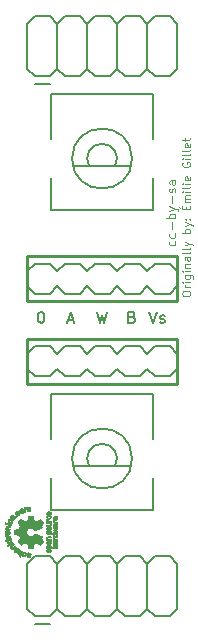
<source format=gbr>
G04 #@! TF.GenerationSoftware,KiCad,Pcbnew,(5.1.5)-3*
G04 #@! TF.CreationDate,2020-03-15T11:46:10-07:00*
G04 #@! TF.ProjectId,bbf-pots_v1,6262662d-706f-4747-935f-76312e6b6963,rev?*
G04 #@! TF.SameCoordinates,Original*
G04 #@! TF.FileFunction,Legend,Top*
G04 #@! TF.FilePolarity,Positive*
%FSLAX46Y46*%
G04 Gerber Fmt 4.6, Leading zero omitted, Abs format (unit mm)*
G04 Created by KiCad (PCBNEW (5.1.5)-3) date 2020-03-15 11:46:10*
%MOMM*%
%LPD*%
G04 APERTURE LIST*
%ADD10C,0.254000*%
%ADD11C,0.152400*%
%ADD12C,0.121920*%
%ADD13C,0.106680*%
%ADD14C,0.010000*%
%ADD15C,0.100000*%
%ADD16C,0.203200*%
%ADD17C,0.127000*%
%ADD18C,2.082800*%
%ADD19C,3.203200*%
%ADD20R,2.082800X2.082800*%
G04 APERTURE END LIST*
D10*
X142151100Y-99918600D02*
X142151100Y-103728600D01*
X142151100Y-103728600D02*
X154851100Y-103728600D01*
X154851100Y-103728600D02*
X154851100Y-99918600D01*
X154851100Y-99918600D02*
X142151100Y-99918600D01*
X142151100Y-106903600D02*
X142151100Y-110713600D01*
X142151100Y-110713600D02*
X154851100Y-110713600D01*
X154851100Y-110713600D02*
X154851100Y-106903600D01*
X154851100Y-106903600D02*
X142151100Y-106903600D01*
D11*
X143298817Y-104622438D02*
X143390740Y-104622438D01*
X143482664Y-104668400D01*
X143528626Y-104714361D01*
X143574588Y-104806285D01*
X143620550Y-104990133D01*
X143620550Y-105219942D01*
X143574588Y-105403790D01*
X143528626Y-105495714D01*
X143482664Y-105541676D01*
X143390740Y-105587638D01*
X143298817Y-105587638D01*
X143206893Y-105541676D01*
X143160931Y-105495714D01*
X143114969Y-105403790D01*
X143069007Y-105219942D01*
X143069007Y-104990133D01*
X143114969Y-104806285D01*
X143160931Y-104714361D01*
X143206893Y-104668400D01*
X143298817Y-104622438D01*
X152502083Y-104622438D02*
X152823817Y-105587638D01*
X153145550Y-104622438D01*
X153421321Y-105541676D02*
X153513245Y-105587638D01*
X153697093Y-105587638D01*
X153789017Y-105541676D01*
X153834979Y-105449752D01*
X153834979Y-105403790D01*
X153789017Y-105311866D01*
X153697093Y-105265904D01*
X153559207Y-105265904D01*
X153467283Y-105219942D01*
X153421321Y-105128019D01*
X153421321Y-105082057D01*
X153467283Y-104990133D01*
X153559207Y-104944171D01*
X153697093Y-104944171D01*
X153789017Y-104990133D01*
X148103045Y-104622438D02*
X148332855Y-105587638D01*
X148516702Y-104898209D01*
X148700550Y-105587638D01*
X148930360Y-104622438D01*
X145609007Y-105311866D02*
X146068626Y-105311866D01*
X145517083Y-105587638D02*
X145838817Y-104622438D01*
X146160550Y-105587638D01*
X151056702Y-105082057D02*
X151194588Y-105128019D01*
X151240550Y-105173980D01*
X151286512Y-105265904D01*
X151286512Y-105403790D01*
X151240550Y-105495714D01*
X151194588Y-105541676D01*
X151102664Y-105587638D01*
X150734969Y-105587638D01*
X150734969Y-104622438D01*
X151056702Y-104622438D01*
X151148626Y-104668400D01*
X151194588Y-104714361D01*
X151240550Y-104806285D01*
X151240550Y-104898209D01*
X151194588Y-104990133D01*
X151148626Y-105036095D01*
X151056702Y-105082057D01*
X150734969Y-105082057D01*
D12*
X154676460Y-98655978D02*
X154713230Y-98729517D01*
X154713230Y-98876595D01*
X154676460Y-98950134D01*
X154639691Y-98986904D01*
X154566152Y-99023673D01*
X154345535Y-99023673D01*
X154271996Y-98986904D01*
X154235226Y-98950134D01*
X154198457Y-98876595D01*
X154198457Y-98729517D01*
X154235226Y-98655978D01*
X154676460Y-97994127D02*
X154713230Y-98067666D01*
X154713230Y-98214744D01*
X154676460Y-98288283D01*
X154639691Y-98325052D01*
X154566152Y-98361822D01*
X154345535Y-98361822D01*
X154271996Y-98325052D01*
X154235226Y-98288283D01*
X154198457Y-98214744D01*
X154198457Y-98067666D01*
X154235226Y-97994127D01*
X154419074Y-97663201D02*
X154419074Y-97074889D01*
X154713230Y-96707193D02*
X153941070Y-96707193D01*
X154235226Y-96707193D02*
X154198457Y-96633654D01*
X154198457Y-96486576D01*
X154235226Y-96413037D01*
X154271996Y-96376268D01*
X154345535Y-96339498D01*
X154566152Y-96339498D01*
X154639691Y-96376268D01*
X154676460Y-96413037D01*
X154713230Y-96486576D01*
X154713230Y-96633654D01*
X154676460Y-96707193D01*
X154198457Y-96082112D02*
X154713230Y-95898264D01*
X154198457Y-95714416D02*
X154713230Y-95898264D01*
X154897078Y-95971803D01*
X154933847Y-96008572D01*
X154970617Y-96082112D01*
X154419074Y-95420260D02*
X154419074Y-94831948D01*
X154676460Y-94501022D02*
X154713230Y-94427483D01*
X154713230Y-94280405D01*
X154676460Y-94206866D01*
X154602921Y-94170096D01*
X154566152Y-94170096D01*
X154492613Y-94206866D01*
X154455843Y-94280405D01*
X154455843Y-94390713D01*
X154419074Y-94464252D01*
X154345535Y-94501022D01*
X154308765Y-94501022D01*
X154235226Y-94464252D01*
X154198457Y-94390713D01*
X154198457Y-94280405D01*
X154235226Y-94206866D01*
X154713230Y-93508245D02*
X154308765Y-93508245D01*
X154235226Y-93545014D01*
X154198457Y-93618553D01*
X154198457Y-93765632D01*
X154235226Y-93839171D01*
X154676460Y-93508245D02*
X154713230Y-93581784D01*
X154713230Y-93765632D01*
X154676460Y-93839171D01*
X154602921Y-93875940D01*
X154529382Y-93875940D01*
X154455843Y-93839171D01*
X154419074Y-93765632D01*
X154419074Y-93581784D01*
X154382304Y-93508245D01*
D13*
X155292186Y-103141098D02*
X155292186Y-103012404D01*
X155324360Y-102948058D01*
X155388706Y-102883711D01*
X155517400Y-102851538D01*
X155742613Y-102851538D01*
X155871306Y-102883711D01*
X155935653Y-102948058D01*
X155967826Y-103012404D01*
X155967826Y-103141098D01*
X155935653Y-103205444D01*
X155871306Y-103269791D01*
X155742613Y-103301964D01*
X155517400Y-103301964D01*
X155388706Y-103269791D01*
X155324360Y-103205444D01*
X155292186Y-103141098D01*
X155967826Y-102561978D02*
X155517400Y-102561978D01*
X155646093Y-102561978D02*
X155581746Y-102529804D01*
X155549573Y-102497631D01*
X155517400Y-102433284D01*
X155517400Y-102368938D01*
X155967826Y-102143724D02*
X155517400Y-102143724D01*
X155292186Y-102143724D02*
X155324360Y-102175898D01*
X155356533Y-102143724D01*
X155324360Y-102111551D01*
X155292186Y-102143724D01*
X155356533Y-102143724D01*
X155517400Y-101532431D02*
X156064346Y-101532431D01*
X156128693Y-101564604D01*
X156160866Y-101596778D01*
X156193040Y-101661124D01*
X156193040Y-101757644D01*
X156160866Y-101821991D01*
X155935653Y-101532431D02*
X155967826Y-101596778D01*
X155967826Y-101725471D01*
X155935653Y-101789818D01*
X155903480Y-101821991D01*
X155839133Y-101854164D01*
X155646093Y-101854164D01*
X155581746Y-101821991D01*
X155549573Y-101789818D01*
X155517400Y-101725471D01*
X155517400Y-101596778D01*
X155549573Y-101532431D01*
X155967826Y-101210698D02*
X155517400Y-101210698D01*
X155292186Y-101210698D02*
X155324360Y-101242871D01*
X155356533Y-101210698D01*
X155324360Y-101178524D01*
X155292186Y-101210698D01*
X155356533Y-101210698D01*
X155517400Y-100888964D02*
X155967826Y-100888964D01*
X155581746Y-100888964D02*
X155549573Y-100856791D01*
X155517400Y-100792444D01*
X155517400Y-100695924D01*
X155549573Y-100631578D01*
X155613920Y-100599404D01*
X155967826Y-100599404D01*
X155967826Y-99988111D02*
X155613920Y-99988111D01*
X155549573Y-100020284D01*
X155517400Y-100084631D01*
X155517400Y-100213324D01*
X155549573Y-100277671D01*
X155935653Y-99988111D02*
X155967826Y-100052458D01*
X155967826Y-100213324D01*
X155935653Y-100277671D01*
X155871306Y-100309844D01*
X155806960Y-100309844D01*
X155742613Y-100277671D01*
X155710440Y-100213324D01*
X155710440Y-100052458D01*
X155678266Y-99988111D01*
X155967826Y-99569858D02*
X155935653Y-99634204D01*
X155871306Y-99666378D01*
X155292186Y-99666378D01*
X155967826Y-99215951D02*
X155935653Y-99280298D01*
X155871306Y-99312471D01*
X155292186Y-99312471D01*
X155517400Y-99022911D02*
X155967826Y-98862044D01*
X155517400Y-98701178D02*
X155967826Y-98862044D01*
X156128693Y-98926391D01*
X156160866Y-98958564D01*
X156193040Y-99022911D01*
X155967826Y-97929018D02*
X155292186Y-97929018D01*
X155549573Y-97929018D02*
X155517400Y-97864671D01*
X155517400Y-97735978D01*
X155549573Y-97671631D01*
X155581746Y-97639458D01*
X155646093Y-97607284D01*
X155839133Y-97607284D01*
X155903480Y-97639458D01*
X155935653Y-97671631D01*
X155967826Y-97735978D01*
X155967826Y-97864671D01*
X155935653Y-97929018D01*
X155517400Y-97382071D02*
X155967826Y-97221204D01*
X155517400Y-97060338D02*
X155967826Y-97221204D01*
X156128693Y-97285551D01*
X156160866Y-97317724D01*
X156193040Y-97382071D01*
X155903480Y-96802951D02*
X155935653Y-96770778D01*
X155967826Y-96802951D01*
X155935653Y-96835124D01*
X155903480Y-96802951D01*
X155967826Y-96802951D01*
X155549573Y-96802951D02*
X155581746Y-96770778D01*
X155613920Y-96802951D01*
X155581746Y-96835124D01*
X155549573Y-96802951D01*
X155613920Y-96802951D01*
X155613920Y-95966444D02*
X155613920Y-95741231D01*
X155967826Y-95644711D02*
X155967826Y-95966444D01*
X155292186Y-95966444D01*
X155292186Y-95644711D01*
X155034800Y-95741231D02*
X155131320Y-95837751D01*
X155967826Y-95355151D02*
X155517400Y-95355151D01*
X155581746Y-95355151D02*
X155549573Y-95322978D01*
X155517400Y-95258631D01*
X155517400Y-95162111D01*
X155549573Y-95097764D01*
X155613920Y-95065591D01*
X155967826Y-95065591D01*
X155613920Y-95065591D02*
X155549573Y-95033418D01*
X155517400Y-94969071D01*
X155517400Y-94872551D01*
X155549573Y-94808204D01*
X155613920Y-94776031D01*
X155967826Y-94776031D01*
X155967826Y-94454298D02*
X155517400Y-94454298D01*
X155292186Y-94454298D02*
X155324360Y-94486471D01*
X155356533Y-94454298D01*
X155324360Y-94422124D01*
X155292186Y-94454298D01*
X155356533Y-94454298D01*
X155967826Y-94036044D02*
X155935653Y-94100391D01*
X155871306Y-94132564D01*
X155292186Y-94132564D01*
X155967826Y-93778658D02*
X155517400Y-93778658D01*
X155292186Y-93778658D02*
X155324360Y-93810831D01*
X155356533Y-93778658D01*
X155324360Y-93746484D01*
X155292186Y-93778658D01*
X155356533Y-93778658D01*
X155935653Y-93199538D02*
X155967826Y-93263884D01*
X155967826Y-93392578D01*
X155935653Y-93456924D01*
X155871306Y-93489098D01*
X155613920Y-93489098D01*
X155549573Y-93456924D01*
X155517400Y-93392578D01*
X155517400Y-93263884D01*
X155549573Y-93199538D01*
X155613920Y-93167364D01*
X155678266Y-93167364D01*
X155742613Y-93489098D01*
X155324360Y-92009124D02*
X155292186Y-92073471D01*
X155292186Y-92169991D01*
X155324360Y-92266511D01*
X155388706Y-92330858D01*
X155453053Y-92363031D01*
X155581746Y-92395204D01*
X155678266Y-92395204D01*
X155806960Y-92363031D01*
X155871306Y-92330858D01*
X155935653Y-92266511D01*
X155967826Y-92169991D01*
X155967826Y-92105644D01*
X155935653Y-92009124D01*
X155903480Y-91976951D01*
X155678266Y-91976951D01*
X155678266Y-92105644D01*
X155967826Y-91687391D02*
X155517400Y-91687391D01*
X155292186Y-91687391D02*
X155324360Y-91719564D01*
X155356533Y-91687391D01*
X155324360Y-91655218D01*
X155292186Y-91687391D01*
X155356533Y-91687391D01*
X155967826Y-91269138D02*
X155935653Y-91333484D01*
X155871306Y-91365658D01*
X155292186Y-91365658D01*
X155967826Y-90915231D02*
X155935653Y-90979578D01*
X155871306Y-91011751D01*
X155292186Y-91011751D01*
X155935653Y-90400458D02*
X155967826Y-90464804D01*
X155967826Y-90593498D01*
X155935653Y-90657844D01*
X155871306Y-90690018D01*
X155613920Y-90690018D01*
X155549573Y-90657844D01*
X155517400Y-90593498D01*
X155517400Y-90464804D01*
X155549573Y-90400458D01*
X155613920Y-90368284D01*
X155678266Y-90368284D01*
X155742613Y-90690018D01*
X155517400Y-90175244D02*
X155517400Y-89917858D01*
X155292186Y-90078724D02*
X155871306Y-90078724D01*
X155935653Y-90046551D01*
X155967826Y-89982204D01*
X155967826Y-89917858D01*
D14*
G04 #@! TO.C,G\002A\002A\002A*
G36*
X144358943Y-122675297D02*
G01*
X144363765Y-122642674D01*
X144372122Y-122616090D01*
X144384296Y-122594881D01*
X144400571Y-122578387D01*
X144420844Y-122566125D01*
X144425939Y-122563895D01*
X144431277Y-122562100D01*
X144437742Y-122560691D01*
X144446216Y-122559620D01*
X144457583Y-122558839D01*
X144472724Y-122558301D01*
X144492523Y-122557956D01*
X144517862Y-122557756D01*
X144549625Y-122557653D01*
X144576762Y-122557613D01*
X144614137Y-122557609D01*
X144644337Y-122557713D01*
X144668125Y-122557957D01*
X144686264Y-122558372D01*
X144699516Y-122558988D01*
X144708645Y-122559837D01*
X144714413Y-122560950D01*
X144717582Y-122562359D01*
X144718584Y-122563406D01*
X144720590Y-122570371D01*
X144721979Y-122582410D01*
X144722408Y-122594164D01*
X144721826Y-122609526D01*
X144719603Y-122619424D01*
X144715160Y-122626259D01*
X144714532Y-122626906D01*
X144707405Y-122632734D01*
X144702575Y-122634843D01*
X144702022Y-122637774D01*
X144705226Y-122645196D01*
X144707870Y-122649726D01*
X144719154Y-122674526D01*
X144725090Y-122702905D01*
X144725438Y-122732367D01*
X144719960Y-122760417D01*
X144718808Y-122763828D01*
X144712173Y-122781946D01*
X144706946Y-122794481D01*
X144702082Y-122803397D01*
X144696538Y-122810661D01*
X144690606Y-122816908D01*
X144671061Y-122832739D01*
X144649810Y-122841981D01*
X144624667Y-122845528D01*
X144620235Y-122845626D01*
X144618442Y-122845555D01*
X144618442Y-122774450D01*
X144631199Y-122771762D01*
X144641010Y-122764815D01*
X144648129Y-122750937D01*
X144652621Y-122729933D01*
X144654547Y-122701607D01*
X144654594Y-122698884D01*
X144654225Y-122680981D01*
X144652169Y-122668029D01*
X144647893Y-122657128D01*
X144646425Y-122654401D01*
X144634421Y-122640654D01*
X144617696Y-122632625D01*
X144597383Y-122630669D01*
X144580112Y-122633500D01*
X144570708Y-122636017D01*
X144572416Y-122693970D01*
X144573414Y-122717294D01*
X144574863Y-122737004D01*
X144576631Y-122751718D01*
X144578585Y-122760051D01*
X144578839Y-122760583D01*
X144587754Y-122769251D01*
X144601673Y-122774027D01*
X144618442Y-122774450D01*
X144618442Y-122845555D01*
X144594768Y-122844617D01*
X144574678Y-122840465D01*
X144557724Y-122832252D01*
X144541665Y-122819063D01*
X144532893Y-122809900D01*
X144526088Y-122801639D01*
X144520855Y-122792989D01*
X144516889Y-122782654D01*
X144513884Y-122769341D01*
X144511533Y-122751754D01*
X144509530Y-122728598D01*
X144507917Y-122704297D01*
X144506028Y-122677106D01*
X144503789Y-122657003D01*
X144500603Y-122643141D01*
X144495877Y-122634673D01*
X144489017Y-122630755D01*
X144479429Y-122630539D01*
X144466517Y-122633178D01*
X144459333Y-122635109D01*
X144446794Y-122640388D01*
X144438002Y-122648898D01*
X144432427Y-122661802D01*
X144429543Y-122680263D01*
X144428811Y-122702312D01*
X144429139Y-122721637D01*
X144430341Y-122735123D01*
X144432741Y-122744849D01*
X144436664Y-122752895D01*
X144436734Y-122753010D01*
X144442012Y-122763834D01*
X144444602Y-122773400D01*
X144444657Y-122774477D01*
X144442373Y-122781821D01*
X144436520Y-122792359D01*
X144428597Y-122804035D01*
X144420100Y-122814792D01*
X144412527Y-122822576D01*
X144407603Y-122825343D01*
X144401410Y-122822342D01*
X144392710Y-122814631D01*
X144383328Y-122804149D01*
X144375094Y-122792835D01*
X144372066Y-122787640D01*
X144364509Y-122770631D01*
X144359915Y-122753059D01*
X144357743Y-122732235D01*
X144357374Y-122714618D01*
X144358943Y-122675297D01*
G37*
X144358943Y-122675297D02*
X144363765Y-122642674D01*
X144372122Y-122616090D01*
X144384296Y-122594881D01*
X144400571Y-122578387D01*
X144420844Y-122566125D01*
X144425939Y-122563895D01*
X144431277Y-122562100D01*
X144437742Y-122560691D01*
X144446216Y-122559620D01*
X144457583Y-122558839D01*
X144472724Y-122558301D01*
X144492523Y-122557956D01*
X144517862Y-122557756D01*
X144549625Y-122557653D01*
X144576762Y-122557613D01*
X144614137Y-122557609D01*
X144644337Y-122557713D01*
X144668125Y-122557957D01*
X144686264Y-122558372D01*
X144699516Y-122558988D01*
X144708645Y-122559837D01*
X144714413Y-122560950D01*
X144717582Y-122562359D01*
X144718584Y-122563406D01*
X144720590Y-122570371D01*
X144721979Y-122582410D01*
X144722408Y-122594164D01*
X144721826Y-122609526D01*
X144719603Y-122619424D01*
X144715160Y-122626259D01*
X144714532Y-122626906D01*
X144707405Y-122632734D01*
X144702575Y-122634843D01*
X144702022Y-122637774D01*
X144705226Y-122645196D01*
X144707870Y-122649726D01*
X144719154Y-122674526D01*
X144725090Y-122702905D01*
X144725438Y-122732367D01*
X144719960Y-122760417D01*
X144718808Y-122763828D01*
X144712173Y-122781946D01*
X144706946Y-122794481D01*
X144702082Y-122803397D01*
X144696538Y-122810661D01*
X144690606Y-122816908D01*
X144671061Y-122832739D01*
X144649810Y-122841981D01*
X144624667Y-122845528D01*
X144620235Y-122845626D01*
X144618442Y-122845555D01*
X144618442Y-122774450D01*
X144631199Y-122771762D01*
X144641010Y-122764815D01*
X144648129Y-122750937D01*
X144652621Y-122729933D01*
X144654547Y-122701607D01*
X144654594Y-122698884D01*
X144654225Y-122680981D01*
X144652169Y-122668029D01*
X144647893Y-122657128D01*
X144646425Y-122654401D01*
X144634421Y-122640654D01*
X144617696Y-122632625D01*
X144597383Y-122630669D01*
X144580112Y-122633500D01*
X144570708Y-122636017D01*
X144572416Y-122693970D01*
X144573414Y-122717294D01*
X144574863Y-122737004D01*
X144576631Y-122751718D01*
X144578585Y-122760051D01*
X144578839Y-122760583D01*
X144587754Y-122769251D01*
X144601673Y-122774027D01*
X144618442Y-122774450D01*
X144618442Y-122845555D01*
X144594768Y-122844617D01*
X144574678Y-122840465D01*
X144557724Y-122832252D01*
X144541665Y-122819063D01*
X144532893Y-122809900D01*
X144526088Y-122801639D01*
X144520855Y-122792989D01*
X144516889Y-122782654D01*
X144513884Y-122769341D01*
X144511533Y-122751754D01*
X144509530Y-122728598D01*
X144507917Y-122704297D01*
X144506028Y-122677106D01*
X144503789Y-122657003D01*
X144500603Y-122643141D01*
X144495877Y-122634673D01*
X144489017Y-122630755D01*
X144479429Y-122630539D01*
X144466517Y-122633178D01*
X144459333Y-122635109D01*
X144446794Y-122640388D01*
X144438002Y-122648898D01*
X144432427Y-122661802D01*
X144429543Y-122680263D01*
X144428811Y-122702312D01*
X144429139Y-122721637D01*
X144430341Y-122735123D01*
X144432741Y-122744849D01*
X144436664Y-122752895D01*
X144436734Y-122753010D01*
X144442012Y-122763834D01*
X144444602Y-122773400D01*
X144444657Y-122774477D01*
X144442373Y-122781821D01*
X144436520Y-122792359D01*
X144428597Y-122804035D01*
X144420100Y-122814792D01*
X144412527Y-122822576D01*
X144407603Y-122825343D01*
X144401410Y-122822342D01*
X144392710Y-122814631D01*
X144383328Y-122804149D01*
X144375094Y-122792835D01*
X144372066Y-122787640D01*
X144364509Y-122770631D01*
X144359915Y-122753059D01*
X144357743Y-122732235D01*
X144357374Y-122714618D01*
X144358943Y-122675297D01*
G36*
X143790078Y-124460164D02*
G01*
X143791140Y-124446472D01*
X143793402Y-124435982D01*
X143797263Y-124426332D01*
X143799626Y-124421641D01*
X143812371Y-124400845D01*
X143826618Y-124385663D01*
X143844694Y-124373817D01*
X143852318Y-124370054D01*
X143860660Y-124366351D01*
X143868388Y-124363594D01*
X143876891Y-124361612D01*
X143887554Y-124360236D01*
X143901768Y-124359297D01*
X143920918Y-124358624D01*
X143946393Y-124358047D01*
X143951205Y-124357952D01*
X143985429Y-124357641D01*
X144015011Y-124358114D01*
X144038853Y-124359337D01*
X144055503Y-124361213D01*
X144085236Y-124369768D01*
X144110238Y-124384017D01*
X144130132Y-124403014D01*
X144144536Y-124425817D01*
X144153073Y-124451478D01*
X144155363Y-124479054D01*
X144151027Y-124507600D01*
X144139685Y-124536170D01*
X144131320Y-124550092D01*
X144119488Y-124567625D01*
X144388755Y-124567625D01*
X144374532Y-124543748D01*
X144367376Y-124530932D01*
X144362894Y-124519952D01*
X144360283Y-124507888D01*
X144358740Y-124491821D01*
X144358307Y-124484767D01*
X144357513Y-124467420D01*
X144357838Y-124455169D01*
X144359779Y-124445200D01*
X144363833Y-124434694D01*
X144369091Y-124423689D01*
X144385201Y-124398244D01*
X144405734Y-124379066D01*
X144431632Y-124365289D01*
X144433251Y-124364663D01*
X144439247Y-124362624D01*
X144445956Y-124360995D01*
X144454300Y-124359731D01*
X144465202Y-124358787D01*
X144479582Y-124358118D01*
X144498363Y-124357678D01*
X144522465Y-124357422D01*
X144552811Y-124357305D01*
X144583704Y-124357281D01*
X144714728Y-124357281D01*
X144718598Y-124367461D01*
X144721195Y-124378540D01*
X144722323Y-124392383D01*
X144722034Y-124406322D01*
X144720379Y-124417688D01*
X144717508Y-124423738D01*
X144712306Y-124424878D01*
X144700089Y-124426068D01*
X144681778Y-124427256D01*
X144658294Y-124428393D01*
X144630561Y-124429429D01*
X144599498Y-124430312D01*
X144595605Y-124430405D01*
X144561704Y-124431235D01*
X144534791Y-124432011D01*
X144513916Y-124432811D01*
X144498133Y-124433712D01*
X144486490Y-124434793D01*
X144478041Y-124436130D01*
X144471837Y-124437802D01*
X144466928Y-124439885D01*
X144464636Y-124441121D01*
X144450301Y-124450936D01*
X144441225Y-124462039D01*
X144436386Y-124476446D01*
X144434764Y-124496173D01*
X144434735Y-124500156D01*
X144435938Y-124521092D01*
X144440227Y-124536253D01*
X144448619Y-124547524D01*
X144462131Y-124556794D01*
X144466485Y-124559048D01*
X144471692Y-124561358D01*
X144477604Y-124563193D01*
X144485199Y-124564624D01*
X144495454Y-124565719D01*
X144509348Y-124566548D01*
X144527858Y-124567180D01*
X144551962Y-124567686D01*
X144582639Y-124568134D01*
X144596813Y-124568310D01*
X144630044Y-124568740D01*
X144656232Y-124569177D01*
X144676269Y-124569689D01*
X144691050Y-124570342D01*
X144701468Y-124571204D01*
X144708417Y-124572342D01*
X144712790Y-124573824D01*
X144715482Y-124575718D01*
X144716868Y-124577357D01*
X144719984Y-124585857D01*
X144721852Y-124599193D01*
X144722388Y-124614350D01*
X144721508Y-124628313D01*
X144719128Y-124638067D01*
X144718585Y-124639062D01*
X144717227Y-124640056D01*
X144714181Y-124640941D01*
X144708998Y-124641723D01*
X144701225Y-124642413D01*
X144690414Y-124643016D01*
X144676113Y-124643542D01*
X144657872Y-124643999D01*
X144635241Y-124644394D01*
X144607769Y-124644736D01*
X144575006Y-124645033D01*
X144536501Y-124645292D01*
X144491804Y-124645522D01*
X144440465Y-124645731D01*
X144382032Y-124645927D01*
X144324748Y-124646094D01*
X144267974Y-124646217D01*
X144212199Y-124646273D01*
X144158097Y-124646265D01*
X144106343Y-124646196D01*
X144057611Y-124646068D01*
X144012578Y-124645884D01*
X143971917Y-124645648D01*
X143963037Y-124645577D01*
X143963037Y-124569765D01*
X143992769Y-124568782D01*
X143999465Y-124568122D01*
X144026220Y-124563967D01*
X144046221Y-124557991D01*
X144060537Y-124549721D01*
X144070236Y-124538679D01*
X144071792Y-124535954D01*
X144077475Y-124518685D01*
X144079261Y-124498110D01*
X144077108Y-124477856D01*
X144072580Y-124464437D01*
X144063155Y-124452005D01*
X144048365Y-124442538D01*
X144027381Y-124435638D01*
X144004021Y-124431491D01*
X143979443Y-124429715D01*
X143953331Y-124430300D01*
X143928057Y-124433000D01*
X143905994Y-124437566D01*
X143890291Y-124443346D01*
X143874882Y-124455461D01*
X143865081Y-124472823D01*
X143861290Y-124494689D01*
X143861256Y-124497099D01*
X143863993Y-124520990D01*
X143871996Y-124539950D01*
X143884926Y-124553274D01*
X143889423Y-124555918D01*
X143909213Y-124563094D01*
X143934468Y-124567789D01*
X143963037Y-124569765D01*
X143963037Y-124645577D01*
X143936304Y-124645362D01*
X143906412Y-124645029D01*
X143882919Y-124644652D01*
X143866497Y-124644235D01*
X143863235Y-124644110D01*
X143791797Y-124641047D01*
X143790593Y-124615372D01*
X143790320Y-124594753D01*
X143791910Y-124581102D01*
X143795546Y-124573629D01*
X143800802Y-124571533D01*
X143810047Y-124570311D01*
X143813909Y-124566189D01*
X143812490Y-124558166D01*
X143805892Y-124545239D01*
X143803825Y-124541752D01*
X143797360Y-124530609D01*
X143793268Y-124521584D01*
X143791008Y-124512271D01*
X143790037Y-124500260D01*
X143789815Y-124483145D01*
X143789813Y-124479422D01*
X143790078Y-124460164D01*
G37*
X143790078Y-124460164D02*
X143791140Y-124446472D01*
X143793402Y-124435982D01*
X143797263Y-124426332D01*
X143799626Y-124421641D01*
X143812371Y-124400845D01*
X143826618Y-124385663D01*
X143844694Y-124373817D01*
X143852318Y-124370054D01*
X143860660Y-124366351D01*
X143868388Y-124363594D01*
X143876891Y-124361612D01*
X143887554Y-124360236D01*
X143901768Y-124359297D01*
X143920918Y-124358624D01*
X143946393Y-124358047D01*
X143951205Y-124357952D01*
X143985429Y-124357641D01*
X144015011Y-124358114D01*
X144038853Y-124359337D01*
X144055503Y-124361213D01*
X144085236Y-124369768D01*
X144110238Y-124384017D01*
X144130132Y-124403014D01*
X144144536Y-124425817D01*
X144153073Y-124451478D01*
X144155363Y-124479054D01*
X144151027Y-124507600D01*
X144139685Y-124536170D01*
X144131320Y-124550092D01*
X144119488Y-124567625D01*
X144388755Y-124567625D01*
X144374532Y-124543748D01*
X144367376Y-124530932D01*
X144362894Y-124519952D01*
X144360283Y-124507888D01*
X144358740Y-124491821D01*
X144358307Y-124484767D01*
X144357513Y-124467420D01*
X144357838Y-124455169D01*
X144359779Y-124445200D01*
X144363833Y-124434694D01*
X144369091Y-124423689D01*
X144385201Y-124398244D01*
X144405734Y-124379066D01*
X144431632Y-124365289D01*
X144433251Y-124364663D01*
X144439247Y-124362624D01*
X144445956Y-124360995D01*
X144454300Y-124359731D01*
X144465202Y-124358787D01*
X144479582Y-124358118D01*
X144498363Y-124357678D01*
X144522465Y-124357422D01*
X144552811Y-124357305D01*
X144583704Y-124357281D01*
X144714728Y-124357281D01*
X144718598Y-124367461D01*
X144721195Y-124378540D01*
X144722323Y-124392383D01*
X144722034Y-124406322D01*
X144720379Y-124417688D01*
X144717508Y-124423738D01*
X144712306Y-124424878D01*
X144700089Y-124426068D01*
X144681778Y-124427256D01*
X144658294Y-124428393D01*
X144630561Y-124429429D01*
X144599498Y-124430312D01*
X144595605Y-124430405D01*
X144561704Y-124431235D01*
X144534791Y-124432011D01*
X144513916Y-124432811D01*
X144498133Y-124433712D01*
X144486490Y-124434793D01*
X144478041Y-124436130D01*
X144471837Y-124437802D01*
X144466928Y-124439885D01*
X144464636Y-124441121D01*
X144450301Y-124450936D01*
X144441225Y-124462039D01*
X144436386Y-124476446D01*
X144434764Y-124496173D01*
X144434735Y-124500156D01*
X144435938Y-124521092D01*
X144440227Y-124536253D01*
X144448619Y-124547524D01*
X144462131Y-124556794D01*
X144466485Y-124559048D01*
X144471692Y-124561358D01*
X144477604Y-124563193D01*
X144485199Y-124564624D01*
X144495454Y-124565719D01*
X144509348Y-124566548D01*
X144527858Y-124567180D01*
X144551962Y-124567686D01*
X144582639Y-124568134D01*
X144596813Y-124568310D01*
X144630044Y-124568740D01*
X144656232Y-124569177D01*
X144676269Y-124569689D01*
X144691050Y-124570342D01*
X144701468Y-124571204D01*
X144708417Y-124572342D01*
X144712790Y-124573824D01*
X144715482Y-124575718D01*
X144716868Y-124577357D01*
X144719984Y-124585857D01*
X144721852Y-124599193D01*
X144722388Y-124614350D01*
X144721508Y-124628313D01*
X144719128Y-124638067D01*
X144718585Y-124639062D01*
X144717227Y-124640056D01*
X144714181Y-124640941D01*
X144708998Y-124641723D01*
X144701225Y-124642413D01*
X144690414Y-124643016D01*
X144676113Y-124643542D01*
X144657872Y-124643999D01*
X144635241Y-124644394D01*
X144607769Y-124644736D01*
X144575006Y-124645033D01*
X144536501Y-124645292D01*
X144491804Y-124645522D01*
X144440465Y-124645731D01*
X144382032Y-124645927D01*
X144324748Y-124646094D01*
X144267974Y-124646217D01*
X144212199Y-124646273D01*
X144158097Y-124646265D01*
X144106343Y-124646196D01*
X144057611Y-124646068D01*
X144012578Y-124645884D01*
X143971917Y-124645648D01*
X143963037Y-124645577D01*
X143963037Y-124569765D01*
X143992769Y-124568782D01*
X143999465Y-124568122D01*
X144026220Y-124563967D01*
X144046221Y-124557991D01*
X144060537Y-124549721D01*
X144070236Y-124538679D01*
X144071792Y-124535954D01*
X144077475Y-124518685D01*
X144079261Y-124498110D01*
X144077108Y-124477856D01*
X144072580Y-124464437D01*
X144063155Y-124452005D01*
X144048365Y-124442538D01*
X144027381Y-124435638D01*
X144004021Y-124431491D01*
X143979443Y-124429715D01*
X143953331Y-124430300D01*
X143928057Y-124433000D01*
X143905994Y-124437566D01*
X143890291Y-124443346D01*
X143874882Y-124455461D01*
X143865081Y-124472823D01*
X143861290Y-124494689D01*
X143861256Y-124497099D01*
X143863993Y-124520990D01*
X143871996Y-124539950D01*
X143884926Y-124553274D01*
X143889423Y-124555918D01*
X143909213Y-124563094D01*
X143934468Y-124567789D01*
X143963037Y-124569765D01*
X143963037Y-124645577D01*
X143936304Y-124645362D01*
X143906412Y-124645029D01*
X143882919Y-124644652D01*
X143866497Y-124644235D01*
X143863235Y-124644110D01*
X143791797Y-124641047D01*
X143790593Y-124615372D01*
X143790320Y-124594753D01*
X143791910Y-124581102D01*
X143795546Y-124573629D01*
X143800802Y-124571533D01*
X143810047Y-124570311D01*
X143813909Y-124566189D01*
X143812490Y-124558166D01*
X143805892Y-124545239D01*
X143803825Y-124541752D01*
X143797360Y-124530609D01*
X143793268Y-124521584D01*
X143791008Y-124512271D01*
X143790037Y-124500260D01*
X143789815Y-124483145D01*
X143789813Y-124479422D01*
X143790078Y-124460164D01*
G36*
X144361584Y-124192114D02*
G01*
X144362080Y-124170381D01*
X144362408Y-124159128D01*
X144363542Y-124129784D01*
X144365166Y-124107003D01*
X144367596Y-124089412D01*
X144371151Y-124075638D01*
X144376147Y-124064307D01*
X144382902Y-124054048D01*
X144388204Y-124047515D01*
X144395241Y-124039513D01*
X144401800Y-124033132D01*
X144408867Y-124028155D01*
X144417433Y-124024364D01*
X144428484Y-124021542D01*
X144443011Y-124019470D01*
X144462000Y-124017932D01*
X144486441Y-124016709D01*
X144517322Y-124015583D01*
X144535938Y-124014974D01*
X144583330Y-124013666D01*
X144623099Y-124013059D01*
X144655527Y-124013162D01*
X144680898Y-124013984D01*
X144699496Y-124015533D01*
X144711603Y-124017818D01*
X144716901Y-124020257D01*
X144720664Y-124028051D01*
X144722363Y-124043429D01*
X144722469Y-124049905D01*
X144721005Y-124068846D01*
X144716421Y-124080927D01*
X144708429Y-124086706D01*
X144703044Y-124087406D01*
X144699800Y-124088246D01*
X144699408Y-124091736D01*
X144702175Y-124099330D01*
X144708274Y-124112211D01*
X144713921Y-124124466D01*
X144717571Y-124135159D01*
X144719710Y-124146769D01*
X144720823Y-124161770D01*
X144721320Y-124178687D01*
X144721274Y-124197412D01*
X144720455Y-124214271D01*
X144719013Y-124226973D01*
X144717823Y-124231885D01*
X144703844Y-124257760D01*
X144683042Y-124279686D01*
X144655568Y-124297505D01*
X144655175Y-124297705D01*
X144643035Y-124302945D01*
X144631611Y-124305091D01*
X144617084Y-124304752D01*
X144613183Y-124304413D01*
X144611344Y-124304117D01*
X144611344Y-124234250D01*
X144618354Y-124232884D01*
X144627887Y-124229603D01*
X144636951Y-124225629D01*
X144642553Y-124222184D01*
X144643154Y-124221249D01*
X144644403Y-124217337D01*
X144647469Y-124208571D01*
X144648933Y-124204484D01*
X144652462Y-124189027D01*
X144654221Y-124169256D01*
X144654176Y-124148411D01*
X144652295Y-124129729D01*
X144649815Y-124119528D01*
X144641583Y-124105074D01*
X144628214Y-124095356D01*
X144608807Y-124089791D01*
X144602832Y-124088971D01*
X144589834Y-124087803D01*
X144582192Y-124088473D01*
X144577418Y-124091584D01*
X144574198Y-124095920D01*
X144571650Y-124100949D01*
X144570139Y-124107606D01*
X144569596Y-124117391D01*
X144569956Y-124131802D01*
X144571150Y-124152338D01*
X144571457Y-124156941D01*
X144572983Y-124176909D01*
X144574642Y-124194432D01*
X144576246Y-124207757D01*
X144577608Y-124215130D01*
X144577751Y-124215545D01*
X144584062Y-124223138D01*
X144594905Y-124229857D01*
X144606936Y-124233840D01*
X144611344Y-124234250D01*
X144611344Y-124304117D01*
X144583372Y-124299609D01*
X144559756Y-124290998D01*
X144541260Y-124277961D01*
X144526811Y-124259878D01*
X144522442Y-124252109D01*
X144518576Y-124243950D01*
X144515654Y-124235610D01*
X144513432Y-124225603D01*
X144511666Y-124212438D01*
X144510115Y-124194629D01*
X144508534Y-124170687D01*
X144508179Y-124164797D01*
X144506535Y-124139275D01*
X144504990Y-124120576D01*
X144503381Y-124107587D01*
X144501543Y-124099197D01*
X144499311Y-124094295D01*
X144497458Y-124092367D01*
X144485938Y-124087893D01*
X144470623Y-124089206D01*
X144456491Y-124093851D01*
X144444916Y-124099878D01*
X144436959Y-124108042D01*
X144432017Y-124119768D01*
X144429492Y-124136482D01*
X144428782Y-124159612D01*
X144428782Y-124159670D01*
X144429090Y-124178538D01*
X144430309Y-124191964D01*
X144432875Y-124202432D01*
X144437226Y-124212422D01*
X144438524Y-124214910D01*
X144448266Y-124233210D01*
X144430453Y-124258535D01*
X144421445Y-124270762D01*
X144413735Y-124280188D01*
X144408746Y-124285095D01*
X144408199Y-124285384D01*
X144402965Y-124283446D01*
X144394968Y-124276401D01*
X144385643Y-124265878D01*
X144376430Y-124253503D01*
X144368764Y-124240904D01*
X144368546Y-124240487D01*
X144365537Y-124234118D01*
X144363444Y-124227516D01*
X144362159Y-124219262D01*
X144361574Y-124207935D01*
X144361584Y-124192114D01*
G37*
X144361584Y-124192114D02*
X144362080Y-124170381D01*
X144362408Y-124159128D01*
X144363542Y-124129784D01*
X144365166Y-124107003D01*
X144367596Y-124089412D01*
X144371151Y-124075638D01*
X144376147Y-124064307D01*
X144382902Y-124054048D01*
X144388204Y-124047515D01*
X144395241Y-124039513D01*
X144401800Y-124033132D01*
X144408867Y-124028155D01*
X144417433Y-124024364D01*
X144428484Y-124021542D01*
X144443011Y-124019470D01*
X144462000Y-124017932D01*
X144486441Y-124016709D01*
X144517322Y-124015583D01*
X144535938Y-124014974D01*
X144583330Y-124013666D01*
X144623099Y-124013059D01*
X144655527Y-124013162D01*
X144680898Y-124013984D01*
X144699496Y-124015533D01*
X144711603Y-124017818D01*
X144716901Y-124020257D01*
X144720664Y-124028051D01*
X144722363Y-124043429D01*
X144722469Y-124049905D01*
X144721005Y-124068846D01*
X144716421Y-124080927D01*
X144708429Y-124086706D01*
X144703044Y-124087406D01*
X144699800Y-124088246D01*
X144699408Y-124091736D01*
X144702175Y-124099330D01*
X144708274Y-124112211D01*
X144713921Y-124124466D01*
X144717571Y-124135159D01*
X144719710Y-124146769D01*
X144720823Y-124161770D01*
X144721320Y-124178687D01*
X144721274Y-124197412D01*
X144720455Y-124214271D01*
X144719013Y-124226973D01*
X144717823Y-124231885D01*
X144703844Y-124257760D01*
X144683042Y-124279686D01*
X144655568Y-124297505D01*
X144655175Y-124297705D01*
X144643035Y-124302945D01*
X144631611Y-124305091D01*
X144617084Y-124304752D01*
X144613183Y-124304413D01*
X144611344Y-124304117D01*
X144611344Y-124234250D01*
X144618354Y-124232884D01*
X144627887Y-124229603D01*
X144636951Y-124225629D01*
X144642553Y-124222184D01*
X144643154Y-124221249D01*
X144644403Y-124217337D01*
X144647469Y-124208571D01*
X144648933Y-124204484D01*
X144652462Y-124189027D01*
X144654221Y-124169256D01*
X144654176Y-124148411D01*
X144652295Y-124129729D01*
X144649815Y-124119528D01*
X144641583Y-124105074D01*
X144628214Y-124095356D01*
X144608807Y-124089791D01*
X144602832Y-124088971D01*
X144589834Y-124087803D01*
X144582192Y-124088473D01*
X144577418Y-124091584D01*
X144574198Y-124095920D01*
X144571650Y-124100949D01*
X144570139Y-124107606D01*
X144569596Y-124117391D01*
X144569956Y-124131802D01*
X144571150Y-124152338D01*
X144571457Y-124156941D01*
X144572983Y-124176909D01*
X144574642Y-124194432D01*
X144576246Y-124207757D01*
X144577608Y-124215130D01*
X144577751Y-124215545D01*
X144584062Y-124223138D01*
X144594905Y-124229857D01*
X144606936Y-124233840D01*
X144611344Y-124234250D01*
X144611344Y-124304117D01*
X144583372Y-124299609D01*
X144559756Y-124290998D01*
X144541260Y-124277961D01*
X144526811Y-124259878D01*
X144522442Y-124252109D01*
X144518576Y-124243950D01*
X144515654Y-124235610D01*
X144513432Y-124225603D01*
X144511666Y-124212438D01*
X144510115Y-124194629D01*
X144508534Y-124170687D01*
X144508179Y-124164797D01*
X144506535Y-124139275D01*
X144504990Y-124120576D01*
X144503381Y-124107587D01*
X144501543Y-124099197D01*
X144499311Y-124094295D01*
X144497458Y-124092367D01*
X144485938Y-124087893D01*
X144470623Y-124089206D01*
X144456491Y-124093851D01*
X144444916Y-124099878D01*
X144436959Y-124108042D01*
X144432017Y-124119768D01*
X144429492Y-124136482D01*
X144428782Y-124159612D01*
X144428782Y-124159670D01*
X144429090Y-124178538D01*
X144430309Y-124191964D01*
X144432875Y-124202432D01*
X144437226Y-124212422D01*
X144438524Y-124214910D01*
X144448266Y-124233210D01*
X144430453Y-124258535D01*
X144421445Y-124270762D01*
X144413735Y-124280188D01*
X144408746Y-124285095D01*
X144408199Y-124285384D01*
X144402965Y-124283446D01*
X144394968Y-124276401D01*
X144385643Y-124265878D01*
X144376430Y-124253503D01*
X144368764Y-124240904D01*
X144368546Y-124240487D01*
X144365537Y-124234118D01*
X144363444Y-124227516D01*
X144362159Y-124219262D01*
X144361574Y-124207935D01*
X144361584Y-124192114D01*
G36*
X144361920Y-123728421D02*
G01*
X144370699Y-123711104D01*
X144375804Y-123703738D01*
X144385058Y-123691149D01*
X144399914Y-123703738D01*
X144417765Y-123719447D01*
X144429799Y-123731595D01*
X144436744Y-123741116D01*
X144439328Y-123748938D01*
X144438985Y-123753682D01*
X144433919Y-123783029D01*
X144433859Y-123806726D01*
X144438972Y-123825413D01*
X144449423Y-123839731D01*
X144463877Y-123849587D01*
X144469528Y-123852269D01*
X144475270Y-123854408D01*
X144482089Y-123856091D01*
X144490972Y-123857406D01*
X144502908Y-123858439D01*
X144518885Y-123859276D01*
X144539889Y-123860005D01*
X144566909Y-123860712D01*
X144598848Y-123861438D01*
X144633657Y-123862273D01*
X144661291Y-123863110D01*
X144682511Y-123864000D01*
X144698080Y-123864994D01*
X144708760Y-123866144D01*
X144715311Y-123867501D01*
X144718498Y-123869116D01*
X144718842Y-123869542D01*
X144720974Y-123877168D01*
X144722077Y-123889698D01*
X144722164Y-123904165D01*
X144721249Y-123917605D01*
X144719343Y-123927051D01*
X144718584Y-123928656D01*
X144716809Y-123930109D01*
X144713036Y-123931310D01*
X144706585Y-123932282D01*
X144696774Y-123933048D01*
X144682922Y-123933632D01*
X144664349Y-123934055D01*
X144640375Y-123934341D01*
X144610317Y-123934513D01*
X144573496Y-123934594D01*
X144542234Y-123934609D01*
X144498843Y-123934563D01*
X144462779Y-123934413D01*
X144433430Y-123934140D01*
X144410186Y-123933728D01*
X144392435Y-123933159D01*
X144379568Y-123932414D01*
X144370974Y-123931477D01*
X144366041Y-123930329D01*
X144364488Y-123929440D01*
X144361324Y-123922335D01*
X144359589Y-123910553D01*
X144359244Y-123896700D01*
X144360251Y-123883382D01*
X144362574Y-123873205D01*
X144365363Y-123869072D01*
X144377029Y-123861862D01*
X144382646Y-123856154D01*
X144383271Y-123849913D01*
X144379962Y-123841103D01*
X144379927Y-123841026D01*
X144370663Y-123819764D01*
X144364556Y-123802743D01*
X144360816Y-123787314D01*
X144358654Y-123770829D01*
X144358502Y-123769103D01*
X144358129Y-123746717D01*
X144361920Y-123728421D01*
G37*
X144361920Y-123728421D02*
X144370699Y-123711104D01*
X144375804Y-123703738D01*
X144385058Y-123691149D01*
X144399914Y-123703738D01*
X144417765Y-123719447D01*
X144429799Y-123731595D01*
X144436744Y-123741116D01*
X144439328Y-123748938D01*
X144438985Y-123753682D01*
X144433919Y-123783029D01*
X144433859Y-123806726D01*
X144438972Y-123825413D01*
X144449423Y-123839731D01*
X144463877Y-123849587D01*
X144469528Y-123852269D01*
X144475270Y-123854408D01*
X144482089Y-123856091D01*
X144490972Y-123857406D01*
X144502908Y-123858439D01*
X144518885Y-123859276D01*
X144539889Y-123860005D01*
X144566909Y-123860712D01*
X144598848Y-123861438D01*
X144633657Y-123862273D01*
X144661291Y-123863110D01*
X144682511Y-123864000D01*
X144698080Y-123864994D01*
X144708760Y-123866144D01*
X144715311Y-123867501D01*
X144718498Y-123869116D01*
X144718842Y-123869542D01*
X144720974Y-123877168D01*
X144722077Y-123889698D01*
X144722164Y-123904165D01*
X144721249Y-123917605D01*
X144719343Y-123927051D01*
X144718584Y-123928656D01*
X144716809Y-123930109D01*
X144713036Y-123931310D01*
X144706585Y-123932282D01*
X144696774Y-123933048D01*
X144682922Y-123933632D01*
X144664349Y-123934055D01*
X144640375Y-123934341D01*
X144610317Y-123934513D01*
X144573496Y-123934594D01*
X144542234Y-123934609D01*
X144498843Y-123934563D01*
X144462779Y-123934413D01*
X144433430Y-123934140D01*
X144410186Y-123933728D01*
X144392435Y-123933159D01*
X144379568Y-123932414D01*
X144370974Y-123931477D01*
X144366041Y-123930329D01*
X144364488Y-123929440D01*
X144361324Y-123922335D01*
X144359589Y-123910553D01*
X144359244Y-123896700D01*
X144360251Y-123883382D01*
X144362574Y-123873205D01*
X144365363Y-123869072D01*
X144377029Y-123861862D01*
X144382646Y-123856154D01*
X144383271Y-123849913D01*
X144379962Y-123841103D01*
X144379927Y-123841026D01*
X144370663Y-123819764D01*
X144364556Y-123802743D01*
X144360816Y-123787314D01*
X144358654Y-123770829D01*
X144358502Y-123769103D01*
X144358129Y-123746717D01*
X144361920Y-123728421D01*
G36*
X144214530Y-123437240D02*
G01*
X144215025Y-123422909D01*
X144216260Y-123411435D01*
X144217847Y-123405602D01*
X144219900Y-123404525D01*
X144224926Y-123403617D01*
X144233441Y-123402872D01*
X144245959Y-123402279D01*
X144262996Y-123401831D01*
X144285066Y-123401521D01*
X144312686Y-123401339D01*
X144346369Y-123401278D01*
X144386633Y-123401329D01*
X144433991Y-123401484D01*
X144467964Y-123401633D01*
X144519018Y-123401893D01*
X144562701Y-123402166D01*
X144599580Y-123402468D01*
X144630221Y-123402816D01*
X144655191Y-123403224D01*
X144675056Y-123403711D01*
X144690383Y-123404290D01*
X144701739Y-123404979D01*
X144709690Y-123405794D01*
X144714803Y-123406750D01*
X144717644Y-123407865D01*
X144718586Y-123408750D01*
X144721033Y-123417045D01*
X144722193Y-123430126D01*
X144722054Y-123444944D01*
X144720605Y-123458451D01*
X144718790Y-123465535D01*
X144712100Y-123474074D01*
X144704859Y-123477786D01*
X144694608Y-123480359D01*
X144707546Y-123505078D01*
X144713829Y-123517882D01*
X144717779Y-123528878D01*
X144720011Y-123540815D01*
X144721139Y-123556442D01*
X144721509Y-123567500D01*
X144721654Y-123587747D01*
X144720655Y-123601975D01*
X144718307Y-123612048D01*
X144716036Y-123617109D01*
X144698879Y-123642068D01*
X144677679Y-123662525D01*
X144662542Y-123672504D01*
X144653963Y-123676926D01*
X144645953Y-123680149D01*
X144636913Y-123682452D01*
X144625244Y-123684115D01*
X144609347Y-123685418D01*
X144587622Y-123686639D01*
X144579288Y-123687053D01*
X144541776Y-123688326D01*
X144541776Y-123613140D01*
X144565011Y-123613065D01*
X144581872Y-123612703D01*
X144593920Y-123611856D01*
X144602718Y-123610321D01*
X144609828Y-123607897D01*
X144616813Y-123604384D01*
X144618887Y-123603218D01*
X144636046Y-123590259D01*
X144646246Y-123574328D01*
X144650030Y-123554363D01*
X144649706Y-123542795D01*
X144646846Y-123525786D01*
X144641801Y-123510903D01*
X144639608Y-123506765D01*
X144631611Y-123496762D01*
X144622718Y-123489577D01*
X144621474Y-123488942D01*
X144604842Y-123483588D01*
X144582593Y-123479617D01*
X144556963Y-123477287D01*
X144530193Y-123476856D01*
X144520312Y-123477237D01*
X144490635Y-123480325D01*
X144467883Y-123486273D01*
X144451386Y-123495622D01*
X144440477Y-123508916D01*
X144434489Y-123526695D01*
X144432750Y-123548314D01*
X144435052Y-123570759D01*
X144442364Y-123587667D01*
X144455293Y-123600106D01*
X144465310Y-123605562D01*
X144473272Y-123608614D01*
X144482369Y-123610742D01*
X144494159Y-123612099D01*
X144510199Y-123612842D01*
X144532047Y-123613122D01*
X144541776Y-123613140D01*
X144541776Y-123688326D01*
X144535868Y-123688527D01*
X144499467Y-123688285D01*
X144469337Y-123686263D01*
X144444734Y-123682394D01*
X144424910Y-123676611D01*
X144415664Y-123672536D01*
X144404012Y-123666291D01*
X144395852Y-123661259D01*
X144393063Y-123658700D01*
X144390634Y-123654390D01*
X144384951Y-123647602D01*
X144369265Y-123625004D01*
X144360047Y-123597914D01*
X144357344Y-123569677D01*
X144357876Y-123551880D01*
X144360018Y-123538286D01*
X144364586Y-123525203D01*
X144369505Y-123514691D01*
X144376158Y-123501759D01*
X144381870Y-123491562D01*
X144385380Y-123486339D01*
X144388868Y-123480711D01*
X144389094Y-123479394D01*
X144385321Y-123478438D01*
X144374787Y-123477598D01*
X144358666Y-123476919D01*
X144338135Y-123476447D01*
X144314369Y-123476228D01*
X144308018Y-123476218D01*
X144278440Y-123476195D01*
X144255857Y-123475863D01*
X144239327Y-123474830D01*
X144227908Y-123472702D01*
X144220659Y-123469088D01*
X144216638Y-123463594D01*
X144214902Y-123455828D01*
X144214510Y-123445397D01*
X144214530Y-123437240D01*
G37*
X144214530Y-123437240D02*
X144215025Y-123422909D01*
X144216260Y-123411435D01*
X144217847Y-123405602D01*
X144219900Y-123404525D01*
X144224926Y-123403617D01*
X144233441Y-123402872D01*
X144245959Y-123402279D01*
X144262996Y-123401831D01*
X144285066Y-123401521D01*
X144312686Y-123401339D01*
X144346369Y-123401278D01*
X144386633Y-123401329D01*
X144433991Y-123401484D01*
X144467964Y-123401633D01*
X144519018Y-123401893D01*
X144562701Y-123402166D01*
X144599580Y-123402468D01*
X144630221Y-123402816D01*
X144655191Y-123403224D01*
X144675056Y-123403711D01*
X144690383Y-123404290D01*
X144701739Y-123404979D01*
X144709690Y-123405794D01*
X144714803Y-123406750D01*
X144717644Y-123407865D01*
X144718586Y-123408750D01*
X144721033Y-123417045D01*
X144722193Y-123430126D01*
X144722054Y-123444944D01*
X144720605Y-123458451D01*
X144718790Y-123465535D01*
X144712100Y-123474074D01*
X144704859Y-123477786D01*
X144694608Y-123480359D01*
X144707546Y-123505078D01*
X144713829Y-123517882D01*
X144717779Y-123528878D01*
X144720011Y-123540815D01*
X144721139Y-123556442D01*
X144721509Y-123567500D01*
X144721654Y-123587747D01*
X144720655Y-123601975D01*
X144718307Y-123612048D01*
X144716036Y-123617109D01*
X144698879Y-123642068D01*
X144677679Y-123662525D01*
X144662542Y-123672504D01*
X144653963Y-123676926D01*
X144645953Y-123680149D01*
X144636913Y-123682452D01*
X144625244Y-123684115D01*
X144609347Y-123685418D01*
X144587622Y-123686639D01*
X144579288Y-123687053D01*
X144541776Y-123688326D01*
X144541776Y-123613140D01*
X144565011Y-123613065D01*
X144581872Y-123612703D01*
X144593920Y-123611856D01*
X144602718Y-123610321D01*
X144609828Y-123607897D01*
X144616813Y-123604384D01*
X144618887Y-123603218D01*
X144636046Y-123590259D01*
X144646246Y-123574328D01*
X144650030Y-123554363D01*
X144649706Y-123542795D01*
X144646846Y-123525786D01*
X144641801Y-123510903D01*
X144639608Y-123506765D01*
X144631611Y-123496762D01*
X144622718Y-123489577D01*
X144621474Y-123488942D01*
X144604842Y-123483588D01*
X144582593Y-123479617D01*
X144556963Y-123477287D01*
X144530193Y-123476856D01*
X144520312Y-123477237D01*
X144490635Y-123480325D01*
X144467883Y-123486273D01*
X144451386Y-123495622D01*
X144440477Y-123508916D01*
X144434489Y-123526695D01*
X144432750Y-123548314D01*
X144435052Y-123570759D01*
X144442364Y-123587667D01*
X144455293Y-123600106D01*
X144465310Y-123605562D01*
X144473272Y-123608614D01*
X144482369Y-123610742D01*
X144494159Y-123612099D01*
X144510199Y-123612842D01*
X144532047Y-123613122D01*
X144541776Y-123613140D01*
X144541776Y-123688326D01*
X144535868Y-123688527D01*
X144499467Y-123688285D01*
X144469337Y-123686263D01*
X144444734Y-123682394D01*
X144424910Y-123676611D01*
X144415664Y-123672536D01*
X144404012Y-123666291D01*
X144395852Y-123661259D01*
X144393063Y-123658700D01*
X144390634Y-123654390D01*
X144384951Y-123647602D01*
X144369265Y-123625004D01*
X144360047Y-123597914D01*
X144357344Y-123569677D01*
X144357876Y-123551880D01*
X144360018Y-123538286D01*
X144364586Y-123525203D01*
X144369505Y-123514691D01*
X144376158Y-123501759D01*
X144381870Y-123491562D01*
X144385380Y-123486339D01*
X144388868Y-123480711D01*
X144389094Y-123479394D01*
X144385321Y-123478438D01*
X144374787Y-123477598D01*
X144358666Y-123476919D01*
X144338135Y-123476447D01*
X144314369Y-123476228D01*
X144308018Y-123476218D01*
X144278440Y-123476195D01*
X144255857Y-123475863D01*
X144239327Y-123474830D01*
X144227908Y-123472702D01*
X144220659Y-123469088D01*
X144216638Y-123463594D01*
X144214902Y-123455828D01*
X144214510Y-123445397D01*
X144214530Y-123437240D01*
G36*
X144357275Y-122859880D02*
G01*
X144358490Y-122853733D01*
X144359322Y-122853125D01*
X144363484Y-122854270D01*
X144374204Y-122857498D01*
X144390471Y-122862497D01*
X144411273Y-122868954D01*
X144435602Y-122876557D01*
X144461517Y-122884701D01*
X144490492Y-122893821D01*
X144518924Y-122902753D01*
X144545333Y-122911034D01*
X144568242Y-122918200D01*
X144586171Y-122923788D01*
X144595469Y-122926668D01*
X144628962Y-122937073D01*
X144655591Y-122945562D01*
X144676122Y-122952410D01*
X144691321Y-122957889D01*
X144701954Y-122962272D01*
X144708787Y-122965834D01*
X144711992Y-122968236D01*
X144717246Y-122977247D01*
X144720892Y-122990997D01*
X144722396Y-123006359D01*
X144721225Y-123020207D01*
X144721010Y-123021115D01*
X144718773Y-123026198D01*
X144714120Y-123030820D01*
X144706016Y-123035467D01*
X144693425Y-123040619D01*
X144675314Y-123046761D01*
X144650648Y-123054375D01*
X144648105Y-123055139D01*
X144608400Y-123067095D01*
X144575652Y-123077068D01*
X144549190Y-123085272D01*
X144528344Y-123091917D01*
X144512441Y-123097215D01*
X144500812Y-123101377D01*
X144497940Y-123102482D01*
X144478610Y-123110075D01*
X144514219Y-123120778D01*
X144533879Y-123126708D01*
X144557456Y-123133851D01*
X144581281Y-123141092D01*
X144593485Y-123144813D01*
X144615701Y-123151571D01*
X144639632Y-123158809D01*
X144661663Y-123165434D01*
X144672051Y-123168537D01*
X144692881Y-123175287D01*
X144707120Y-123181696D01*
X144715974Y-123188910D01*
X144720649Y-123198077D01*
X144722351Y-123210342D01*
X144722469Y-123216455D01*
X144721801Y-123230486D01*
X144719201Y-123239541D01*
X144713777Y-123246513D01*
X144712952Y-123247293D01*
X144705336Y-123252049D01*
X144692085Y-123258101D01*
X144675205Y-123264597D01*
X144660366Y-123269564D01*
X144645792Y-123274118D01*
X144633011Y-123278119D01*
X144620907Y-123281922D01*
X144608362Y-123285880D01*
X144594260Y-123290348D01*
X144577483Y-123295680D01*
X144556914Y-123302230D01*
X144531438Y-123310352D01*
X144499935Y-123320400D01*
X144486328Y-123324741D01*
X144452903Y-123335404D01*
X144426246Y-123343874D01*
X144405562Y-123350355D01*
X144390051Y-123355051D01*
X144378916Y-123358166D01*
X144371360Y-123359904D01*
X144366586Y-123360470D01*
X144363794Y-123360068D01*
X144362189Y-123358902D01*
X144360972Y-123357176D01*
X144360777Y-123356885D01*
X144359168Y-123350221D01*
X144358604Y-123338312D01*
X144358978Y-123323767D01*
X144360181Y-123309197D01*
X144362107Y-123297211D01*
X144363418Y-123292709D01*
X144366028Y-123289656D01*
X144372059Y-123286121D01*
X144382166Y-123281883D01*
X144397009Y-123276719D01*
X144417243Y-123270409D01*
X144443527Y-123262732D01*
X144476517Y-123253467D01*
X144496250Y-123248028D01*
X144526739Y-123239634D01*
X144550421Y-123233035D01*
X144568154Y-123227973D01*
X144580800Y-123224192D01*
X144589217Y-123221433D01*
X144594266Y-123219441D01*
X144596807Y-123217957D01*
X144596810Y-123217954D01*
X144594085Y-123216044D01*
X144584728Y-123212046D01*
X144569664Y-123206301D01*
X144549819Y-123199150D01*
X144526117Y-123190933D01*
X144499485Y-123181991D01*
X144496535Y-123181017D01*
X144461866Y-123169592D01*
X144433957Y-123160339D01*
X144412038Y-123152908D01*
X144395343Y-123146950D01*
X144383104Y-123142115D01*
X144374554Y-123138055D01*
X144368923Y-123134420D01*
X144365446Y-123130862D01*
X144363354Y-123127030D01*
X144361880Y-123122575D01*
X144360933Y-123119327D01*
X144358566Y-123102115D01*
X144363083Y-123088711D01*
X144374621Y-123078744D01*
X144376023Y-123077995D01*
X144382657Y-123075256D01*
X144395724Y-123070431D01*
X144414115Y-123063909D01*
X144436722Y-123056077D01*
X144462434Y-123047324D01*
X144490143Y-123038038D01*
X144490195Y-123038021D01*
X144517393Y-123028904D01*
X144542130Y-123020471D01*
X144563400Y-123013076D01*
X144580197Y-123007074D01*
X144591517Y-123002819D01*
X144596354Y-123000664D01*
X144596411Y-123000614D01*
X144596626Y-122999032D01*
X144593830Y-122997017D01*
X144587220Y-122994304D01*
X144575996Y-122990625D01*
X144559358Y-122985715D01*
X144536502Y-122979308D01*
X144512125Y-122972632D01*
X144474397Y-122962309D01*
X144441455Y-122953185D01*
X144413820Y-122945409D01*
X144392010Y-122939128D01*
X144376545Y-122934491D01*
X144367946Y-122931648D01*
X144366324Y-122930896D01*
X144363780Y-122925099D01*
X144361408Y-122914192D01*
X144359390Y-122900196D01*
X144357907Y-122885132D01*
X144357141Y-122871020D01*
X144357275Y-122859880D01*
G37*
X144357275Y-122859880D02*
X144358490Y-122853733D01*
X144359322Y-122853125D01*
X144363484Y-122854270D01*
X144374204Y-122857498D01*
X144390471Y-122862497D01*
X144411273Y-122868954D01*
X144435602Y-122876557D01*
X144461517Y-122884701D01*
X144490492Y-122893821D01*
X144518924Y-122902753D01*
X144545333Y-122911034D01*
X144568242Y-122918200D01*
X144586171Y-122923788D01*
X144595469Y-122926668D01*
X144628962Y-122937073D01*
X144655591Y-122945562D01*
X144676122Y-122952410D01*
X144691321Y-122957889D01*
X144701954Y-122962272D01*
X144708787Y-122965834D01*
X144711992Y-122968236D01*
X144717246Y-122977247D01*
X144720892Y-122990997D01*
X144722396Y-123006359D01*
X144721225Y-123020207D01*
X144721010Y-123021115D01*
X144718773Y-123026198D01*
X144714120Y-123030820D01*
X144706016Y-123035467D01*
X144693425Y-123040619D01*
X144675314Y-123046761D01*
X144650648Y-123054375D01*
X144648105Y-123055139D01*
X144608400Y-123067095D01*
X144575652Y-123077068D01*
X144549190Y-123085272D01*
X144528344Y-123091917D01*
X144512441Y-123097215D01*
X144500812Y-123101377D01*
X144497940Y-123102482D01*
X144478610Y-123110075D01*
X144514219Y-123120778D01*
X144533879Y-123126708D01*
X144557456Y-123133851D01*
X144581281Y-123141092D01*
X144593485Y-123144813D01*
X144615701Y-123151571D01*
X144639632Y-123158809D01*
X144661663Y-123165434D01*
X144672051Y-123168537D01*
X144692881Y-123175287D01*
X144707120Y-123181696D01*
X144715974Y-123188910D01*
X144720649Y-123198077D01*
X144722351Y-123210342D01*
X144722469Y-123216455D01*
X144721801Y-123230486D01*
X144719201Y-123239541D01*
X144713777Y-123246513D01*
X144712952Y-123247293D01*
X144705336Y-123252049D01*
X144692085Y-123258101D01*
X144675205Y-123264597D01*
X144660366Y-123269564D01*
X144645792Y-123274118D01*
X144633011Y-123278119D01*
X144620907Y-123281922D01*
X144608362Y-123285880D01*
X144594260Y-123290348D01*
X144577483Y-123295680D01*
X144556914Y-123302230D01*
X144531438Y-123310352D01*
X144499935Y-123320400D01*
X144486328Y-123324741D01*
X144452903Y-123335404D01*
X144426246Y-123343874D01*
X144405562Y-123350355D01*
X144390051Y-123355051D01*
X144378916Y-123358166D01*
X144371360Y-123359904D01*
X144366586Y-123360470D01*
X144363794Y-123360068D01*
X144362189Y-123358902D01*
X144360972Y-123357176D01*
X144360777Y-123356885D01*
X144359168Y-123350221D01*
X144358604Y-123338312D01*
X144358978Y-123323767D01*
X144360181Y-123309197D01*
X144362107Y-123297211D01*
X144363418Y-123292709D01*
X144366028Y-123289656D01*
X144372059Y-123286121D01*
X144382166Y-123281883D01*
X144397009Y-123276719D01*
X144417243Y-123270409D01*
X144443527Y-123262732D01*
X144476517Y-123253467D01*
X144496250Y-123248028D01*
X144526739Y-123239634D01*
X144550421Y-123233035D01*
X144568154Y-123227973D01*
X144580800Y-123224192D01*
X144589217Y-123221433D01*
X144594266Y-123219441D01*
X144596807Y-123217957D01*
X144596810Y-123217954D01*
X144594085Y-123216044D01*
X144584728Y-123212046D01*
X144569664Y-123206301D01*
X144549819Y-123199150D01*
X144526117Y-123190933D01*
X144499485Y-123181991D01*
X144496535Y-123181017D01*
X144461866Y-123169592D01*
X144433957Y-123160339D01*
X144412038Y-123152908D01*
X144395343Y-123146950D01*
X144383104Y-123142115D01*
X144374554Y-123138055D01*
X144368923Y-123134420D01*
X144365446Y-123130862D01*
X144363354Y-123127030D01*
X144361880Y-123122575D01*
X144360933Y-123119327D01*
X144358566Y-123102115D01*
X144363083Y-123088711D01*
X144374621Y-123078744D01*
X144376023Y-123077995D01*
X144382657Y-123075256D01*
X144395724Y-123070431D01*
X144414115Y-123063909D01*
X144436722Y-123056077D01*
X144462434Y-123047324D01*
X144490143Y-123038038D01*
X144490195Y-123038021D01*
X144517393Y-123028904D01*
X144542130Y-123020471D01*
X144563400Y-123013076D01*
X144580197Y-123007074D01*
X144591517Y-123002819D01*
X144596354Y-123000664D01*
X144596411Y-123000614D01*
X144596626Y-122999032D01*
X144593830Y-122997017D01*
X144587220Y-122994304D01*
X144575996Y-122990625D01*
X144559358Y-122985715D01*
X144536502Y-122979308D01*
X144512125Y-122972632D01*
X144474397Y-122962309D01*
X144441455Y-122953185D01*
X144413820Y-122945409D01*
X144392010Y-122939128D01*
X144376545Y-122934491D01*
X144367946Y-122931648D01*
X144366324Y-122930896D01*
X144363780Y-122925099D01*
X144361408Y-122914192D01*
X144359390Y-122900196D01*
X144357907Y-122885132D01*
X144357141Y-122871020D01*
X144357275Y-122859880D01*
G36*
X144358719Y-122422043D02*
G01*
X144362078Y-122415821D01*
X144366659Y-122410855D01*
X144375003Y-122404048D01*
X144382068Y-122400746D01*
X144382765Y-122400687D01*
X144384981Y-122398980D01*
X144384075Y-122393164D01*
X144379761Y-122382201D01*
X144374547Y-122370880D01*
X144362896Y-122339524D01*
X144358069Y-122309452D01*
X144360049Y-122281462D01*
X144368818Y-122256353D01*
X144377410Y-122242898D01*
X144384333Y-122233937D01*
X144403581Y-122249312D01*
X144415750Y-122259486D01*
X144426790Y-122269471D01*
X144432276Y-122274955D01*
X144437940Y-122282013D01*
X144439800Y-122288569D01*
X144438455Y-122298019D01*
X144437237Y-122303041D01*
X144432949Y-122330792D01*
X144435044Y-122354290D01*
X144443444Y-122373300D01*
X144458073Y-122387590D01*
X144466601Y-122392388D01*
X144472436Y-122394920D01*
X144478627Y-122396938D01*
X144486179Y-122398525D01*
X144496096Y-122399765D01*
X144509381Y-122400740D01*
X144527038Y-122401533D01*
X144550073Y-122402228D01*
X144579487Y-122402906D01*
X144598749Y-122403302D01*
X144632475Y-122404033D01*
X144659116Y-122404757D01*
X144679524Y-122405535D01*
X144694550Y-122406428D01*
X144705048Y-122407498D01*
X144711869Y-122408806D01*
X144715864Y-122410412D01*
X144717508Y-122411835D01*
X144719882Y-122418752D01*
X144721475Y-122430760D01*
X144722179Y-122445042D01*
X144721881Y-122458781D01*
X144720472Y-122469158D01*
X144719841Y-122471133D01*
X144717660Y-122472379D01*
X144711835Y-122473414D01*
X144701795Y-122474253D01*
X144686972Y-122474913D01*
X144666795Y-122475409D01*
X144640696Y-122475759D01*
X144608104Y-122475977D01*
X144568451Y-122476080D01*
X144544030Y-122476093D01*
X144500064Y-122476043D01*
X144463467Y-122475881D01*
X144433673Y-122475592D01*
X144410115Y-122475159D01*
X144392226Y-122474568D01*
X144379438Y-122473802D01*
X144371185Y-122472846D01*
X144366900Y-122471683D01*
X144366150Y-122471133D01*
X144363442Y-122464642D01*
X144360764Y-122453156D01*
X144359284Y-122443597D01*
X144358003Y-122430345D01*
X144358719Y-122422043D01*
G37*
X144358719Y-122422043D02*
X144362078Y-122415821D01*
X144366659Y-122410855D01*
X144375003Y-122404048D01*
X144382068Y-122400746D01*
X144382765Y-122400687D01*
X144384981Y-122398980D01*
X144384075Y-122393164D01*
X144379761Y-122382201D01*
X144374547Y-122370880D01*
X144362896Y-122339524D01*
X144358069Y-122309452D01*
X144360049Y-122281462D01*
X144368818Y-122256353D01*
X144377410Y-122242898D01*
X144384333Y-122233937D01*
X144403581Y-122249312D01*
X144415750Y-122259486D01*
X144426790Y-122269471D01*
X144432276Y-122274955D01*
X144437940Y-122282013D01*
X144439800Y-122288569D01*
X144438455Y-122298019D01*
X144437237Y-122303041D01*
X144432949Y-122330792D01*
X144435044Y-122354290D01*
X144443444Y-122373300D01*
X144458073Y-122387590D01*
X144466601Y-122392388D01*
X144472436Y-122394920D01*
X144478627Y-122396938D01*
X144486179Y-122398525D01*
X144496096Y-122399765D01*
X144509381Y-122400740D01*
X144527038Y-122401533D01*
X144550073Y-122402228D01*
X144579487Y-122402906D01*
X144598749Y-122403302D01*
X144632475Y-122404033D01*
X144659116Y-122404757D01*
X144679524Y-122405535D01*
X144694550Y-122406428D01*
X144705048Y-122407498D01*
X144711869Y-122408806D01*
X144715864Y-122410412D01*
X144717508Y-122411835D01*
X144719882Y-122418752D01*
X144721475Y-122430760D01*
X144722179Y-122445042D01*
X144721881Y-122458781D01*
X144720472Y-122469158D01*
X144719841Y-122471133D01*
X144717660Y-122472379D01*
X144711835Y-122473414D01*
X144701795Y-122474253D01*
X144686972Y-122474913D01*
X144666795Y-122475409D01*
X144640696Y-122475759D01*
X144608104Y-122475977D01*
X144568451Y-122476080D01*
X144544030Y-122476093D01*
X144500064Y-122476043D01*
X144463467Y-122475881D01*
X144433673Y-122475592D01*
X144410115Y-122475159D01*
X144392226Y-122474568D01*
X144379438Y-122473802D01*
X144371185Y-122472846D01*
X144366900Y-122471683D01*
X144366150Y-122471133D01*
X144363442Y-122464642D01*
X144360764Y-122453156D01*
X144359284Y-122443597D01*
X144358003Y-122430345D01*
X144358719Y-122422043D01*
G36*
X144362588Y-122040248D02*
G01*
X144374750Y-122010765D01*
X144392727Y-121985078D01*
X144415960Y-121964070D01*
X144443889Y-121948623D01*
X144462404Y-121942459D01*
X144475191Y-121939994D01*
X144491653Y-121937998D01*
X144509890Y-121936555D01*
X144528005Y-121935745D01*
X144544102Y-121935652D01*
X144556281Y-121936356D01*
X144562645Y-121937939D01*
X144562863Y-121938122D01*
X144563693Y-121942696D01*
X144564578Y-121954136D01*
X144565470Y-121971372D01*
X144566321Y-121993335D01*
X144567084Y-122018953D01*
X144567688Y-122045954D01*
X144568334Y-122079076D01*
X144569013Y-122105064D01*
X144569926Y-122124722D01*
X144571277Y-122138852D01*
X144573269Y-122148256D01*
X144576105Y-122153737D01*
X144579987Y-122156097D01*
X144585120Y-122156139D01*
X144591705Y-122154665D01*
X144594967Y-122153784D01*
X144618647Y-122144060D01*
X144636122Y-122129391D01*
X144647405Y-122109758D01*
X144652509Y-122085145D01*
X144652837Y-122076983D01*
X144652200Y-122062243D01*
X144649462Y-122049216D01*
X144643757Y-122034632D01*
X144638933Y-122024548D01*
X144624851Y-121996177D01*
X144632980Y-121982763D01*
X144640842Y-121971241D01*
X144650765Y-121958500D01*
X144654135Y-121954548D01*
X144667161Y-121939747D01*
X144674986Y-121948959D01*
X144686595Y-121963865D01*
X144698167Y-121980804D01*
X144708327Y-121997556D01*
X144715698Y-122011899D01*
X144718373Y-122018990D01*
X144720092Y-122029197D01*
X144721433Y-122044841D01*
X144722220Y-122063423D01*
X144722353Y-122075250D01*
X144721988Y-122096257D01*
X144720738Y-122111836D01*
X144718239Y-122124482D01*
X144714127Y-122136687D01*
X144712980Y-122139534D01*
X144698402Y-122167404D01*
X144679566Y-122189756D01*
X144655872Y-122206972D01*
X144626718Y-122219435D01*
X144591504Y-122227525D01*
X144570518Y-122230139D01*
X144528438Y-122232105D01*
X144492246Y-122229301D01*
X144492246Y-122154625D01*
X144504371Y-122154625D01*
X144503287Y-122084179D01*
X144502203Y-122013734D01*
X144491123Y-122012462D01*
X144479495Y-122014070D01*
X144465395Y-122020021D01*
X144451653Y-122028748D01*
X144441098Y-122038688D01*
X144439345Y-122041094D01*
X144430934Y-122059936D01*
X144427641Y-122081272D01*
X144429358Y-122102698D01*
X144435978Y-122121815D01*
X144443403Y-122132460D01*
X144459763Y-122145254D01*
X144479166Y-122153001D01*
X144492246Y-122154625D01*
X144492246Y-122229301D01*
X144491769Y-122229264D01*
X144459458Y-122221418D01*
X144430451Y-122208363D01*
X144418860Y-122201185D01*
X144406662Y-122192577D01*
X144397081Y-122185060D01*
X144392090Y-122180189D01*
X144391983Y-122180020D01*
X144386529Y-122172737D01*
X144383513Y-122169455D01*
X144374615Y-122157043D01*
X144366509Y-122139495D01*
X144360340Y-122119607D01*
X144357955Y-122107068D01*
X144356803Y-122072643D01*
X144362588Y-122040248D01*
G37*
X144362588Y-122040248D02*
X144374750Y-122010765D01*
X144392727Y-121985078D01*
X144415960Y-121964070D01*
X144443889Y-121948623D01*
X144462404Y-121942459D01*
X144475191Y-121939994D01*
X144491653Y-121937998D01*
X144509890Y-121936555D01*
X144528005Y-121935745D01*
X144544102Y-121935652D01*
X144556281Y-121936356D01*
X144562645Y-121937939D01*
X144562863Y-121938122D01*
X144563693Y-121942696D01*
X144564578Y-121954136D01*
X144565470Y-121971372D01*
X144566321Y-121993335D01*
X144567084Y-122018953D01*
X144567688Y-122045954D01*
X144568334Y-122079076D01*
X144569013Y-122105064D01*
X144569926Y-122124722D01*
X144571277Y-122138852D01*
X144573269Y-122148256D01*
X144576105Y-122153737D01*
X144579987Y-122156097D01*
X144585120Y-122156139D01*
X144591705Y-122154665D01*
X144594967Y-122153784D01*
X144618647Y-122144060D01*
X144636122Y-122129391D01*
X144647405Y-122109758D01*
X144652509Y-122085145D01*
X144652837Y-122076983D01*
X144652200Y-122062243D01*
X144649462Y-122049216D01*
X144643757Y-122034632D01*
X144638933Y-122024548D01*
X144624851Y-121996177D01*
X144632980Y-121982763D01*
X144640842Y-121971241D01*
X144650765Y-121958500D01*
X144654135Y-121954548D01*
X144667161Y-121939747D01*
X144674986Y-121948959D01*
X144686595Y-121963865D01*
X144698167Y-121980804D01*
X144708327Y-121997556D01*
X144715698Y-122011899D01*
X144718373Y-122018990D01*
X144720092Y-122029197D01*
X144721433Y-122044841D01*
X144722220Y-122063423D01*
X144722353Y-122075250D01*
X144721988Y-122096257D01*
X144720738Y-122111836D01*
X144718239Y-122124482D01*
X144714127Y-122136687D01*
X144712980Y-122139534D01*
X144698402Y-122167404D01*
X144679566Y-122189756D01*
X144655872Y-122206972D01*
X144626718Y-122219435D01*
X144591504Y-122227525D01*
X144570518Y-122230139D01*
X144528438Y-122232105D01*
X144492246Y-122229301D01*
X144492246Y-122154625D01*
X144504371Y-122154625D01*
X144503287Y-122084179D01*
X144502203Y-122013734D01*
X144491123Y-122012462D01*
X144479495Y-122014070D01*
X144465395Y-122020021D01*
X144451653Y-122028748D01*
X144441098Y-122038688D01*
X144439345Y-122041094D01*
X144430934Y-122059936D01*
X144427641Y-122081272D01*
X144429358Y-122102698D01*
X144435978Y-122121815D01*
X144443403Y-122132460D01*
X144459763Y-122145254D01*
X144479166Y-122153001D01*
X144492246Y-122154625D01*
X144492246Y-122229301D01*
X144491769Y-122229264D01*
X144459458Y-122221418D01*
X144430451Y-122208363D01*
X144418860Y-122201185D01*
X144406662Y-122192577D01*
X144397081Y-122185060D01*
X144392090Y-122180189D01*
X144391983Y-122180020D01*
X144386529Y-122172737D01*
X144383513Y-122169455D01*
X144374615Y-122157043D01*
X144366509Y-122139495D01*
X144360340Y-122119607D01*
X144357955Y-122107068D01*
X144356803Y-122072643D01*
X144362588Y-122040248D01*
G36*
X143787840Y-124837514D02*
G01*
X143789055Y-124829194D01*
X143797988Y-124795251D01*
X143812270Y-124767059D01*
X143832120Y-124744314D01*
X143857757Y-124726711D01*
X143865219Y-124723020D01*
X143884292Y-124716703D01*
X143909576Y-124712103D01*
X143939503Y-124709351D01*
X143972505Y-124708582D01*
X144007014Y-124709925D01*
X144014047Y-124710467D01*
X144043424Y-124713953D01*
X144066727Y-124719335D01*
X144085724Y-124727278D01*
X144102183Y-124738449D01*
X144111976Y-124747376D01*
X144132292Y-124773039D01*
X144146206Y-124802661D01*
X144153442Y-124835154D01*
X144153724Y-124869431D01*
X144149359Y-124895047D01*
X144141284Y-124919683D01*
X144129531Y-124940131D01*
X144113463Y-124958558D01*
X144089812Y-124977222D01*
X144061086Y-124990814D01*
X144026933Y-124999433D01*
X143986996Y-125003177D01*
X143967272Y-125003017D01*
X143967272Y-124924812D01*
X143968120Y-124924812D01*
X143996646Y-124924490D01*
X144018504Y-124923284D01*
X144034951Y-124920839D01*
X144047238Y-124916796D01*
X144056620Y-124910798D01*
X144064350Y-124902489D01*
X144068789Y-124896134D01*
X144075398Y-124884056D01*
X144078645Y-124871882D01*
X144079531Y-124855802D01*
X144079532Y-124855245D01*
X144078785Y-124839481D01*
X144075812Y-124827655D01*
X144069513Y-124815851D01*
X144067694Y-124813052D01*
X144058801Y-124801753D01*
X144049326Y-124792871D01*
X144044874Y-124790050D01*
X144029746Y-124785364D01*
X144009287Y-124782294D01*
X143985521Y-124780805D01*
X143960473Y-124780863D01*
X143936170Y-124782432D01*
X143914637Y-124785477D01*
X143897898Y-124789964D01*
X143892049Y-124792685D01*
X143877189Y-124805614D01*
X143867258Y-124822991D01*
X143862247Y-124843053D01*
X143862146Y-124864043D01*
X143866945Y-124884201D01*
X143876634Y-124901765D01*
X143891203Y-124914978D01*
X143892734Y-124915883D01*
X143899490Y-124919364D01*
X143906468Y-124921807D01*
X143915202Y-124923391D01*
X143927226Y-124924299D01*
X143944071Y-124924712D01*
X143967272Y-124924812D01*
X143967272Y-125003017D01*
X143954516Y-125002913D01*
X143919352Y-125000108D01*
X143890444Y-124994745D01*
X143866384Y-124986335D01*
X143845764Y-124974388D01*
X143827557Y-124958797D01*
X143807488Y-124933275D01*
X143793979Y-124903883D01*
X143787330Y-124871627D01*
X143787840Y-124837514D01*
G37*
X143787840Y-124837514D02*
X143789055Y-124829194D01*
X143797988Y-124795251D01*
X143812270Y-124767059D01*
X143832120Y-124744314D01*
X143857757Y-124726711D01*
X143865219Y-124723020D01*
X143884292Y-124716703D01*
X143909576Y-124712103D01*
X143939503Y-124709351D01*
X143972505Y-124708582D01*
X144007014Y-124709925D01*
X144014047Y-124710467D01*
X144043424Y-124713953D01*
X144066727Y-124719335D01*
X144085724Y-124727278D01*
X144102183Y-124738449D01*
X144111976Y-124747376D01*
X144132292Y-124773039D01*
X144146206Y-124802661D01*
X144153442Y-124835154D01*
X144153724Y-124869431D01*
X144149359Y-124895047D01*
X144141284Y-124919683D01*
X144129531Y-124940131D01*
X144113463Y-124958558D01*
X144089812Y-124977222D01*
X144061086Y-124990814D01*
X144026933Y-124999433D01*
X143986996Y-125003177D01*
X143967272Y-125003017D01*
X143967272Y-124924812D01*
X143968120Y-124924812D01*
X143996646Y-124924490D01*
X144018504Y-124923284D01*
X144034951Y-124920839D01*
X144047238Y-124916796D01*
X144056620Y-124910798D01*
X144064350Y-124902489D01*
X144068789Y-124896134D01*
X144075398Y-124884056D01*
X144078645Y-124871882D01*
X144079531Y-124855802D01*
X144079532Y-124855245D01*
X144078785Y-124839481D01*
X144075812Y-124827655D01*
X144069513Y-124815851D01*
X144067694Y-124813052D01*
X144058801Y-124801753D01*
X144049326Y-124792871D01*
X144044874Y-124790050D01*
X144029746Y-124785364D01*
X144009287Y-124782294D01*
X143985521Y-124780805D01*
X143960473Y-124780863D01*
X143936170Y-124782432D01*
X143914637Y-124785477D01*
X143897898Y-124789964D01*
X143892049Y-124792685D01*
X143877189Y-124805614D01*
X143867258Y-124822991D01*
X143862247Y-124843053D01*
X143862146Y-124864043D01*
X143866945Y-124884201D01*
X143876634Y-124901765D01*
X143891203Y-124914978D01*
X143892734Y-124915883D01*
X143899490Y-124919364D01*
X143906468Y-124921807D01*
X143915202Y-124923391D01*
X143927226Y-124924299D01*
X143944071Y-124924712D01*
X143967272Y-124924812D01*
X143967272Y-125003017D01*
X143954516Y-125002913D01*
X143919352Y-125000108D01*
X143890444Y-124994745D01*
X143866384Y-124986335D01*
X143845764Y-124974388D01*
X143827557Y-124958797D01*
X143807488Y-124933275D01*
X143793979Y-124903883D01*
X143787330Y-124871627D01*
X143787840Y-124837514D01*
G36*
X143788143Y-124140122D02*
G01*
X143789245Y-124126529D01*
X143791782Y-124115263D01*
X143796295Y-124103522D01*
X143800223Y-124094983D01*
X143818433Y-124065618D01*
X143842621Y-124041295D01*
X143865376Y-124026188D01*
X143876101Y-124021098D01*
X143887807Y-124017417D01*
X143902602Y-124014674D01*
X143922590Y-124012399D01*
X143929970Y-124011732D01*
X143953872Y-124009916D01*
X143971091Y-124009560D01*
X143982813Y-124011098D01*
X143990225Y-124014966D01*
X143994513Y-124021597D01*
X143996866Y-124031427D01*
X143997547Y-124036481D01*
X143998336Y-124047018D01*
X143999036Y-124063874D01*
X143999604Y-124085434D01*
X143999998Y-124110082D01*
X144000178Y-124136199D01*
X144000183Y-124139000D01*
X144000375Y-124163873D01*
X144000857Y-124186218D01*
X144001575Y-124204753D01*
X144002477Y-124218197D01*
X144003510Y-124225268D01*
X144003751Y-124225843D01*
X144009229Y-124229334D01*
X144019820Y-124228941D01*
X144021839Y-124228586D01*
X144044573Y-124220807D01*
X144062353Y-124207504D01*
X144074856Y-124189601D01*
X144081758Y-124168020D01*
X144082737Y-124143686D01*
X144077468Y-124117522D01*
X144068411Y-124095644D01*
X144062065Y-124082590D01*
X144057513Y-124071979D01*
X144055720Y-124066061D01*
X144055719Y-124065993D01*
X144058311Y-124060918D01*
X144065135Y-124052106D01*
X144074764Y-124041384D01*
X144075660Y-124040450D01*
X144087848Y-124028780D01*
X144097020Y-124023444D01*
X144104971Y-124024464D01*
X144113498Y-124031862D01*
X144120884Y-124040994D01*
X144137435Y-124067567D01*
X144147851Y-124096519D01*
X144152746Y-124129660D01*
X144153083Y-124136091D01*
X144153360Y-124154188D01*
X144152834Y-124170899D01*
X144151616Y-124183481D01*
X144150992Y-124186625D01*
X144147789Y-124199203D01*
X144145000Y-124210280D01*
X144144949Y-124210487D01*
X144139345Y-124223692D01*
X144129281Y-124239458D01*
X144116550Y-124255457D01*
X144102946Y-124269362D01*
X144094140Y-124276413D01*
X144075120Y-124287441D01*
X144053784Y-124295447D01*
X144028552Y-124300831D01*
X143997842Y-124303993D01*
X143981911Y-124304793D01*
X143951791Y-124305251D01*
X143927303Y-124303837D01*
X143918133Y-124302242D01*
X143918133Y-124229983D01*
X143929095Y-124229927D01*
X143934011Y-124227635D01*
X143934875Y-124222984D01*
X143935620Y-124211738D01*
X143936198Y-124195240D01*
X143936558Y-124174831D01*
X143936657Y-124156198D01*
X143936657Y-124087406D01*
X143923758Y-124087493D01*
X143905585Y-124090765D01*
X143887398Y-124099201D01*
X143872575Y-124111076D01*
X143868995Y-124115457D01*
X143860011Y-124134451D01*
X143857233Y-124155771D01*
X143860244Y-124177441D01*
X143868625Y-124197483D01*
X143881959Y-124213920D01*
X143891249Y-124220705D01*
X143904670Y-124226772D01*
X143918133Y-124229983D01*
X143918133Y-124302242D01*
X143906284Y-124300180D01*
X143886571Y-124293908D01*
X143866765Y-124285031D01*
X143838306Y-124267588D01*
X143816330Y-124246503D01*
X143799852Y-124220820D01*
X143799255Y-124219605D01*
X143793788Y-124207379D01*
X143790425Y-124196432D01*
X143788666Y-124184071D01*
X143788008Y-124167602D01*
X143787940Y-124158843D01*
X143788143Y-124140122D01*
G37*
X143788143Y-124140122D02*
X143789245Y-124126529D01*
X143791782Y-124115263D01*
X143796295Y-124103522D01*
X143800223Y-124094983D01*
X143818433Y-124065618D01*
X143842621Y-124041295D01*
X143865376Y-124026188D01*
X143876101Y-124021098D01*
X143887807Y-124017417D01*
X143902602Y-124014674D01*
X143922590Y-124012399D01*
X143929970Y-124011732D01*
X143953872Y-124009916D01*
X143971091Y-124009560D01*
X143982813Y-124011098D01*
X143990225Y-124014966D01*
X143994513Y-124021597D01*
X143996866Y-124031427D01*
X143997547Y-124036481D01*
X143998336Y-124047018D01*
X143999036Y-124063874D01*
X143999604Y-124085434D01*
X143999998Y-124110082D01*
X144000178Y-124136199D01*
X144000183Y-124139000D01*
X144000375Y-124163873D01*
X144000857Y-124186218D01*
X144001575Y-124204753D01*
X144002477Y-124218197D01*
X144003510Y-124225268D01*
X144003751Y-124225843D01*
X144009229Y-124229334D01*
X144019820Y-124228941D01*
X144021839Y-124228586D01*
X144044573Y-124220807D01*
X144062353Y-124207504D01*
X144074856Y-124189601D01*
X144081758Y-124168020D01*
X144082737Y-124143686D01*
X144077468Y-124117522D01*
X144068411Y-124095644D01*
X144062065Y-124082590D01*
X144057513Y-124071979D01*
X144055720Y-124066061D01*
X144055719Y-124065993D01*
X144058311Y-124060918D01*
X144065135Y-124052106D01*
X144074764Y-124041384D01*
X144075660Y-124040450D01*
X144087848Y-124028780D01*
X144097020Y-124023444D01*
X144104971Y-124024464D01*
X144113498Y-124031862D01*
X144120884Y-124040994D01*
X144137435Y-124067567D01*
X144147851Y-124096519D01*
X144152746Y-124129660D01*
X144153083Y-124136091D01*
X144153360Y-124154188D01*
X144152834Y-124170899D01*
X144151616Y-124183481D01*
X144150992Y-124186625D01*
X144147789Y-124199203D01*
X144145000Y-124210280D01*
X144144949Y-124210487D01*
X144139345Y-124223692D01*
X144129281Y-124239458D01*
X144116550Y-124255457D01*
X144102946Y-124269362D01*
X144094140Y-124276413D01*
X144075120Y-124287441D01*
X144053784Y-124295447D01*
X144028552Y-124300831D01*
X143997842Y-124303993D01*
X143981911Y-124304793D01*
X143951791Y-124305251D01*
X143927303Y-124303837D01*
X143918133Y-124302242D01*
X143918133Y-124229983D01*
X143929095Y-124229927D01*
X143934011Y-124227635D01*
X143934875Y-124222984D01*
X143935620Y-124211738D01*
X143936198Y-124195240D01*
X143936558Y-124174831D01*
X143936657Y-124156198D01*
X143936657Y-124087406D01*
X143923758Y-124087493D01*
X143905585Y-124090765D01*
X143887398Y-124099201D01*
X143872575Y-124111076D01*
X143868995Y-124115457D01*
X143860011Y-124134451D01*
X143857233Y-124155771D01*
X143860244Y-124177441D01*
X143868625Y-124197483D01*
X143881959Y-124213920D01*
X143891249Y-124220705D01*
X143904670Y-124226772D01*
X143918133Y-124229983D01*
X143918133Y-124302242D01*
X143906284Y-124300180D01*
X143886571Y-124293908D01*
X143866765Y-124285031D01*
X143838306Y-124267588D01*
X143816330Y-124246503D01*
X143799852Y-124220820D01*
X143799255Y-124219605D01*
X143793788Y-124207379D01*
X143790425Y-124196432D01*
X143788666Y-124184071D01*
X143788008Y-124167602D01*
X143787940Y-124158843D01*
X143788143Y-124140122D01*
G36*
X143790004Y-123754180D02*
G01*
X143796421Y-123731179D01*
X143808423Y-123710422D01*
X143822891Y-123693605D01*
X143830898Y-123685570D01*
X143838376Y-123679015D01*
X143846212Y-123673786D01*
X143855288Y-123669729D01*
X143866491Y-123666690D01*
X143880705Y-123664514D01*
X143898815Y-123663048D01*
X143921705Y-123662137D01*
X143950261Y-123661628D01*
X143985367Y-123661366D01*
X144008570Y-123661269D01*
X144047216Y-123661197D01*
X144078547Y-123661313D01*
X144103184Y-123661637D01*
X144121748Y-123662188D01*
X144134859Y-123662987D01*
X144143137Y-123664052D01*
X144147204Y-123665404D01*
X144147526Y-123665667D01*
X144151317Y-123673587D01*
X144153573Y-123686330D01*
X144154185Y-123700912D01*
X144153044Y-123714347D01*
X144150042Y-123723652D01*
X144149653Y-123724216D01*
X144147596Y-123726475D01*
X144144594Y-123728282D01*
X144139768Y-123729707D01*
X144132238Y-123730820D01*
X144121123Y-123731693D01*
X144105544Y-123732394D01*
X144084619Y-123732994D01*
X144057470Y-123733564D01*
X144025317Y-123734138D01*
X143991482Y-123734739D01*
X143964637Y-123735303D01*
X143943835Y-123735909D01*
X143928131Y-123736636D01*
X143916577Y-123737563D01*
X143908227Y-123738769D01*
X143902135Y-123740333D01*
X143897353Y-123742333D01*
X143892937Y-123744851D01*
X143892290Y-123745251D01*
X143876730Y-123759189D01*
X143866781Y-123777036D01*
X143862408Y-123797118D01*
X143863579Y-123817763D01*
X143870258Y-123837298D01*
X143882413Y-123854049D01*
X143894663Y-123863522D01*
X143899019Y-123865611D01*
X143904895Y-123867315D01*
X143913210Y-123868703D01*
X143924882Y-123869847D01*
X143940831Y-123870817D01*
X143961976Y-123871685D01*
X143989235Y-123872520D01*
X144022887Y-123873377D01*
X144060401Y-123874397D01*
X144090439Y-123875484D01*
X144113463Y-123876666D01*
X144129935Y-123877972D01*
X144140317Y-123879433D01*
X144145067Y-123881073D01*
X144148468Y-123887921D01*
X144150466Y-123899851D01*
X144151018Y-123914127D01*
X144150082Y-123928011D01*
X144147615Y-123938767D01*
X144146008Y-123941838D01*
X144144322Y-123943461D01*
X144141400Y-123944792D01*
X144136536Y-123945856D01*
X144129027Y-123946675D01*
X144118169Y-123947270D01*
X144103258Y-123947665D01*
X144083588Y-123947882D01*
X144058457Y-123947943D01*
X144027159Y-123947871D01*
X143988992Y-123947688D01*
X143966422Y-123947558D01*
X143791797Y-123946515D01*
X143790625Y-123919801D01*
X143790730Y-123900343D01*
X143793451Y-123887193D01*
X143799364Y-123878990D01*
X143809042Y-123874372D01*
X143809888Y-123874144D01*
X143821843Y-123871046D01*
X143811505Y-123857187D01*
X143800201Y-123840146D01*
X143793139Y-123823914D01*
X143789443Y-123805654D01*
X143788239Y-123782531D01*
X143788232Y-123781812D01*
X143790004Y-123754180D01*
G37*
X143790004Y-123754180D02*
X143796421Y-123731179D01*
X143808423Y-123710422D01*
X143822891Y-123693605D01*
X143830898Y-123685570D01*
X143838376Y-123679015D01*
X143846212Y-123673786D01*
X143855288Y-123669729D01*
X143866491Y-123666690D01*
X143880705Y-123664514D01*
X143898815Y-123663048D01*
X143921705Y-123662137D01*
X143950261Y-123661628D01*
X143985367Y-123661366D01*
X144008570Y-123661269D01*
X144047216Y-123661197D01*
X144078547Y-123661313D01*
X144103184Y-123661637D01*
X144121748Y-123662188D01*
X144134859Y-123662987D01*
X144143137Y-123664052D01*
X144147204Y-123665404D01*
X144147526Y-123665667D01*
X144151317Y-123673587D01*
X144153573Y-123686330D01*
X144154185Y-123700912D01*
X144153044Y-123714347D01*
X144150042Y-123723652D01*
X144149653Y-123724216D01*
X144147596Y-123726475D01*
X144144594Y-123728282D01*
X144139768Y-123729707D01*
X144132238Y-123730820D01*
X144121123Y-123731693D01*
X144105544Y-123732394D01*
X144084619Y-123732994D01*
X144057470Y-123733564D01*
X144025317Y-123734138D01*
X143991482Y-123734739D01*
X143964637Y-123735303D01*
X143943835Y-123735909D01*
X143928131Y-123736636D01*
X143916577Y-123737563D01*
X143908227Y-123738769D01*
X143902135Y-123740333D01*
X143897353Y-123742333D01*
X143892937Y-123744851D01*
X143892290Y-123745251D01*
X143876730Y-123759189D01*
X143866781Y-123777036D01*
X143862408Y-123797118D01*
X143863579Y-123817763D01*
X143870258Y-123837298D01*
X143882413Y-123854049D01*
X143894663Y-123863522D01*
X143899019Y-123865611D01*
X143904895Y-123867315D01*
X143913210Y-123868703D01*
X143924882Y-123869847D01*
X143940831Y-123870817D01*
X143961976Y-123871685D01*
X143989235Y-123872520D01*
X144022887Y-123873377D01*
X144060401Y-123874397D01*
X144090439Y-123875484D01*
X144113463Y-123876666D01*
X144129935Y-123877972D01*
X144140317Y-123879433D01*
X144145067Y-123881073D01*
X144148468Y-123887921D01*
X144150466Y-123899851D01*
X144151018Y-123914127D01*
X144150082Y-123928011D01*
X144147615Y-123938767D01*
X144146008Y-123941838D01*
X144144322Y-123943461D01*
X144141400Y-123944792D01*
X144136536Y-123945856D01*
X144129027Y-123946675D01*
X144118169Y-123947270D01*
X144103258Y-123947665D01*
X144083588Y-123947882D01*
X144058457Y-123947943D01*
X144027159Y-123947871D01*
X143988992Y-123947688D01*
X143966422Y-123947558D01*
X143791797Y-123946515D01*
X143790625Y-123919801D01*
X143790730Y-123900343D01*
X143793451Y-123887193D01*
X143799364Y-123878990D01*
X143809042Y-123874372D01*
X143809888Y-123874144D01*
X143821843Y-123871046D01*
X143811505Y-123857187D01*
X143800201Y-123840146D01*
X143793139Y-123823914D01*
X143789443Y-123805654D01*
X143788239Y-123782531D01*
X143788232Y-123781812D01*
X143790004Y-123754180D01*
G36*
X143789497Y-123265446D02*
G01*
X143796356Y-123232552D01*
X143804183Y-123211407D01*
X143811975Y-123196406D01*
X143820546Y-123182892D01*
X143828655Y-123172573D01*
X143835060Y-123167160D01*
X143836616Y-123166741D01*
X143841924Y-123169251D01*
X143850923Y-123175915D01*
X143861672Y-123185294D01*
X143861746Y-123185363D01*
X143870844Y-123194059D01*
X143876637Y-123201102D01*
X143879259Y-123208217D01*
X143878840Y-123217129D01*
X143875515Y-123229563D01*
X143869416Y-123247244D01*
X143867015Y-123253968D01*
X143860181Y-123279510D01*
X143857942Y-123303761D01*
X143860091Y-123325468D01*
X143866422Y-123343375D01*
X143876730Y-123356227D01*
X143884583Y-123360926D01*
X143896648Y-123364409D01*
X143906427Y-123363388D01*
X143914320Y-123357244D01*
X143920727Y-123345352D01*
X143926049Y-123327092D01*
X143930685Y-123301840D01*
X143932960Y-123285716D01*
X143938456Y-123251016D01*
X143945228Y-123223316D01*
X143953866Y-123201707D01*
X143964959Y-123185284D01*
X143979098Y-123173136D01*
X143996871Y-123164358D01*
X144015349Y-123158850D01*
X144044357Y-123155604D01*
X144071429Y-123159822D01*
X144095974Y-123171145D01*
X144117396Y-123189213D01*
X144135101Y-123213668D01*
X144146377Y-123238093D01*
X144149114Y-123249771D01*
X144151261Y-123266978D01*
X144152713Y-123287319D01*
X144153367Y-123308403D01*
X144153116Y-123327833D01*
X144151858Y-123343218D01*
X144151153Y-123347234D01*
X144147603Y-123360376D01*
X144142402Y-123376120D01*
X144139388Y-123384170D01*
X144133888Y-123396017D01*
X144126030Y-123410372D01*
X144116842Y-123425649D01*
X144107352Y-123440265D01*
X144098588Y-123452637D01*
X144091576Y-123461180D01*
X144087383Y-123464312D01*
X144081638Y-123461289D01*
X144073368Y-123453509D01*
X144064319Y-123442905D01*
X144056238Y-123431411D01*
X144053624Y-123426919D01*
X144046149Y-123413038D01*
X144063787Y-123378731D01*
X144071760Y-123362937D01*
X144076877Y-123351166D01*
X144079773Y-123340726D01*
X144081084Y-123328929D01*
X144081447Y-123313086D01*
X144081470Y-123303987D01*
X144080847Y-123280529D01*
X144078530Y-123263608D01*
X144073936Y-123251901D01*
X144066484Y-123244087D01*
X144055592Y-123238843D01*
X144052352Y-123237805D01*
X144039549Y-123235303D01*
X144029321Y-123236805D01*
X144021201Y-123243023D01*
X144014718Y-123254664D01*
X144009407Y-123272440D01*
X144004799Y-123297059D01*
X144002431Y-123313500D01*
X143996013Y-123350542D01*
X143987707Y-123379958D01*
X143977483Y-123401837D01*
X143969681Y-123412179D01*
X143955298Y-123423276D01*
X143936111Y-123432451D01*
X143915231Y-123438376D01*
X143905145Y-123439704D01*
X143876837Y-123438106D01*
X143850749Y-123429654D01*
X143828053Y-123415121D01*
X143809924Y-123395280D01*
X143797534Y-123370904D01*
X143796659Y-123368257D01*
X143789529Y-123335784D01*
X143787182Y-123300685D01*
X143789497Y-123265446D01*
G37*
X143789497Y-123265446D02*
X143796356Y-123232552D01*
X143804183Y-123211407D01*
X143811975Y-123196406D01*
X143820546Y-123182892D01*
X143828655Y-123172573D01*
X143835060Y-123167160D01*
X143836616Y-123166741D01*
X143841924Y-123169251D01*
X143850923Y-123175915D01*
X143861672Y-123185294D01*
X143861746Y-123185363D01*
X143870844Y-123194059D01*
X143876637Y-123201102D01*
X143879259Y-123208217D01*
X143878840Y-123217129D01*
X143875515Y-123229563D01*
X143869416Y-123247244D01*
X143867015Y-123253968D01*
X143860181Y-123279510D01*
X143857942Y-123303761D01*
X143860091Y-123325468D01*
X143866422Y-123343375D01*
X143876730Y-123356227D01*
X143884583Y-123360926D01*
X143896648Y-123364409D01*
X143906427Y-123363388D01*
X143914320Y-123357244D01*
X143920727Y-123345352D01*
X143926049Y-123327092D01*
X143930685Y-123301840D01*
X143932960Y-123285716D01*
X143938456Y-123251016D01*
X143945228Y-123223316D01*
X143953866Y-123201707D01*
X143964959Y-123185284D01*
X143979098Y-123173136D01*
X143996871Y-123164358D01*
X144015349Y-123158850D01*
X144044357Y-123155604D01*
X144071429Y-123159822D01*
X144095974Y-123171145D01*
X144117396Y-123189213D01*
X144135101Y-123213668D01*
X144146377Y-123238093D01*
X144149114Y-123249771D01*
X144151261Y-123266978D01*
X144152713Y-123287319D01*
X144153367Y-123308403D01*
X144153116Y-123327833D01*
X144151858Y-123343218D01*
X144151153Y-123347234D01*
X144147603Y-123360376D01*
X144142402Y-123376120D01*
X144139388Y-123384170D01*
X144133888Y-123396017D01*
X144126030Y-123410372D01*
X144116842Y-123425649D01*
X144107352Y-123440265D01*
X144098588Y-123452637D01*
X144091576Y-123461180D01*
X144087383Y-123464312D01*
X144081638Y-123461289D01*
X144073368Y-123453509D01*
X144064319Y-123442905D01*
X144056238Y-123431411D01*
X144053624Y-123426919D01*
X144046149Y-123413038D01*
X144063787Y-123378731D01*
X144071760Y-123362937D01*
X144076877Y-123351166D01*
X144079773Y-123340726D01*
X144081084Y-123328929D01*
X144081447Y-123313086D01*
X144081470Y-123303987D01*
X144080847Y-123280529D01*
X144078530Y-123263608D01*
X144073936Y-123251901D01*
X144066484Y-123244087D01*
X144055592Y-123238843D01*
X144052352Y-123237805D01*
X144039549Y-123235303D01*
X144029321Y-123236805D01*
X144021201Y-123243023D01*
X144014718Y-123254664D01*
X144009407Y-123272440D01*
X144004799Y-123297059D01*
X144002431Y-123313500D01*
X143996013Y-123350542D01*
X143987707Y-123379958D01*
X143977483Y-123401837D01*
X143969681Y-123412179D01*
X143955298Y-123423276D01*
X143936111Y-123432451D01*
X143915231Y-123438376D01*
X143905145Y-123439704D01*
X143876837Y-123438106D01*
X143850749Y-123429654D01*
X143828053Y-123415121D01*
X143809924Y-123395280D01*
X143797534Y-123370904D01*
X143796659Y-123368257D01*
X143789529Y-123335784D01*
X143787182Y-123300685D01*
X143789497Y-123265446D01*
G36*
X143787937Y-122940682D02*
G01*
X143795956Y-122908677D01*
X143810677Y-122880457D01*
X143831813Y-122856536D01*
X143859075Y-122837429D01*
X143866650Y-122833543D01*
X143877434Y-122828672D01*
X143887328Y-122825239D01*
X143898263Y-122822892D01*
X143912172Y-122821281D01*
X143930988Y-122820056D01*
X143944594Y-122819398D01*
X143983411Y-122818511D01*
X144015776Y-122819884D01*
X144042919Y-122823773D01*
X144066071Y-122830435D01*
X144086459Y-122840130D01*
X144105249Y-122853062D01*
X144125667Y-122874176D01*
X144140912Y-122900236D01*
X144150590Y-122929851D01*
X144154309Y-122961631D01*
X144151674Y-122994183D01*
X144148785Y-123006993D01*
X144141382Y-123029652D01*
X144131990Y-123047589D01*
X144118755Y-123064017D01*
X144111978Y-123070879D01*
X144089705Y-123088493D01*
X144063627Y-123101385D01*
X144033001Y-123109746D01*
X143997085Y-123113767D01*
X143982507Y-123113724D01*
X143982507Y-123039619D01*
X144010064Y-123037860D01*
X144032016Y-123033153D01*
X144049344Y-123025222D01*
X144063030Y-123013790D01*
X144070507Y-123004248D01*
X144077191Y-122988399D01*
X144079762Y-122968732D01*
X144078161Y-122948257D01*
X144072329Y-122929982D01*
X144072004Y-122929334D01*
X144060735Y-122914602D01*
X144043545Y-122903516D01*
X144019875Y-122895784D01*
X144001202Y-122892479D01*
X143973514Y-122890539D01*
X143945646Y-122891752D01*
X143919903Y-122895839D01*
X143898592Y-122902520D01*
X143892085Y-122905710D01*
X143876686Y-122918650D01*
X143866302Y-122936384D01*
X143861320Y-122957257D01*
X143862129Y-122979612D01*
X143869115Y-123001796D01*
X143869426Y-123002446D01*
X143879124Y-123016667D01*
X143893087Y-123027019D01*
X143912307Y-123033955D01*
X143937772Y-123037931D01*
X143948363Y-123038709D01*
X143982507Y-123039619D01*
X143982507Y-123113724D01*
X143955135Y-123113641D01*
X143947574Y-123113234D01*
X143916063Y-123110397D01*
X143890685Y-123105797D01*
X143869741Y-123098957D01*
X143851531Y-123089401D01*
X143843882Y-123084167D01*
X143820522Y-123062255D01*
X143802848Y-123035294D01*
X143791371Y-123004254D01*
X143786907Y-122975958D01*
X143787937Y-122940682D01*
G37*
X143787937Y-122940682D02*
X143795956Y-122908677D01*
X143810677Y-122880457D01*
X143831813Y-122856536D01*
X143859075Y-122837429D01*
X143866650Y-122833543D01*
X143877434Y-122828672D01*
X143887328Y-122825239D01*
X143898263Y-122822892D01*
X143912172Y-122821281D01*
X143930988Y-122820056D01*
X143944594Y-122819398D01*
X143983411Y-122818511D01*
X144015776Y-122819884D01*
X144042919Y-122823773D01*
X144066071Y-122830435D01*
X144086459Y-122840130D01*
X144105249Y-122853062D01*
X144125667Y-122874176D01*
X144140912Y-122900236D01*
X144150590Y-122929851D01*
X144154309Y-122961631D01*
X144151674Y-122994183D01*
X144148785Y-123006993D01*
X144141382Y-123029652D01*
X144131990Y-123047589D01*
X144118755Y-123064017D01*
X144111978Y-123070879D01*
X144089705Y-123088493D01*
X144063627Y-123101385D01*
X144033001Y-123109746D01*
X143997085Y-123113767D01*
X143982507Y-123113724D01*
X143982507Y-123039619D01*
X144010064Y-123037860D01*
X144032016Y-123033153D01*
X144049344Y-123025222D01*
X144063030Y-123013790D01*
X144070507Y-123004248D01*
X144077191Y-122988399D01*
X144079762Y-122968732D01*
X144078161Y-122948257D01*
X144072329Y-122929982D01*
X144072004Y-122929334D01*
X144060735Y-122914602D01*
X144043545Y-122903516D01*
X144019875Y-122895784D01*
X144001202Y-122892479D01*
X143973514Y-122890539D01*
X143945646Y-122891752D01*
X143919903Y-122895839D01*
X143898592Y-122902520D01*
X143892085Y-122905710D01*
X143876686Y-122918650D01*
X143866302Y-122936384D01*
X143861320Y-122957257D01*
X143862129Y-122979612D01*
X143869115Y-123001796D01*
X143869426Y-123002446D01*
X143879124Y-123016667D01*
X143893087Y-123027019D01*
X143912307Y-123033955D01*
X143937772Y-123037931D01*
X143948363Y-123038709D01*
X143982507Y-123039619D01*
X143982507Y-123113724D01*
X143955135Y-123113641D01*
X143947574Y-123113234D01*
X143916063Y-123110397D01*
X143890685Y-123105797D01*
X143869741Y-123098957D01*
X143851531Y-123089401D01*
X143843882Y-123084167D01*
X143820522Y-123062255D01*
X143802848Y-123035294D01*
X143791371Y-123004254D01*
X143786907Y-122975958D01*
X143787937Y-122940682D01*
G36*
X143786457Y-122698542D02*
G01*
X143788789Y-122693794D01*
X143793580Y-122690374D01*
X143794240Y-122690007D01*
X143800028Y-122688239D01*
X143810886Y-122686710D01*
X143827394Y-122685383D01*
X143850128Y-122684221D01*
X143879668Y-122683187D01*
X143914828Y-122682284D01*
X143951666Y-122681387D01*
X143981443Y-122680386D01*
X144005037Y-122679066D01*
X144023325Y-122677213D01*
X144037182Y-122674612D01*
X144047486Y-122671048D01*
X144055114Y-122666308D01*
X144060941Y-122660176D01*
X144065846Y-122652438D01*
X144070007Y-122644308D01*
X144076411Y-122629253D01*
X144078977Y-122616550D01*
X144078600Y-122602731D01*
X144074018Y-122582363D01*
X144064024Y-122566856D01*
X144047523Y-122554640D01*
X144043606Y-122552584D01*
X144037961Y-122549966D01*
X144031997Y-122547882D01*
X144024702Y-122546243D01*
X144015063Y-122544958D01*
X144002066Y-122543937D01*
X143984699Y-122543091D01*
X143961947Y-122542329D01*
X143932797Y-122541560D01*
X143914828Y-122541130D01*
X143885612Y-122540321D01*
X143858761Y-122539347D01*
X143835368Y-122538267D01*
X143816522Y-122537137D01*
X143803315Y-122536016D01*
X143796840Y-122534962D01*
X143796595Y-122534858D01*
X143792964Y-122531859D01*
X143790972Y-122526348D01*
X143790303Y-122516523D01*
X143790642Y-122500671D01*
X143791797Y-122470140D01*
X143809657Y-122467458D01*
X143817739Y-122466834D01*
X143832720Y-122466261D01*
X143853559Y-122465758D01*
X143879218Y-122465340D01*
X143908658Y-122465026D01*
X143940839Y-122464832D01*
X143970391Y-122464776D01*
X144004116Y-122464849D01*
X144036009Y-122465059D01*
X144065029Y-122465387D01*
X144090138Y-122465817D01*
X144110296Y-122466330D01*
X144124464Y-122466910D01*
X144131125Y-122467458D01*
X144148985Y-122470140D01*
X144150158Y-122499281D01*
X144150309Y-122517165D01*
X144148524Y-122528803D01*
X144144047Y-122535795D01*
X144136124Y-122539746D01*
X144130439Y-122541120D01*
X144122291Y-122543222D01*
X144120819Y-122545973D01*
X144124262Y-122550528D01*
X144129452Y-122557845D01*
X144136244Y-122569390D01*
X144141057Y-122578517D01*
X144147485Y-122595821D01*
X144151919Y-122616616D01*
X144154020Y-122637980D01*
X144153447Y-122656995D01*
X144151375Y-122667033D01*
X144138808Y-122693721D01*
X144120097Y-122718032D01*
X144097033Y-122737886D01*
X144083548Y-122745944D01*
X144078977Y-122748080D01*
X144073937Y-122749797D01*
X144067555Y-122751140D01*
X144058957Y-122752154D01*
X144047269Y-122752886D01*
X144031618Y-122753381D01*
X144011128Y-122753685D01*
X143984927Y-122753843D01*
X143952141Y-122753900D01*
X143931096Y-122753906D01*
X143894036Y-122753797D01*
X143861787Y-122753482D01*
X143834935Y-122752975D01*
X143814064Y-122752294D01*
X143799758Y-122751453D01*
X143792602Y-122750470D01*
X143791897Y-122750099D01*
X143790329Y-122744397D01*
X143788571Y-122733301D01*
X143787160Y-122720759D01*
X143786082Y-122706802D01*
X143786457Y-122698542D01*
G37*
X143786457Y-122698542D02*
X143788789Y-122693794D01*
X143793580Y-122690374D01*
X143794240Y-122690007D01*
X143800028Y-122688239D01*
X143810886Y-122686710D01*
X143827394Y-122685383D01*
X143850128Y-122684221D01*
X143879668Y-122683187D01*
X143914828Y-122682284D01*
X143951666Y-122681387D01*
X143981443Y-122680386D01*
X144005037Y-122679066D01*
X144023325Y-122677213D01*
X144037182Y-122674612D01*
X144047486Y-122671048D01*
X144055114Y-122666308D01*
X144060941Y-122660176D01*
X144065846Y-122652438D01*
X144070007Y-122644308D01*
X144076411Y-122629253D01*
X144078977Y-122616550D01*
X144078600Y-122602731D01*
X144074018Y-122582363D01*
X144064024Y-122566856D01*
X144047523Y-122554640D01*
X144043606Y-122552584D01*
X144037961Y-122549966D01*
X144031997Y-122547882D01*
X144024702Y-122546243D01*
X144015063Y-122544958D01*
X144002066Y-122543937D01*
X143984699Y-122543091D01*
X143961947Y-122542329D01*
X143932797Y-122541560D01*
X143914828Y-122541130D01*
X143885612Y-122540321D01*
X143858761Y-122539347D01*
X143835368Y-122538267D01*
X143816522Y-122537137D01*
X143803315Y-122536016D01*
X143796840Y-122534962D01*
X143796595Y-122534858D01*
X143792964Y-122531859D01*
X143790972Y-122526348D01*
X143790303Y-122516523D01*
X143790642Y-122500671D01*
X143791797Y-122470140D01*
X143809657Y-122467458D01*
X143817739Y-122466834D01*
X143832720Y-122466261D01*
X143853559Y-122465758D01*
X143879218Y-122465340D01*
X143908658Y-122465026D01*
X143940839Y-122464832D01*
X143970391Y-122464776D01*
X144004116Y-122464849D01*
X144036009Y-122465059D01*
X144065029Y-122465387D01*
X144090138Y-122465817D01*
X144110296Y-122466330D01*
X144124464Y-122466910D01*
X144131125Y-122467458D01*
X144148985Y-122470140D01*
X144150158Y-122499281D01*
X144150309Y-122517165D01*
X144148524Y-122528803D01*
X144144047Y-122535795D01*
X144136124Y-122539746D01*
X144130439Y-122541120D01*
X144122291Y-122543222D01*
X144120819Y-122545973D01*
X144124262Y-122550528D01*
X144129452Y-122557845D01*
X144136244Y-122569390D01*
X144141057Y-122578517D01*
X144147485Y-122595821D01*
X144151919Y-122616616D01*
X144154020Y-122637980D01*
X144153447Y-122656995D01*
X144151375Y-122667033D01*
X144138808Y-122693721D01*
X144120097Y-122718032D01*
X144097033Y-122737886D01*
X144083548Y-122745944D01*
X144078977Y-122748080D01*
X144073937Y-122749797D01*
X144067555Y-122751140D01*
X144058957Y-122752154D01*
X144047269Y-122752886D01*
X144031618Y-122753381D01*
X144011128Y-122753685D01*
X143984927Y-122753843D01*
X143952141Y-122753900D01*
X143931096Y-122753906D01*
X143894036Y-122753797D01*
X143861787Y-122753482D01*
X143834935Y-122752975D01*
X143814064Y-122752294D01*
X143799758Y-122751453D01*
X143792602Y-122750470D01*
X143791897Y-122750099D01*
X143790329Y-122744397D01*
X143788571Y-122733301D01*
X143787160Y-122720759D01*
X143786082Y-122706802D01*
X143786457Y-122698542D01*
G36*
X143788170Y-122200265D02*
G01*
X143791548Y-122186989D01*
X143797004Y-122172659D01*
X143803344Y-122159898D01*
X143809375Y-122151327D01*
X143811143Y-122149832D01*
X143818357Y-122149928D01*
X143829855Y-122156699D01*
X143845634Y-122170142D01*
X143854267Y-122178504D01*
X143873080Y-122197273D01*
X143867208Y-122216629D01*
X143863688Y-122230532D01*
X143861568Y-122243333D01*
X143861293Y-122247630D01*
X143864466Y-122264229D01*
X143872943Y-122281420D01*
X143884993Y-122296119D01*
X143891455Y-122301329D01*
X143895757Y-122304111D01*
X143900161Y-122306340D01*
X143905605Y-122308108D01*
X143913027Y-122309510D01*
X143923364Y-122310638D01*
X143937553Y-122311586D01*
X143956533Y-122312447D01*
X143981241Y-122313315D01*
X144012615Y-122314282D01*
X144025459Y-122314665D01*
X144055554Y-122315661D01*
X144083103Y-122316770D01*
X144107101Y-122317933D01*
X144126542Y-122319097D01*
X144140419Y-122320204D01*
X144147727Y-122321198D01*
X144148553Y-122321516D01*
X144151133Y-122327750D01*
X144152844Y-122339027D01*
X144153516Y-122352482D01*
X144152979Y-122365251D01*
X144151607Y-122372906D01*
X144150150Y-122376905D01*
X144147692Y-122379726D01*
X144142914Y-122381659D01*
X144134501Y-122382996D01*
X144121133Y-122384026D01*
X144101493Y-122385041D01*
X144095240Y-122385336D01*
X144069218Y-122386305D01*
X144038621Y-122387035D01*
X144005010Y-122387524D01*
X143969949Y-122387772D01*
X143935000Y-122387779D01*
X143901727Y-122387544D01*
X143871692Y-122387068D01*
X143846457Y-122386350D01*
X143827586Y-122385389D01*
X143827516Y-122385384D01*
X143791797Y-122382828D01*
X143790615Y-122355682D01*
X143790555Y-122338107D01*
X143792722Y-122326720D01*
X143797865Y-122319907D01*
X143806737Y-122316055D01*
X143809364Y-122315423D01*
X143820429Y-122312993D01*
X143807100Y-122286395D01*
X143795541Y-122258591D01*
X143788824Y-122231694D01*
X143787369Y-122207614D01*
X143788170Y-122200265D01*
G37*
X143788170Y-122200265D02*
X143791548Y-122186989D01*
X143797004Y-122172659D01*
X143803344Y-122159898D01*
X143809375Y-122151327D01*
X143811143Y-122149832D01*
X143818357Y-122149928D01*
X143829855Y-122156699D01*
X143845634Y-122170142D01*
X143854267Y-122178504D01*
X143873080Y-122197273D01*
X143867208Y-122216629D01*
X143863688Y-122230532D01*
X143861568Y-122243333D01*
X143861293Y-122247630D01*
X143864466Y-122264229D01*
X143872943Y-122281420D01*
X143884993Y-122296119D01*
X143891455Y-122301329D01*
X143895757Y-122304111D01*
X143900161Y-122306340D01*
X143905605Y-122308108D01*
X143913027Y-122309510D01*
X143923364Y-122310638D01*
X143937553Y-122311586D01*
X143956533Y-122312447D01*
X143981241Y-122313315D01*
X144012615Y-122314282D01*
X144025459Y-122314665D01*
X144055554Y-122315661D01*
X144083103Y-122316770D01*
X144107101Y-122317933D01*
X144126542Y-122319097D01*
X144140419Y-122320204D01*
X144147727Y-122321198D01*
X144148553Y-122321516D01*
X144151133Y-122327750D01*
X144152844Y-122339027D01*
X144153516Y-122352482D01*
X144152979Y-122365251D01*
X144151607Y-122372906D01*
X144150150Y-122376905D01*
X144147692Y-122379726D01*
X144142914Y-122381659D01*
X144134501Y-122382996D01*
X144121133Y-122384026D01*
X144101493Y-122385041D01*
X144095240Y-122385336D01*
X144069218Y-122386305D01*
X144038621Y-122387035D01*
X144005010Y-122387524D01*
X143969949Y-122387772D01*
X143935000Y-122387779D01*
X143901727Y-122387544D01*
X143871692Y-122387068D01*
X143846457Y-122386350D01*
X143827586Y-122385389D01*
X143827516Y-122385384D01*
X143791797Y-122382828D01*
X143790615Y-122355682D01*
X143790555Y-122338107D01*
X143792722Y-122326720D01*
X143797865Y-122319907D01*
X143806737Y-122316055D01*
X143809364Y-122315423D01*
X143820429Y-122312993D01*
X143807100Y-122286395D01*
X143795541Y-122258591D01*
X143788824Y-122231694D01*
X143787369Y-122207614D01*
X143788170Y-122200265D01*
G36*
X143787924Y-121970638D02*
G01*
X143788537Y-121957010D01*
X143790157Y-121946754D01*
X143793274Y-121937590D01*
X143798378Y-121927233D01*
X143803157Y-121918484D01*
X143810646Y-121905222D01*
X143816824Y-121894850D01*
X143820598Y-121889186D01*
X143821039Y-121888718D01*
X143824752Y-121884589D01*
X143831267Y-121876371D01*
X143834973Y-121871475D01*
X143846354Y-121856215D01*
X143867406Y-121879412D01*
X143877668Y-121891292D01*
X143885700Y-121901659D01*
X143890023Y-121908579D01*
X143890305Y-121909350D01*
X143889189Y-121916368D01*
X143884248Y-121926401D01*
X143880935Y-121931343D01*
X143868566Y-121953701D01*
X143862418Y-121977511D01*
X143862248Y-122001355D01*
X143867812Y-122023815D01*
X143878868Y-122043472D01*
X143895173Y-122058909D01*
X143903664Y-122063861D01*
X143912648Y-122067881D01*
X143921478Y-122070572D01*
X143932050Y-122072191D01*
X143946263Y-122073000D01*
X143966012Y-122073257D01*
X143972375Y-122073265D01*
X143997832Y-122072818D01*
X144017041Y-122071143D01*
X144031657Y-122067744D01*
X144043335Y-122062123D01*
X144053731Y-122053782D01*
X144060470Y-122046793D01*
X144072106Y-122029566D01*
X144078044Y-122009191D01*
X144078704Y-121984158D01*
X144078516Y-121981590D01*
X144076410Y-121965615D01*
X144072171Y-121952611D01*
X144064408Y-121938773D01*
X144060952Y-121933547D01*
X144052880Y-121921091D01*
X144048993Y-121913213D01*
X144048684Y-121908160D01*
X144050952Y-121904593D01*
X144056406Y-121898575D01*
X144065081Y-121888826D01*
X144073843Y-121878885D01*
X144091180Y-121859131D01*
X144104311Y-121871857D01*
X144125258Y-121897430D01*
X144140903Y-121927541D01*
X144150767Y-121960430D01*
X144154368Y-121994335D01*
X144151227Y-122027495D01*
X144149131Y-122036203D01*
X144142337Y-122054341D01*
X144132189Y-122073760D01*
X144120272Y-122091900D01*
X144108176Y-122106204D01*
X144102724Y-122110991D01*
X144082146Y-122125474D01*
X144063565Y-122135743D01*
X144044323Y-122142844D01*
X144021759Y-122147822D01*
X144001562Y-122150728D01*
X143958831Y-122152794D01*
X143919549Y-122148087D01*
X143884070Y-122136775D01*
X143852750Y-122119030D01*
X143825946Y-122095021D01*
X143804012Y-122064918D01*
X143797750Y-122053371D01*
X143793251Y-122043513D01*
X143790347Y-122034083D01*
X143788701Y-122022922D01*
X143787975Y-122007868D01*
X143787828Y-121989922D01*
X143787924Y-121970638D01*
G37*
X143787924Y-121970638D02*
X143788537Y-121957010D01*
X143790157Y-121946754D01*
X143793274Y-121937590D01*
X143798378Y-121927233D01*
X143803157Y-121918484D01*
X143810646Y-121905222D01*
X143816824Y-121894850D01*
X143820598Y-121889186D01*
X143821039Y-121888718D01*
X143824752Y-121884589D01*
X143831267Y-121876371D01*
X143834973Y-121871475D01*
X143846354Y-121856215D01*
X143867406Y-121879412D01*
X143877668Y-121891292D01*
X143885700Y-121901659D01*
X143890023Y-121908579D01*
X143890305Y-121909350D01*
X143889189Y-121916368D01*
X143884248Y-121926401D01*
X143880935Y-121931343D01*
X143868566Y-121953701D01*
X143862418Y-121977511D01*
X143862248Y-122001355D01*
X143867812Y-122023815D01*
X143878868Y-122043472D01*
X143895173Y-122058909D01*
X143903664Y-122063861D01*
X143912648Y-122067881D01*
X143921478Y-122070572D01*
X143932050Y-122072191D01*
X143946263Y-122073000D01*
X143966012Y-122073257D01*
X143972375Y-122073265D01*
X143997832Y-122072818D01*
X144017041Y-122071143D01*
X144031657Y-122067744D01*
X144043335Y-122062123D01*
X144053731Y-122053782D01*
X144060470Y-122046793D01*
X144072106Y-122029566D01*
X144078044Y-122009191D01*
X144078704Y-121984158D01*
X144078516Y-121981590D01*
X144076410Y-121965615D01*
X144072171Y-121952611D01*
X144064408Y-121938773D01*
X144060952Y-121933547D01*
X144052880Y-121921091D01*
X144048993Y-121913213D01*
X144048684Y-121908160D01*
X144050952Y-121904593D01*
X144056406Y-121898575D01*
X144065081Y-121888826D01*
X144073843Y-121878885D01*
X144091180Y-121859131D01*
X144104311Y-121871857D01*
X144125258Y-121897430D01*
X144140903Y-121927541D01*
X144150767Y-121960430D01*
X144154368Y-121994335D01*
X144151227Y-122027495D01*
X144149131Y-122036203D01*
X144142337Y-122054341D01*
X144132189Y-122073760D01*
X144120272Y-122091900D01*
X144108176Y-122106204D01*
X144102724Y-122110991D01*
X144082146Y-122125474D01*
X144063565Y-122135743D01*
X144044323Y-122142844D01*
X144021759Y-122147822D01*
X144001562Y-122150728D01*
X143958831Y-122152794D01*
X143919549Y-122148087D01*
X143884070Y-122136775D01*
X143852750Y-122119030D01*
X143825946Y-122095021D01*
X143804012Y-122064918D01*
X143797750Y-122053371D01*
X143793251Y-122043513D01*
X143790347Y-122034083D01*
X143788701Y-122022922D01*
X143787975Y-122007868D01*
X143787828Y-121989922D01*
X143787924Y-121970638D01*
G36*
X143787498Y-121675343D02*
G01*
X143790909Y-121656432D01*
X143796847Y-121636664D01*
X143804228Y-121619173D01*
X143810448Y-121608922D01*
X143829505Y-121586764D01*
X143848917Y-121570152D01*
X143870191Y-121558417D01*
X143894832Y-121550890D01*
X143924346Y-121546903D01*
X143952532Y-121545811D01*
X143994203Y-121545422D01*
X143996661Y-121575187D01*
X143997497Y-121589077D01*
X143998272Y-121608921D01*
X143998930Y-121632735D01*
X143999415Y-121658537D01*
X143999638Y-121679042D01*
X143999927Y-121702841D01*
X144000416Y-121724155D01*
X144001056Y-121741612D01*
X144001797Y-121753839D01*
X144002565Y-121759410D01*
X144008169Y-121764469D01*
X144018091Y-121764907D01*
X144030744Y-121761407D01*
X144044542Y-121754652D01*
X144057899Y-121745326D01*
X144069227Y-121734112D01*
X144072932Y-121729105D01*
X144079105Y-121718822D01*
X144082205Y-121709887D01*
X144082943Y-121699039D01*
X144082277Y-121686312D01*
X144076977Y-121657074D01*
X144067955Y-121631706D01*
X144061620Y-121616172D01*
X144058784Y-121604768D01*
X144059905Y-121595248D01*
X144065444Y-121585363D01*
X144075859Y-121572866D01*
X144081192Y-121566964D01*
X144096742Y-121549873D01*
X144112382Y-121567491D01*
X144132383Y-121595813D01*
X144146299Y-121628127D01*
X144153792Y-121662950D01*
X144154526Y-121698801D01*
X144149327Y-121729968D01*
X144137970Y-121761069D01*
X144121399Y-121786656D01*
X144099224Y-121807082D01*
X144071052Y-121822699D01*
X144036493Y-121833859D01*
X144033107Y-121834646D01*
X144000640Y-121839518D01*
X143964906Y-121840785D01*
X143929711Y-121838446D01*
X143918665Y-121836576D01*
X143918665Y-121764817D01*
X143928782Y-121764745D01*
X143934028Y-121760726D01*
X143934724Y-121755236D01*
X143935354Y-121743267D01*
X143935871Y-121726277D01*
X143936225Y-121705726D01*
X143936343Y-121691413D01*
X143936406Y-121667401D01*
X143936233Y-121650111D01*
X143935685Y-121638325D01*
X143934624Y-121630828D01*
X143932912Y-121626403D01*
X143930410Y-121623835D01*
X143928525Y-121622708D01*
X143917471Y-121620905D01*
X143903765Y-121624474D01*
X143889279Y-121632266D01*
X143875889Y-121643132D01*
X143865467Y-121655924D01*
X143861514Y-121663791D01*
X143857493Y-121682178D01*
X143857845Y-121702216D01*
X143862104Y-121721422D01*
X143869804Y-121737314D01*
X143876743Y-121744941D01*
X143890922Y-121754440D01*
X143905470Y-121761223D01*
X143918665Y-121764817D01*
X143918665Y-121836576D01*
X143907674Y-121834715D01*
X143872929Y-121823489D01*
X143843473Y-121806808D01*
X143819709Y-121785207D01*
X143802042Y-121759222D01*
X143790875Y-121729388D01*
X143786611Y-121696241D01*
X143787498Y-121675343D01*
G37*
X143787498Y-121675343D02*
X143790909Y-121656432D01*
X143796847Y-121636664D01*
X143804228Y-121619173D01*
X143810448Y-121608922D01*
X143829505Y-121586764D01*
X143848917Y-121570152D01*
X143870191Y-121558417D01*
X143894832Y-121550890D01*
X143924346Y-121546903D01*
X143952532Y-121545811D01*
X143994203Y-121545422D01*
X143996661Y-121575187D01*
X143997497Y-121589077D01*
X143998272Y-121608921D01*
X143998930Y-121632735D01*
X143999415Y-121658537D01*
X143999638Y-121679042D01*
X143999927Y-121702841D01*
X144000416Y-121724155D01*
X144001056Y-121741612D01*
X144001797Y-121753839D01*
X144002565Y-121759410D01*
X144008169Y-121764469D01*
X144018091Y-121764907D01*
X144030744Y-121761407D01*
X144044542Y-121754652D01*
X144057899Y-121745326D01*
X144069227Y-121734112D01*
X144072932Y-121729105D01*
X144079105Y-121718822D01*
X144082205Y-121709887D01*
X144082943Y-121699039D01*
X144082277Y-121686312D01*
X144076977Y-121657074D01*
X144067955Y-121631706D01*
X144061620Y-121616172D01*
X144058784Y-121604768D01*
X144059905Y-121595248D01*
X144065444Y-121585363D01*
X144075859Y-121572866D01*
X144081192Y-121566964D01*
X144096742Y-121549873D01*
X144112382Y-121567491D01*
X144132383Y-121595813D01*
X144146299Y-121628127D01*
X144153792Y-121662950D01*
X144154526Y-121698801D01*
X144149327Y-121729968D01*
X144137970Y-121761069D01*
X144121399Y-121786656D01*
X144099224Y-121807082D01*
X144071052Y-121822699D01*
X144036493Y-121833859D01*
X144033107Y-121834646D01*
X144000640Y-121839518D01*
X143964906Y-121840785D01*
X143929711Y-121838446D01*
X143918665Y-121836576D01*
X143918665Y-121764817D01*
X143928782Y-121764745D01*
X143934028Y-121760726D01*
X143934724Y-121755236D01*
X143935354Y-121743267D01*
X143935871Y-121726277D01*
X143936225Y-121705726D01*
X143936343Y-121691413D01*
X143936406Y-121667401D01*
X143936233Y-121650111D01*
X143935685Y-121638325D01*
X143934624Y-121630828D01*
X143932912Y-121626403D01*
X143930410Y-121623835D01*
X143928525Y-121622708D01*
X143917471Y-121620905D01*
X143903765Y-121624474D01*
X143889279Y-121632266D01*
X143875889Y-121643132D01*
X143865467Y-121655924D01*
X143861514Y-121663791D01*
X143857493Y-121682178D01*
X143857845Y-121702216D01*
X143862104Y-121721422D01*
X143869804Y-121737314D01*
X143876743Y-121744941D01*
X143890922Y-121754440D01*
X143905470Y-121761223D01*
X143918665Y-121764817D01*
X143918665Y-121836576D01*
X143907674Y-121834715D01*
X143872929Y-121823489D01*
X143843473Y-121806808D01*
X143819709Y-121785207D01*
X143802042Y-121759222D01*
X143790875Y-121729388D01*
X143786611Y-121696241D01*
X143787498Y-121675343D01*
G36*
X141101977Y-123089867D02*
G01*
X141109266Y-123087292D01*
X141121102Y-123084054D01*
X141137916Y-123080062D01*
X141160138Y-123075228D01*
X141188197Y-123069463D01*
X141222524Y-123062677D01*
X141263550Y-123054782D01*
X141311703Y-123045687D01*
X141345063Y-123039456D01*
X141370774Y-123034566D01*
X141394417Y-123029872D01*
X141414672Y-123025652D01*
X141430219Y-123022185D01*
X141439738Y-123019746D01*
X141441408Y-123019185D01*
X141453160Y-123011466D01*
X141464023Y-122997653D01*
X141474573Y-122976953D01*
X141477822Y-122969134D01*
X141481993Y-122958744D01*
X141488572Y-122942431D01*
X141496980Y-122921623D01*
X141506639Y-122897753D01*
X141516971Y-122872249D01*
X141521154Y-122861934D01*
X141530988Y-122837346D01*
X141539720Y-122814869D01*
X141546919Y-122795657D01*
X141552159Y-122780868D01*
X141555010Y-122771658D01*
X141555407Y-122769464D01*
X141553651Y-122760478D01*
X141549387Y-122749513D01*
X141549009Y-122748748D01*
X141545141Y-122742044D01*
X141538016Y-122730550D01*
X141528535Y-122715644D01*
X141517601Y-122698705D01*
X141506113Y-122681109D01*
X141494972Y-122664234D01*
X141485081Y-122649459D01*
X141477339Y-122638159D01*
X141472649Y-122631714D01*
X141471910Y-122630875D01*
X141468896Y-122626920D01*
X141462543Y-122617915D01*
X141453930Y-122605402D01*
X141448322Y-122597140D01*
X141436542Y-122579705D01*
X141424149Y-122561363D01*
X141413345Y-122545376D01*
X141410778Y-122541578D01*
X141402629Y-122529647D01*
X141396209Y-122520480D01*
X141392801Y-122515908D01*
X141392683Y-122515781D01*
X141387938Y-122509653D01*
X141380868Y-122499006D01*
X141372960Y-122486276D01*
X141365706Y-122473899D01*
X141360594Y-122464310D01*
X141359232Y-122461096D01*
X141358647Y-122458443D01*
X141358872Y-122455492D01*
X141360346Y-122451762D01*
X141363502Y-122446772D01*
X141368777Y-122440042D01*
X141376607Y-122431091D01*
X141387428Y-122419436D01*
X141401675Y-122404597D01*
X141419784Y-122386094D01*
X141442191Y-122363444D01*
X141469333Y-122336168D01*
X141501644Y-122303783D01*
X141502810Y-122302614D01*
X141529482Y-122275958D01*
X141551197Y-122254430D01*
X141568561Y-122237494D01*
X141582177Y-122224613D01*
X141592651Y-122215251D01*
X141600586Y-122208871D01*
X141606588Y-122204938D01*
X141611259Y-122202913D01*
X141615206Y-122202262D01*
X141615892Y-122202250D01*
X141622478Y-122203419D01*
X141631741Y-122207248D01*
X141644541Y-122214216D01*
X141661737Y-122224802D01*
X141684186Y-122239486D01*
X141692301Y-122244914D01*
X141712282Y-122258355D01*
X141730103Y-122270384D01*
X141744674Y-122280264D01*
X141754903Y-122287252D01*
X141759700Y-122290610D01*
X141759797Y-122290685D01*
X141768590Y-122297205D01*
X141782050Y-122306748D01*
X141798814Y-122318391D01*
X141817522Y-122331212D01*
X141836811Y-122344289D01*
X141855320Y-122356700D01*
X141871688Y-122367523D01*
X141884552Y-122375836D01*
X141892552Y-122380717D01*
X141893474Y-122381213D01*
X141906325Y-122386487D01*
X141919450Y-122388745D01*
X141934164Y-122387771D01*
X141951784Y-122383352D01*
X141973625Y-122375271D01*
X141999907Y-122363813D01*
X142015787Y-122356740D01*
X142034331Y-122348711D01*
X142047532Y-122343133D01*
X142085809Y-122326931D01*
X142116928Y-122313149D01*
X142141233Y-122301613D01*
X142159069Y-122292154D01*
X142170781Y-122284600D01*
X142176621Y-122278923D01*
X142178327Y-122275644D01*
X142180246Y-122270425D01*
X142182504Y-122262683D01*
X142185223Y-122251835D01*
X142188530Y-122237296D01*
X142192549Y-122218483D01*
X142197403Y-122194813D01*
X142203218Y-122165701D01*
X142210118Y-122130565D01*
X142218228Y-122088821D01*
X142227671Y-122039884D01*
X142228121Y-122037547D01*
X142234040Y-122007800D01*
X142239543Y-121982066D01*
X142244423Y-121961214D01*
X142248471Y-121946117D01*
X142251479Y-121937643D01*
X142252304Y-121936343D01*
X142254741Y-121934840D01*
X142259305Y-121933586D01*
X142266696Y-121932552D01*
X142277619Y-121931709D01*
X142292776Y-121931026D01*
X142312869Y-121930474D01*
X142338601Y-121930025D01*
X142370675Y-121929648D01*
X142409792Y-121929313D01*
X142421724Y-121929226D01*
X142457638Y-121929052D01*
X142491598Y-121929044D01*
X142522667Y-121929191D01*
X142549907Y-121929482D01*
X142572379Y-121929905D01*
X142589145Y-121930449D01*
X142599267Y-121931102D01*
X142601172Y-121931376D01*
X142606634Y-121932599D01*
X142611124Y-121934288D01*
X142614915Y-121937264D01*
X142618280Y-121942343D01*
X142621492Y-121950345D01*
X142624824Y-121962086D01*
X142628548Y-121978385D01*
X142632938Y-122000060D01*
X142638267Y-122027930D01*
X142644535Y-122061359D01*
X142653106Y-122107171D01*
X142660380Y-122145838D01*
X142666547Y-122178013D01*
X142671799Y-122204349D01*
X142676328Y-122225498D01*
X142680323Y-122242112D01*
X142683977Y-122254844D01*
X142687479Y-122264346D01*
X142691023Y-122271271D01*
X142694798Y-122276270D01*
X142698995Y-122279997D01*
X142703807Y-122283103D01*
X142709423Y-122286242D01*
X142710611Y-122286903D01*
X142720613Y-122291842D01*
X142735389Y-122298353D01*
X142752263Y-122305272D01*
X142757938Y-122307485D01*
X142772816Y-122313259D01*
X142793111Y-122321210D01*
X142816869Y-122330569D01*
X142842136Y-122340568D01*
X142862909Y-122348822D01*
X142892531Y-122360496D01*
X142915811Y-122369331D01*
X142933707Y-122375604D01*
X142947178Y-122379595D01*
X142957181Y-122381582D01*
X142964674Y-122381843D01*
X142970615Y-122380655D01*
X142971470Y-122380355D01*
X142977773Y-122377106D01*
X142988855Y-122370574D01*
X143002911Y-122361905D01*
X143018137Y-122352249D01*
X143032725Y-122342752D01*
X143044872Y-122334563D01*
X143052771Y-122328829D01*
X143053610Y-122328140D01*
X143058457Y-122324579D01*
X143068911Y-122317271D01*
X143083986Y-122306888D01*
X143102695Y-122294101D01*
X143124051Y-122279583D01*
X143147067Y-122264005D01*
X143170758Y-122248039D01*
X143194136Y-122232356D01*
X143201574Y-122227385D01*
X143220797Y-122214815D01*
X143234800Y-122206391D01*
X143244738Y-122201534D01*
X143251769Y-122199663D01*
X143256236Y-122199966D01*
X143261438Y-122203340D01*
X143271569Y-122211804D01*
X143286003Y-122224779D01*
X143304117Y-122241684D01*
X143325286Y-122261939D01*
X143348885Y-122284963D01*
X143366659Y-122302559D01*
X143399268Y-122335102D01*
X143426621Y-122362581D01*
X143449149Y-122385467D01*
X143467284Y-122404232D01*
X143481458Y-122419347D01*
X143492103Y-122431285D01*
X143499651Y-122440515D01*
X143504533Y-122447510D01*
X143507182Y-122452742D01*
X143508029Y-122456682D01*
X143508032Y-122456909D01*
X143505658Y-122463616D01*
X143498598Y-122476522D01*
X143486939Y-122495488D01*
X143470773Y-122520375D01*
X143450187Y-122551043D01*
X143425272Y-122587351D01*
X143415724Y-122601109D01*
X143403435Y-122618924D01*
X143389812Y-122638899D01*
X143377831Y-122656672D01*
X143369092Y-122669612D01*
X143362001Y-122679859D01*
X143357725Y-122685734D01*
X143357120Y-122686437D01*
X143350338Y-122694883D01*
X143342804Y-122707402D01*
X143335896Y-122721262D01*
X143330995Y-122733730D01*
X143329438Y-122741275D01*
X143331423Y-122750255D01*
X143337146Y-122765212D01*
X143346253Y-122785320D01*
X143358395Y-122809755D01*
X143359429Y-122811760D01*
X143369456Y-122831759D01*
X143377907Y-122849775D01*
X143384185Y-122864440D01*
X143387694Y-122874386D01*
X143388202Y-122877705D01*
X143385868Y-122881813D01*
X143379444Y-122886664D01*
X143368005Y-122892774D01*
X143350621Y-122900661D01*
X143335391Y-122907111D01*
X143316041Y-122915195D01*
X143298801Y-122922453D01*
X143285262Y-122928213D01*
X143277014Y-122931800D01*
X143275860Y-122932328D01*
X143268997Y-122935347D01*
X143256708Y-122940556D01*
X143240916Y-122947144D01*
X143228235Y-122952378D01*
X143196379Y-122965469D01*
X143171063Y-122975881D01*
X143151483Y-122983947D01*
X143136834Y-122990000D01*
X143126312Y-122994371D01*
X143119112Y-122997394D01*
X143114432Y-122999401D01*
X143113141Y-122999968D01*
X143104365Y-123003724D01*
X143089156Y-123010077D01*
X143068438Y-123018645D01*
X143043135Y-123029047D01*
X143014173Y-123040901D01*
X142988125Y-123051527D01*
X142969103Y-123059308D01*
X142952197Y-123066284D01*
X142939051Y-123071773D01*
X142931305Y-123075093D01*
X142930578Y-123075423D01*
X142919533Y-123080254D01*
X142903842Y-123086726D01*
X142885155Y-123094201D01*
X142865125Y-123102040D01*
X142845403Y-123109607D01*
X142827640Y-123116261D01*
X142813487Y-123121365D01*
X142804597Y-123124281D01*
X142803333Y-123124606D01*
X142797533Y-123125461D01*
X142792649Y-123124368D01*
X142787382Y-123120240D01*
X142780431Y-123111991D01*
X142770496Y-123098536D01*
X142768048Y-123095141D01*
X142730651Y-123046935D01*
X142693123Y-123006298D01*
X142654904Y-122972874D01*
X142615432Y-122946304D01*
X142574146Y-122926232D01*
X142530484Y-122912302D01*
X142483886Y-122904157D01*
X142465057Y-122902488D01*
X142409696Y-122902577D01*
X142356205Y-122910158D01*
X142305145Y-122924973D01*
X142257079Y-122946765D01*
X142212569Y-122975277D01*
X142172178Y-123010251D01*
X142136468Y-123051429D01*
X142134889Y-123053547D01*
X142124079Y-123069717D01*
X142111980Y-123090249D01*
X142100245Y-123112132D01*
X142090527Y-123132354D01*
X142086957Y-123140859D01*
X142076548Y-123174268D01*
X142069031Y-123212442D01*
X142064688Y-123252652D01*
X142063802Y-123292167D01*
X142066653Y-123328257D01*
X142067237Y-123332092D01*
X142079113Y-123382285D01*
X142097871Y-123430428D01*
X142122857Y-123475645D01*
X142153416Y-123517059D01*
X142188892Y-123553793D01*
X142228629Y-123584971D01*
X142271973Y-123609716D01*
X142276292Y-123611717D01*
X142326967Y-123630554D01*
X142379476Y-123642103D01*
X142432724Y-123646218D01*
X142485619Y-123642757D01*
X142497551Y-123640886D01*
X142544845Y-123630029D01*
X142587929Y-123614400D01*
X142627682Y-123593418D01*
X142664985Y-123566499D01*
X142700718Y-123533063D01*
X142735760Y-123492527D01*
X142749985Y-123473920D01*
X142764034Y-123455148D01*
X142774528Y-123441883D01*
X142782526Y-123433170D01*
X142789083Y-123428054D01*
X142795257Y-123425582D01*
X142802105Y-123424799D01*
X142804433Y-123424751D01*
X142811287Y-123426185D01*
X142824165Y-123430227D01*
X142841780Y-123436387D01*
X142862850Y-123444174D01*
X142886090Y-123453096D01*
X142910216Y-123462664D01*
X142933942Y-123472386D01*
X142955985Y-123481771D01*
X142970266Y-123488123D01*
X142977923Y-123491404D01*
X142990245Y-123496476D01*
X143004000Y-123502015D01*
X143018246Y-123507762D01*
X143030449Y-123512810D01*
X143037735Y-123515964D01*
X143043751Y-123518557D01*
X143055851Y-123523625D01*
X143072771Y-123530643D01*
X143093245Y-123539088D01*
X143116009Y-123548434D01*
X143119094Y-123549697D01*
X143142063Y-123559114D01*
X143162907Y-123567686D01*
X143180364Y-123574890D01*
X143193168Y-123580205D01*
X143200055Y-123583108D01*
X143200453Y-123583283D01*
X143212964Y-123588769D01*
X143226664Y-123594622D01*
X143243109Y-123601489D01*
X143263851Y-123610021D01*
X143289750Y-123620582D01*
X143319508Y-123632739D01*
X143342692Y-123642379D01*
X143360111Y-123649908D01*
X143372571Y-123655732D01*
X143380879Y-123660255D01*
X143385843Y-123663883D01*
X143388268Y-123667022D01*
X143388964Y-123670078D01*
X143388969Y-123670434D01*
X143387231Y-123676471D01*
X143382425Y-123688175D01*
X143375164Y-123704179D01*
X143366060Y-123723116D01*
X143359203Y-123736826D01*
X143349183Y-123757099D01*
X143340601Y-123775499D01*
X143334074Y-123790618D01*
X143330219Y-123801051D01*
X143329438Y-123804695D01*
X143331261Y-123814632D01*
X143335676Y-123826012D01*
X143335949Y-123826547D01*
X143340076Y-123833605D01*
X143347333Y-123845155D01*
X143356713Y-123859678D01*
X143367208Y-123875655D01*
X143377812Y-123891568D01*
X143387515Y-123905898D01*
X143395312Y-123917127D01*
X143400195Y-123923734D01*
X143401043Y-123924687D01*
X143404261Y-123928924D01*
X143411607Y-123939416D01*
X143422831Y-123955797D01*
X143437685Y-123977699D01*
X143455918Y-124004757D01*
X143477281Y-124036603D01*
X143481105Y-124042316D01*
X143491574Y-124058612D01*
X143500142Y-124073191D01*
X143505924Y-124084458D01*
X143508032Y-124090795D01*
X143505534Y-124098542D01*
X143499198Y-124108828D01*
X143495133Y-124113950D01*
X143487183Y-124122663D01*
X143474882Y-124135533D01*
X143458982Y-124151820D01*
X143440234Y-124170781D01*
X143419391Y-124191676D01*
X143397204Y-124213765D01*
X143374423Y-124236306D01*
X143351802Y-124258557D01*
X143330090Y-124279779D01*
X143310041Y-124299231D01*
X143292405Y-124316170D01*
X143277933Y-124329857D01*
X143267379Y-124339550D01*
X143261492Y-124344509D01*
X143260895Y-124344892D01*
X143253678Y-124347869D01*
X143247095Y-124347276D01*
X143237920Y-124342643D01*
X143235481Y-124341185D01*
X143223455Y-124333760D01*
X143208873Y-124324528D01*
X143193259Y-124314482D01*
X143178136Y-124304617D01*
X143165027Y-124295927D01*
X143155455Y-124289406D01*
X143150943Y-124286049D01*
X143150844Y-124285943D01*
X143146746Y-124282753D01*
X143137831Y-124276577D01*
X143125967Y-124268707D01*
X143125047Y-124268108D01*
X143113044Y-124260177D01*
X143103854Y-124253861D01*
X143099345Y-124250446D01*
X143099250Y-124250346D01*
X143094477Y-124246510D01*
X143084314Y-124239343D01*
X143070108Y-124229718D01*
X143053202Y-124218507D01*
X143034941Y-124206584D01*
X143016669Y-124194821D01*
X142999730Y-124184091D01*
X142985470Y-124175267D01*
X142975231Y-124169222D01*
X142970824Y-124166967D01*
X142954603Y-124164841D01*
X142947012Y-124166231D01*
X142939002Y-124168946D01*
X142924856Y-124174184D01*
X142905787Y-124181468D01*
X142883005Y-124190319D01*
X142857723Y-124200258D01*
X142831153Y-124210806D01*
X142804505Y-124221485D01*
X142778994Y-124231816D01*
X142755829Y-124241321D01*
X142737620Y-124248929D01*
X142716001Y-124258660D01*
X142700598Y-124267625D01*
X142690058Y-124277433D01*
X142683022Y-124289696D01*
X142678137Y-124306024D01*
X142674788Y-124323547D01*
X142671518Y-124342278D01*
X142667306Y-124365434D01*
X142662364Y-124391943D01*
X142656903Y-124420732D01*
X142651132Y-124450730D01*
X142645263Y-124480865D01*
X142639505Y-124510064D01*
X142634071Y-124537256D01*
X142629169Y-124561367D01*
X142625012Y-124581326D01*
X142621809Y-124596062D01*
X142619771Y-124604501D01*
X142619325Y-124605882D01*
X142617589Y-124608943D01*
X142614662Y-124611240D01*
X142609401Y-124612949D01*
X142600663Y-124614246D01*
X142587302Y-124615309D01*
X142568176Y-124616313D01*
X142545256Y-124617305D01*
X142520997Y-124618059D01*
X142490916Y-124618592D01*
X142457124Y-124618891D01*
X142421732Y-124618942D01*
X142386854Y-124618731D01*
X142366243Y-124618460D01*
X142333131Y-124617856D01*
X142307085Y-124617214D01*
X142287236Y-124616473D01*
X142272713Y-124615574D01*
X142262645Y-124614456D01*
X142256163Y-124613061D01*
X142252395Y-124611328D01*
X142251508Y-124610584D01*
X142249097Y-124605013D01*
X142245531Y-124592372D01*
X142240969Y-124573419D01*
X142235566Y-124548913D01*
X142229480Y-124519611D01*
X142222867Y-124486271D01*
X142215884Y-124449653D01*
X142208687Y-124410515D01*
X142201434Y-124369614D01*
X142199984Y-124361250D01*
X142193985Y-124329552D01*
X142187859Y-124302844D01*
X142181825Y-124281920D01*
X142176101Y-124267573D01*
X142172512Y-124261992D01*
X142167148Y-124258478D01*
X142155495Y-124252401D01*
X142138593Y-124244251D01*
X142117480Y-124234517D01*
X142093194Y-124223688D01*
X142067945Y-124212753D01*
X142029317Y-124196364D01*
X141997343Y-124183046D01*
X141971452Y-124172582D01*
X141951073Y-124164753D01*
X141935636Y-124159342D01*
X141924571Y-124156131D01*
X141917307Y-124154902D01*
X141916369Y-124154875D01*
X141913838Y-124155447D01*
X141909541Y-124157394D01*
X141902938Y-124161066D01*
X141893488Y-124166810D01*
X141880651Y-124174974D01*
X141863886Y-124185907D01*
X141842653Y-124199956D01*
X141816411Y-124217470D01*
X141784621Y-124238797D01*
X141751860Y-124260837D01*
X141738929Y-124269661D01*
X141728685Y-124276867D01*
X141722804Y-124281270D01*
X141722094Y-124281920D01*
X141717233Y-124285925D01*
X141707272Y-124292946D01*
X141693657Y-124302066D01*
X141677835Y-124312363D01*
X141661251Y-124322918D01*
X141645352Y-124332812D01*
X141631584Y-124341125D01*
X141621394Y-124346937D01*
X141616228Y-124349327D01*
X141616066Y-124349343D01*
X141610713Y-124346760D01*
X141601460Y-124339885D01*
X141590025Y-124330034D01*
X141586244Y-124326523D01*
X141574756Y-124315480D01*
X141559633Y-124300666D01*
X141541603Y-124282820D01*
X141521397Y-124262680D01*
X141499743Y-124240985D01*
X141477373Y-124218473D01*
X141455015Y-124195882D01*
X141433399Y-124173951D01*
X141413256Y-124153418D01*
X141395314Y-124135022D01*
X141380304Y-124119500D01*
X141368956Y-124107593D01*
X141361999Y-124100036D01*
X141360140Y-124097745D01*
X141360016Y-124090210D01*
X141364555Y-124077612D01*
X141373270Y-124060927D01*
X141385672Y-124041131D01*
X141395572Y-124026930D01*
X141406002Y-124012258D01*
X141416671Y-123996849D01*
X141422510Y-123988187D01*
X141429468Y-123977858D01*
X141434642Y-123970499D01*
X141436333Y-123968343D01*
X141439293Y-123964357D01*
X141445529Y-123955367D01*
X141453927Y-123942986D01*
X141458172Y-123936654D01*
X141467361Y-123922956D01*
X141475046Y-123911601D01*
X141480038Y-123904345D01*
X141481061Y-123902920D01*
X141489010Y-123891996D01*
X141499791Y-123876652D01*
X141511884Y-123859106D01*
X141523771Y-123841576D01*
X141533930Y-123826281D01*
X141539552Y-123817531D01*
X141546282Y-123805657D01*
X141550676Y-123794391D01*
X141552566Y-123782635D01*
X141551785Y-123769295D01*
X141548164Y-123753274D01*
X141541533Y-123733477D01*
X141531726Y-123708807D01*
X141518573Y-123678169D01*
X141517904Y-123676640D01*
X141514455Y-123668413D01*
X141508864Y-123654674D01*
X141501886Y-123637298D01*
X141494280Y-123618161D01*
X141493865Y-123617109D01*
X141483389Y-123590982D01*
X141475053Y-123571219D01*
X141468308Y-123556716D01*
X141462608Y-123546367D01*
X141457404Y-123539067D01*
X141452866Y-123534346D01*
X141444404Y-123529935D01*
X141428082Y-123524910D01*
X141403881Y-123519264D01*
X141385968Y-123515653D01*
X141365161Y-123511640D01*
X141338484Y-123506494D01*
X141307861Y-123500587D01*
X141275214Y-123494290D01*
X141242468Y-123487973D01*
X141222733Y-123484166D01*
X141194072Y-123478519D01*
X141167221Y-123473004D01*
X141143400Y-123467889D01*
X141123830Y-123463443D01*
X141109731Y-123459935D01*
X141102678Y-123457780D01*
X141087094Y-123451544D01*
X141087094Y-123096424D01*
X141101977Y-123089867D01*
G37*
X141101977Y-123089867D02*
X141109266Y-123087292D01*
X141121102Y-123084054D01*
X141137916Y-123080062D01*
X141160138Y-123075228D01*
X141188197Y-123069463D01*
X141222524Y-123062677D01*
X141263550Y-123054782D01*
X141311703Y-123045687D01*
X141345063Y-123039456D01*
X141370774Y-123034566D01*
X141394417Y-123029872D01*
X141414672Y-123025652D01*
X141430219Y-123022185D01*
X141439738Y-123019746D01*
X141441408Y-123019185D01*
X141453160Y-123011466D01*
X141464023Y-122997653D01*
X141474573Y-122976953D01*
X141477822Y-122969134D01*
X141481993Y-122958744D01*
X141488572Y-122942431D01*
X141496980Y-122921623D01*
X141506639Y-122897753D01*
X141516971Y-122872249D01*
X141521154Y-122861934D01*
X141530988Y-122837346D01*
X141539720Y-122814869D01*
X141546919Y-122795657D01*
X141552159Y-122780868D01*
X141555010Y-122771658D01*
X141555407Y-122769464D01*
X141553651Y-122760478D01*
X141549387Y-122749513D01*
X141549009Y-122748748D01*
X141545141Y-122742044D01*
X141538016Y-122730550D01*
X141528535Y-122715644D01*
X141517601Y-122698705D01*
X141506113Y-122681109D01*
X141494972Y-122664234D01*
X141485081Y-122649459D01*
X141477339Y-122638159D01*
X141472649Y-122631714D01*
X141471910Y-122630875D01*
X141468896Y-122626920D01*
X141462543Y-122617915D01*
X141453930Y-122605402D01*
X141448322Y-122597140D01*
X141436542Y-122579705D01*
X141424149Y-122561363D01*
X141413345Y-122545376D01*
X141410778Y-122541578D01*
X141402629Y-122529647D01*
X141396209Y-122520480D01*
X141392801Y-122515908D01*
X141392683Y-122515781D01*
X141387938Y-122509653D01*
X141380868Y-122499006D01*
X141372960Y-122486276D01*
X141365706Y-122473899D01*
X141360594Y-122464310D01*
X141359232Y-122461096D01*
X141358647Y-122458443D01*
X141358872Y-122455492D01*
X141360346Y-122451762D01*
X141363502Y-122446772D01*
X141368777Y-122440042D01*
X141376607Y-122431091D01*
X141387428Y-122419436D01*
X141401675Y-122404597D01*
X141419784Y-122386094D01*
X141442191Y-122363444D01*
X141469333Y-122336168D01*
X141501644Y-122303783D01*
X141502810Y-122302614D01*
X141529482Y-122275958D01*
X141551197Y-122254430D01*
X141568561Y-122237494D01*
X141582177Y-122224613D01*
X141592651Y-122215251D01*
X141600586Y-122208871D01*
X141606588Y-122204938D01*
X141611259Y-122202913D01*
X141615206Y-122202262D01*
X141615892Y-122202250D01*
X141622478Y-122203419D01*
X141631741Y-122207248D01*
X141644541Y-122214216D01*
X141661737Y-122224802D01*
X141684186Y-122239486D01*
X141692301Y-122244914D01*
X141712282Y-122258355D01*
X141730103Y-122270384D01*
X141744674Y-122280264D01*
X141754903Y-122287252D01*
X141759700Y-122290610D01*
X141759797Y-122290685D01*
X141768590Y-122297205D01*
X141782050Y-122306748D01*
X141798814Y-122318391D01*
X141817522Y-122331212D01*
X141836811Y-122344289D01*
X141855320Y-122356700D01*
X141871688Y-122367523D01*
X141884552Y-122375836D01*
X141892552Y-122380717D01*
X141893474Y-122381213D01*
X141906325Y-122386487D01*
X141919450Y-122388745D01*
X141934164Y-122387771D01*
X141951784Y-122383352D01*
X141973625Y-122375271D01*
X141999907Y-122363813D01*
X142015787Y-122356740D01*
X142034331Y-122348711D01*
X142047532Y-122343133D01*
X142085809Y-122326931D01*
X142116928Y-122313149D01*
X142141233Y-122301613D01*
X142159069Y-122292154D01*
X142170781Y-122284600D01*
X142176621Y-122278923D01*
X142178327Y-122275644D01*
X142180246Y-122270425D01*
X142182504Y-122262683D01*
X142185223Y-122251835D01*
X142188530Y-122237296D01*
X142192549Y-122218483D01*
X142197403Y-122194813D01*
X142203218Y-122165701D01*
X142210118Y-122130565D01*
X142218228Y-122088821D01*
X142227671Y-122039884D01*
X142228121Y-122037547D01*
X142234040Y-122007800D01*
X142239543Y-121982066D01*
X142244423Y-121961214D01*
X142248471Y-121946117D01*
X142251479Y-121937643D01*
X142252304Y-121936343D01*
X142254741Y-121934840D01*
X142259305Y-121933586D01*
X142266696Y-121932552D01*
X142277619Y-121931709D01*
X142292776Y-121931026D01*
X142312869Y-121930474D01*
X142338601Y-121930025D01*
X142370675Y-121929648D01*
X142409792Y-121929313D01*
X142421724Y-121929226D01*
X142457638Y-121929052D01*
X142491598Y-121929044D01*
X142522667Y-121929191D01*
X142549907Y-121929482D01*
X142572379Y-121929905D01*
X142589145Y-121930449D01*
X142599267Y-121931102D01*
X142601172Y-121931376D01*
X142606634Y-121932599D01*
X142611124Y-121934288D01*
X142614915Y-121937264D01*
X142618280Y-121942343D01*
X142621492Y-121950345D01*
X142624824Y-121962086D01*
X142628548Y-121978385D01*
X142632938Y-122000060D01*
X142638267Y-122027930D01*
X142644535Y-122061359D01*
X142653106Y-122107171D01*
X142660380Y-122145838D01*
X142666547Y-122178013D01*
X142671799Y-122204349D01*
X142676328Y-122225498D01*
X142680323Y-122242112D01*
X142683977Y-122254844D01*
X142687479Y-122264346D01*
X142691023Y-122271271D01*
X142694798Y-122276270D01*
X142698995Y-122279997D01*
X142703807Y-122283103D01*
X142709423Y-122286242D01*
X142710611Y-122286903D01*
X142720613Y-122291842D01*
X142735389Y-122298353D01*
X142752263Y-122305272D01*
X142757938Y-122307485D01*
X142772816Y-122313259D01*
X142793111Y-122321210D01*
X142816869Y-122330569D01*
X142842136Y-122340568D01*
X142862909Y-122348822D01*
X142892531Y-122360496D01*
X142915811Y-122369331D01*
X142933707Y-122375604D01*
X142947178Y-122379595D01*
X142957181Y-122381582D01*
X142964674Y-122381843D01*
X142970615Y-122380655D01*
X142971470Y-122380355D01*
X142977773Y-122377106D01*
X142988855Y-122370574D01*
X143002911Y-122361905D01*
X143018137Y-122352249D01*
X143032725Y-122342752D01*
X143044872Y-122334563D01*
X143052771Y-122328829D01*
X143053610Y-122328140D01*
X143058457Y-122324579D01*
X143068911Y-122317271D01*
X143083986Y-122306888D01*
X143102695Y-122294101D01*
X143124051Y-122279583D01*
X143147067Y-122264005D01*
X143170758Y-122248039D01*
X143194136Y-122232356D01*
X143201574Y-122227385D01*
X143220797Y-122214815D01*
X143234800Y-122206391D01*
X143244738Y-122201534D01*
X143251769Y-122199663D01*
X143256236Y-122199966D01*
X143261438Y-122203340D01*
X143271569Y-122211804D01*
X143286003Y-122224779D01*
X143304117Y-122241684D01*
X143325286Y-122261939D01*
X143348885Y-122284963D01*
X143366659Y-122302559D01*
X143399268Y-122335102D01*
X143426621Y-122362581D01*
X143449149Y-122385467D01*
X143467284Y-122404232D01*
X143481458Y-122419347D01*
X143492103Y-122431285D01*
X143499651Y-122440515D01*
X143504533Y-122447510D01*
X143507182Y-122452742D01*
X143508029Y-122456682D01*
X143508032Y-122456909D01*
X143505658Y-122463616D01*
X143498598Y-122476522D01*
X143486939Y-122495488D01*
X143470773Y-122520375D01*
X143450187Y-122551043D01*
X143425272Y-122587351D01*
X143415724Y-122601109D01*
X143403435Y-122618924D01*
X143389812Y-122638899D01*
X143377831Y-122656672D01*
X143369092Y-122669612D01*
X143362001Y-122679859D01*
X143357725Y-122685734D01*
X143357120Y-122686437D01*
X143350338Y-122694883D01*
X143342804Y-122707402D01*
X143335896Y-122721262D01*
X143330995Y-122733730D01*
X143329438Y-122741275D01*
X143331423Y-122750255D01*
X143337146Y-122765212D01*
X143346253Y-122785320D01*
X143358395Y-122809755D01*
X143359429Y-122811760D01*
X143369456Y-122831759D01*
X143377907Y-122849775D01*
X143384185Y-122864440D01*
X143387694Y-122874386D01*
X143388202Y-122877705D01*
X143385868Y-122881813D01*
X143379444Y-122886664D01*
X143368005Y-122892774D01*
X143350621Y-122900661D01*
X143335391Y-122907111D01*
X143316041Y-122915195D01*
X143298801Y-122922453D01*
X143285262Y-122928213D01*
X143277014Y-122931800D01*
X143275860Y-122932328D01*
X143268997Y-122935347D01*
X143256708Y-122940556D01*
X143240916Y-122947144D01*
X143228235Y-122952378D01*
X143196379Y-122965469D01*
X143171063Y-122975881D01*
X143151483Y-122983947D01*
X143136834Y-122990000D01*
X143126312Y-122994371D01*
X143119112Y-122997394D01*
X143114432Y-122999401D01*
X143113141Y-122999968D01*
X143104365Y-123003724D01*
X143089156Y-123010077D01*
X143068438Y-123018645D01*
X143043135Y-123029047D01*
X143014173Y-123040901D01*
X142988125Y-123051527D01*
X142969103Y-123059308D01*
X142952197Y-123066284D01*
X142939051Y-123071773D01*
X142931305Y-123075093D01*
X142930578Y-123075423D01*
X142919533Y-123080254D01*
X142903842Y-123086726D01*
X142885155Y-123094201D01*
X142865125Y-123102040D01*
X142845403Y-123109607D01*
X142827640Y-123116261D01*
X142813487Y-123121365D01*
X142804597Y-123124281D01*
X142803333Y-123124606D01*
X142797533Y-123125461D01*
X142792649Y-123124368D01*
X142787382Y-123120240D01*
X142780431Y-123111991D01*
X142770496Y-123098536D01*
X142768048Y-123095141D01*
X142730651Y-123046935D01*
X142693123Y-123006298D01*
X142654904Y-122972874D01*
X142615432Y-122946304D01*
X142574146Y-122926232D01*
X142530484Y-122912302D01*
X142483886Y-122904157D01*
X142465057Y-122902488D01*
X142409696Y-122902577D01*
X142356205Y-122910158D01*
X142305145Y-122924973D01*
X142257079Y-122946765D01*
X142212569Y-122975277D01*
X142172178Y-123010251D01*
X142136468Y-123051429D01*
X142134889Y-123053547D01*
X142124079Y-123069717D01*
X142111980Y-123090249D01*
X142100245Y-123112132D01*
X142090527Y-123132354D01*
X142086957Y-123140859D01*
X142076548Y-123174268D01*
X142069031Y-123212442D01*
X142064688Y-123252652D01*
X142063802Y-123292167D01*
X142066653Y-123328257D01*
X142067237Y-123332092D01*
X142079113Y-123382285D01*
X142097871Y-123430428D01*
X142122857Y-123475645D01*
X142153416Y-123517059D01*
X142188892Y-123553793D01*
X142228629Y-123584971D01*
X142271973Y-123609716D01*
X142276292Y-123611717D01*
X142326967Y-123630554D01*
X142379476Y-123642103D01*
X142432724Y-123646218D01*
X142485619Y-123642757D01*
X142497551Y-123640886D01*
X142544845Y-123630029D01*
X142587929Y-123614400D01*
X142627682Y-123593418D01*
X142664985Y-123566499D01*
X142700718Y-123533063D01*
X142735760Y-123492527D01*
X142749985Y-123473920D01*
X142764034Y-123455148D01*
X142774528Y-123441883D01*
X142782526Y-123433170D01*
X142789083Y-123428054D01*
X142795257Y-123425582D01*
X142802105Y-123424799D01*
X142804433Y-123424751D01*
X142811287Y-123426185D01*
X142824165Y-123430227D01*
X142841780Y-123436387D01*
X142862850Y-123444174D01*
X142886090Y-123453096D01*
X142910216Y-123462664D01*
X142933942Y-123472386D01*
X142955985Y-123481771D01*
X142970266Y-123488123D01*
X142977923Y-123491404D01*
X142990245Y-123496476D01*
X143004000Y-123502015D01*
X143018246Y-123507762D01*
X143030449Y-123512810D01*
X143037735Y-123515964D01*
X143043751Y-123518557D01*
X143055851Y-123523625D01*
X143072771Y-123530643D01*
X143093245Y-123539088D01*
X143116009Y-123548434D01*
X143119094Y-123549697D01*
X143142063Y-123559114D01*
X143162907Y-123567686D01*
X143180364Y-123574890D01*
X143193168Y-123580205D01*
X143200055Y-123583108D01*
X143200453Y-123583283D01*
X143212964Y-123588769D01*
X143226664Y-123594622D01*
X143243109Y-123601489D01*
X143263851Y-123610021D01*
X143289750Y-123620582D01*
X143319508Y-123632739D01*
X143342692Y-123642379D01*
X143360111Y-123649908D01*
X143372571Y-123655732D01*
X143380879Y-123660255D01*
X143385843Y-123663883D01*
X143388268Y-123667022D01*
X143388964Y-123670078D01*
X143388969Y-123670434D01*
X143387231Y-123676471D01*
X143382425Y-123688175D01*
X143375164Y-123704179D01*
X143366060Y-123723116D01*
X143359203Y-123736826D01*
X143349183Y-123757099D01*
X143340601Y-123775499D01*
X143334074Y-123790618D01*
X143330219Y-123801051D01*
X143329438Y-123804695D01*
X143331261Y-123814632D01*
X143335676Y-123826012D01*
X143335949Y-123826547D01*
X143340076Y-123833605D01*
X143347333Y-123845155D01*
X143356713Y-123859678D01*
X143367208Y-123875655D01*
X143377812Y-123891568D01*
X143387515Y-123905898D01*
X143395312Y-123917127D01*
X143400195Y-123923734D01*
X143401043Y-123924687D01*
X143404261Y-123928924D01*
X143411607Y-123939416D01*
X143422831Y-123955797D01*
X143437685Y-123977699D01*
X143455918Y-124004757D01*
X143477281Y-124036603D01*
X143481105Y-124042316D01*
X143491574Y-124058612D01*
X143500142Y-124073191D01*
X143505924Y-124084458D01*
X143508032Y-124090795D01*
X143505534Y-124098542D01*
X143499198Y-124108828D01*
X143495133Y-124113950D01*
X143487183Y-124122663D01*
X143474882Y-124135533D01*
X143458982Y-124151820D01*
X143440234Y-124170781D01*
X143419391Y-124191676D01*
X143397204Y-124213765D01*
X143374423Y-124236306D01*
X143351802Y-124258557D01*
X143330090Y-124279779D01*
X143310041Y-124299231D01*
X143292405Y-124316170D01*
X143277933Y-124329857D01*
X143267379Y-124339550D01*
X143261492Y-124344509D01*
X143260895Y-124344892D01*
X143253678Y-124347869D01*
X143247095Y-124347276D01*
X143237920Y-124342643D01*
X143235481Y-124341185D01*
X143223455Y-124333760D01*
X143208873Y-124324528D01*
X143193259Y-124314482D01*
X143178136Y-124304617D01*
X143165027Y-124295927D01*
X143155455Y-124289406D01*
X143150943Y-124286049D01*
X143150844Y-124285943D01*
X143146746Y-124282753D01*
X143137831Y-124276577D01*
X143125967Y-124268707D01*
X143125047Y-124268108D01*
X143113044Y-124260177D01*
X143103854Y-124253861D01*
X143099345Y-124250446D01*
X143099250Y-124250346D01*
X143094477Y-124246510D01*
X143084314Y-124239343D01*
X143070108Y-124229718D01*
X143053202Y-124218507D01*
X143034941Y-124206584D01*
X143016669Y-124194821D01*
X142999730Y-124184091D01*
X142985470Y-124175267D01*
X142975231Y-124169222D01*
X142970824Y-124166967D01*
X142954603Y-124164841D01*
X142947012Y-124166231D01*
X142939002Y-124168946D01*
X142924856Y-124174184D01*
X142905787Y-124181468D01*
X142883005Y-124190319D01*
X142857723Y-124200258D01*
X142831153Y-124210806D01*
X142804505Y-124221485D01*
X142778994Y-124231816D01*
X142755829Y-124241321D01*
X142737620Y-124248929D01*
X142716001Y-124258660D01*
X142700598Y-124267625D01*
X142690058Y-124277433D01*
X142683022Y-124289696D01*
X142678137Y-124306024D01*
X142674788Y-124323547D01*
X142671518Y-124342278D01*
X142667306Y-124365434D01*
X142662364Y-124391943D01*
X142656903Y-124420732D01*
X142651132Y-124450730D01*
X142645263Y-124480865D01*
X142639505Y-124510064D01*
X142634071Y-124537256D01*
X142629169Y-124561367D01*
X142625012Y-124581326D01*
X142621809Y-124596062D01*
X142619771Y-124604501D01*
X142619325Y-124605882D01*
X142617589Y-124608943D01*
X142614662Y-124611240D01*
X142609401Y-124612949D01*
X142600663Y-124614246D01*
X142587302Y-124615309D01*
X142568176Y-124616313D01*
X142545256Y-124617305D01*
X142520997Y-124618059D01*
X142490916Y-124618592D01*
X142457124Y-124618891D01*
X142421732Y-124618942D01*
X142386854Y-124618731D01*
X142366243Y-124618460D01*
X142333131Y-124617856D01*
X142307085Y-124617214D01*
X142287236Y-124616473D01*
X142272713Y-124615574D01*
X142262645Y-124614456D01*
X142256163Y-124613061D01*
X142252395Y-124611328D01*
X142251508Y-124610584D01*
X142249097Y-124605013D01*
X142245531Y-124592372D01*
X142240969Y-124573419D01*
X142235566Y-124548913D01*
X142229480Y-124519611D01*
X142222867Y-124486271D01*
X142215884Y-124449653D01*
X142208687Y-124410515D01*
X142201434Y-124369614D01*
X142199984Y-124361250D01*
X142193985Y-124329552D01*
X142187859Y-124302844D01*
X142181825Y-124281920D01*
X142176101Y-124267573D01*
X142172512Y-124261992D01*
X142167148Y-124258478D01*
X142155495Y-124252401D01*
X142138593Y-124244251D01*
X142117480Y-124234517D01*
X142093194Y-124223688D01*
X142067945Y-124212753D01*
X142029317Y-124196364D01*
X141997343Y-124183046D01*
X141971452Y-124172582D01*
X141951073Y-124164753D01*
X141935636Y-124159342D01*
X141924571Y-124156131D01*
X141917307Y-124154902D01*
X141916369Y-124154875D01*
X141913838Y-124155447D01*
X141909541Y-124157394D01*
X141902938Y-124161066D01*
X141893488Y-124166810D01*
X141880651Y-124174974D01*
X141863886Y-124185907D01*
X141842653Y-124199956D01*
X141816411Y-124217470D01*
X141784621Y-124238797D01*
X141751860Y-124260837D01*
X141738929Y-124269661D01*
X141728685Y-124276867D01*
X141722804Y-124281270D01*
X141722094Y-124281920D01*
X141717233Y-124285925D01*
X141707272Y-124292946D01*
X141693657Y-124302066D01*
X141677835Y-124312363D01*
X141661251Y-124322918D01*
X141645352Y-124332812D01*
X141631584Y-124341125D01*
X141621394Y-124346937D01*
X141616228Y-124349327D01*
X141616066Y-124349343D01*
X141610713Y-124346760D01*
X141601460Y-124339885D01*
X141590025Y-124330034D01*
X141586244Y-124326523D01*
X141574756Y-124315480D01*
X141559633Y-124300666D01*
X141541603Y-124282820D01*
X141521397Y-124262680D01*
X141499743Y-124240985D01*
X141477373Y-124218473D01*
X141455015Y-124195882D01*
X141433399Y-124173951D01*
X141413256Y-124153418D01*
X141395314Y-124135022D01*
X141380304Y-124119500D01*
X141368956Y-124107593D01*
X141361999Y-124100036D01*
X141360140Y-124097745D01*
X141360016Y-124090210D01*
X141364555Y-124077612D01*
X141373270Y-124060927D01*
X141385672Y-124041131D01*
X141395572Y-124026930D01*
X141406002Y-124012258D01*
X141416671Y-123996849D01*
X141422510Y-123988187D01*
X141429468Y-123977858D01*
X141434642Y-123970499D01*
X141436333Y-123968343D01*
X141439293Y-123964357D01*
X141445529Y-123955367D01*
X141453927Y-123942986D01*
X141458172Y-123936654D01*
X141467361Y-123922956D01*
X141475046Y-123911601D01*
X141480038Y-123904345D01*
X141481061Y-123902920D01*
X141489010Y-123891996D01*
X141499791Y-123876652D01*
X141511884Y-123859106D01*
X141523771Y-123841576D01*
X141533930Y-123826281D01*
X141539552Y-123817531D01*
X141546282Y-123805657D01*
X141550676Y-123794391D01*
X141552566Y-123782635D01*
X141551785Y-123769295D01*
X141548164Y-123753274D01*
X141541533Y-123733477D01*
X141531726Y-123708807D01*
X141518573Y-123678169D01*
X141517904Y-123676640D01*
X141514455Y-123668413D01*
X141508864Y-123654674D01*
X141501886Y-123637298D01*
X141494280Y-123618161D01*
X141493865Y-123617109D01*
X141483389Y-123590982D01*
X141475053Y-123571219D01*
X141468308Y-123556716D01*
X141462608Y-123546367D01*
X141457404Y-123539067D01*
X141452866Y-123534346D01*
X141444404Y-123529935D01*
X141428082Y-123524910D01*
X141403881Y-123519264D01*
X141385968Y-123515653D01*
X141365161Y-123511640D01*
X141338484Y-123506494D01*
X141307861Y-123500587D01*
X141275214Y-123494290D01*
X141242468Y-123487973D01*
X141222733Y-123484166D01*
X141194072Y-123478519D01*
X141167221Y-123473004D01*
X141143400Y-123467889D01*
X141123830Y-123463443D01*
X141109731Y-123459935D01*
X141102678Y-123457780D01*
X141087094Y-123451544D01*
X141087094Y-123096424D01*
X141101977Y-123089867D01*
G36*
X142105025Y-125123904D02*
G01*
X142110568Y-125101683D01*
X142115427Y-125089025D01*
X142119761Y-125079630D01*
X142122300Y-125075886D01*
X142126698Y-125070869D01*
X142130177Y-125065165D01*
X142137176Y-125057016D01*
X142149376Y-125047425D01*
X142164569Y-125037798D01*
X142180549Y-125029542D01*
X142194375Y-125024270D01*
X142225819Y-125018336D01*
X142261122Y-125017004D01*
X142297826Y-125020066D01*
X142333474Y-125027318D01*
X142365607Y-125038553D01*
X142365773Y-125038627D01*
X142388846Y-125052657D01*
X142410289Y-125072539D01*
X142428383Y-125096191D01*
X142441409Y-125121529D01*
X142445861Y-125135729D01*
X142448316Y-125146224D01*
X142411635Y-125148791D01*
X142393479Y-125150177D01*
X142376662Y-125151662D01*
X142363951Y-125152994D01*
X142360768Y-125153409D01*
X142351619Y-125154198D01*
X142346661Y-125151802D01*
X142343290Y-125144338D01*
X142341867Y-125139723D01*
X142332698Y-125119970D01*
X142318414Y-125105585D01*
X142298611Y-125096330D01*
X142272885Y-125091967D01*
X142259860Y-125091537D01*
X142238160Y-125093791D01*
X142221640Y-125100212D01*
X142210974Y-125110263D01*
X142206832Y-125123405D01*
X142207880Y-125133045D01*
X142210731Y-125138436D01*
X142217295Y-125143332D01*
X142229056Y-125148626D01*
X142240980Y-125152979D01*
X142283569Y-125168207D01*
X142319068Y-125181954D01*
X142348084Y-125194686D01*
X142371222Y-125206869D01*
X142389089Y-125218966D01*
X142402291Y-125231443D01*
X142411433Y-125244764D01*
X142417122Y-125259394D01*
X142419963Y-125275799D01*
X142420594Y-125290745D01*
X142416982Y-125319092D01*
X142406204Y-125344092D01*
X142388346Y-125365621D01*
X142363498Y-125383554D01*
X142350464Y-125390232D01*
X142341217Y-125394047D01*
X142331861Y-125396580D01*
X142320485Y-125398070D01*
X142305177Y-125398758D01*
X142284026Y-125398885D01*
X142281688Y-125398876D01*
X142238972Y-125396812D01*
X142202817Y-125390839D01*
X142172749Y-125380727D01*
X142148294Y-125366245D01*
X142128978Y-125347160D01*
X142114327Y-125323241D01*
X142110955Y-125315545D01*
X142106338Y-125303398D01*
X142104960Y-125295332D01*
X142107841Y-125290327D01*
X142116002Y-125287364D01*
X142130464Y-125285425D01*
X142142189Y-125284363D01*
X142158890Y-125282763D01*
X142174188Y-125281033D01*
X142184927Y-125279533D01*
X142185381Y-125279453D01*
X142194622Y-125278746D01*
X142199618Y-125282223D01*
X142202524Y-125288508D01*
X142211683Y-125304716D01*
X142225419Y-125316098D01*
X142244511Y-125323047D01*
X142269737Y-125325959D01*
X142276810Y-125326100D01*
X142299153Y-125324802D01*
X142314438Y-125320526D01*
X142323030Y-125313104D01*
X142325344Y-125303961D01*
X142323643Y-125296447D01*
X142317838Y-125289700D01*
X142306875Y-125282975D01*
X142289700Y-125275528D01*
X142279842Y-125271809D01*
X142242327Y-125257836D01*
X142211670Y-125245901D01*
X142187145Y-125235695D01*
X142168027Y-125226909D01*
X142153591Y-125219235D01*
X142147646Y-125215550D01*
X142126358Y-125197244D01*
X142112005Y-125175397D01*
X142104817Y-125150715D01*
X142105025Y-125123904D01*
G37*
X142105025Y-125123904D02*
X142110568Y-125101683D01*
X142115427Y-125089025D01*
X142119761Y-125079630D01*
X142122300Y-125075886D01*
X142126698Y-125070869D01*
X142130177Y-125065165D01*
X142137176Y-125057016D01*
X142149376Y-125047425D01*
X142164569Y-125037798D01*
X142180549Y-125029542D01*
X142194375Y-125024270D01*
X142225819Y-125018336D01*
X142261122Y-125017004D01*
X142297826Y-125020066D01*
X142333474Y-125027318D01*
X142365607Y-125038553D01*
X142365773Y-125038627D01*
X142388846Y-125052657D01*
X142410289Y-125072539D01*
X142428383Y-125096191D01*
X142441409Y-125121529D01*
X142445861Y-125135729D01*
X142448316Y-125146224D01*
X142411635Y-125148791D01*
X142393479Y-125150177D01*
X142376662Y-125151662D01*
X142363951Y-125152994D01*
X142360768Y-125153409D01*
X142351619Y-125154198D01*
X142346661Y-125151802D01*
X142343290Y-125144338D01*
X142341867Y-125139723D01*
X142332698Y-125119970D01*
X142318414Y-125105585D01*
X142298611Y-125096330D01*
X142272885Y-125091967D01*
X142259860Y-125091537D01*
X142238160Y-125093791D01*
X142221640Y-125100212D01*
X142210974Y-125110263D01*
X142206832Y-125123405D01*
X142207880Y-125133045D01*
X142210731Y-125138436D01*
X142217295Y-125143332D01*
X142229056Y-125148626D01*
X142240980Y-125152979D01*
X142283569Y-125168207D01*
X142319068Y-125181954D01*
X142348084Y-125194686D01*
X142371222Y-125206869D01*
X142389089Y-125218966D01*
X142402291Y-125231443D01*
X142411433Y-125244764D01*
X142417122Y-125259394D01*
X142419963Y-125275799D01*
X142420594Y-125290745D01*
X142416982Y-125319092D01*
X142406204Y-125344092D01*
X142388346Y-125365621D01*
X142363498Y-125383554D01*
X142350464Y-125390232D01*
X142341217Y-125394047D01*
X142331861Y-125396580D01*
X142320485Y-125398070D01*
X142305177Y-125398758D01*
X142284026Y-125398885D01*
X142281688Y-125398876D01*
X142238972Y-125396812D01*
X142202817Y-125390839D01*
X142172749Y-125380727D01*
X142148294Y-125366245D01*
X142128978Y-125347160D01*
X142114327Y-125323241D01*
X142110955Y-125315545D01*
X142106338Y-125303398D01*
X142104960Y-125295332D01*
X142107841Y-125290327D01*
X142116002Y-125287364D01*
X142130464Y-125285425D01*
X142142189Y-125284363D01*
X142158890Y-125282763D01*
X142174188Y-125281033D01*
X142184927Y-125279533D01*
X142185381Y-125279453D01*
X142194622Y-125278746D01*
X142199618Y-125282223D01*
X142202524Y-125288508D01*
X142211683Y-125304716D01*
X142225419Y-125316098D01*
X142244511Y-125323047D01*
X142269737Y-125325959D01*
X142276810Y-125326100D01*
X142299153Y-125324802D01*
X142314438Y-125320526D01*
X142323030Y-125313104D01*
X142325344Y-125303961D01*
X142323643Y-125296447D01*
X142317838Y-125289700D01*
X142306875Y-125282975D01*
X142289700Y-125275528D01*
X142279842Y-125271809D01*
X142242327Y-125257836D01*
X142211670Y-125245901D01*
X142187145Y-125235695D01*
X142168027Y-125226909D01*
X142153591Y-125219235D01*
X142147646Y-125215550D01*
X142126358Y-125197244D01*
X142112005Y-125175397D01*
X142104817Y-125150715D01*
X142105025Y-125123904D01*
G36*
X141860674Y-121200357D02*
G01*
X141870333Y-121198512D01*
X141884103Y-121196545D01*
X141900081Y-121194662D01*
X141916364Y-121193064D01*
X141931046Y-121191957D01*
X141942224Y-121191544D01*
X141947994Y-121192028D01*
X141948180Y-121192121D01*
X141950820Y-121197390D01*
X141952216Y-121207270D01*
X141952282Y-121210062D01*
X141952977Y-121220342D01*
X141954704Y-121226620D01*
X141955258Y-121227214D01*
X141959230Y-121225436D01*
X141966004Y-121218953D01*
X141970141Y-121214105D01*
X141990522Y-121194492D01*
X142015826Y-121179171D01*
X142044022Y-121168884D01*
X142073075Y-121164371D01*
X142100954Y-121166374D01*
X142101012Y-121166386D01*
X142117666Y-121171665D01*
X142135480Y-121180152D01*
X142151482Y-121190217D01*
X142162695Y-121200225D01*
X142166063Y-121202503D01*
X142170422Y-121200729D01*
X142177122Y-121193998D01*
X142183631Y-121186219D01*
X142192365Y-121176010D01*
X142199305Y-121168856D01*
X142202731Y-121166406D01*
X142207827Y-121163976D01*
X142210959Y-121161394D01*
X142228319Y-121149467D01*
X142250740Y-121140816D01*
X142275880Y-121135853D01*
X142301399Y-121134988D01*
X142324953Y-121138633D01*
X142330511Y-121140387D01*
X142356315Y-121152970D01*
X142376468Y-121170559D01*
X142391439Y-121193713D01*
X142401700Y-121222992D01*
X142402427Y-121226026D01*
X142403997Y-121234278D01*
X142406426Y-121248893D01*
X142409542Y-121268676D01*
X142413171Y-121292435D01*
X142417142Y-121318979D01*
X142421281Y-121347113D01*
X142425415Y-121375646D01*
X142429371Y-121403384D01*
X142432976Y-121429136D01*
X142436058Y-121451708D01*
X142438443Y-121469909D01*
X142439959Y-121482544D01*
X142440438Y-121488210D01*
X142437102Y-121491159D01*
X142431508Y-121493102D01*
X142422479Y-121494792D01*
X142409043Y-121496779D01*
X142393146Y-121498840D01*
X142376734Y-121500753D01*
X142361756Y-121502295D01*
X142350156Y-121503241D01*
X142343882Y-121503369D01*
X142343329Y-121503214D01*
X142342389Y-121499038D01*
X142340496Y-121488002D01*
X142337805Y-121471104D01*
X142334472Y-121449343D01*
X142330650Y-121423718D01*
X142326497Y-121395228D01*
X142325543Y-121388603D01*
X142319800Y-121349283D01*
X142314841Y-121317077D01*
X142310498Y-121291220D01*
X142306600Y-121270947D01*
X142302978Y-121255491D01*
X142299463Y-121244088D01*
X142295884Y-121235971D01*
X142292072Y-121230376D01*
X142290025Y-121228284D01*
X142276566Y-121221069D01*
X142259286Y-121219019D01*
X142240504Y-121222268D01*
X142233251Y-121225010D01*
X142217191Y-121235531D01*
X142206231Y-121250961D01*
X142200060Y-121271931D01*
X142198344Y-121295891D01*
X142198801Y-121305698D01*
X142200071Y-121321488D01*
X142202003Y-121341944D01*
X142204445Y-121365746D01*
X142207247Y-121391577D01*
X142210258Y-121418120D01*
X142213325Y-121444055D01*
X142216299Y-121468066D01*
X142219028Y-121488835D01*
X142221360Y-121505042D01*
X142223145Y-121515371D01*
X142223821Y-121518021D01*
X142220742Y-121520482D01*
X142210069Y-121523268D01*
X142192135Y-121526304D01*
X142175164Y-121528575D01*
X142156255Y-121530859D01*
X142140515Y-121532663D01*
X142129440Y-121533823D01*
X142124526Y-121534174D01*
X142124413Y-121534148D01*
X142123768Y-121530211D01*
X142122225Y-121519486D01*
X142119935Y-121503053D01*
X142117047Y-121481991D01*
X142113710Y-121457380D01*
X142111139Y-121438265D01*
X142105343Y-121395586D01*
X142100292Y-121360090D01*
X142095801Y-121331079D01*
X142091684Y-121307854D01*
X142087754Y-121289716D01*
X142083825Y-121275967D01*
X142079710Y-121265907D01*
X142075223Y-121258838D01*
X142070177Y-121254060D01*
X142064387Y-121250876D01*
X142060800Y-121249545D01*
X142041009Y-121246929D01*
X142021399Y-121251237D01*
X142003869Y-121261643D01*
X141990314Y-121277322D01*
X141988160Y-121281186D01*
X141983932Y-121292148D01*
X141981300Y-121305938D01*
X141980272Y-121323443D01*
X141980859Y-121345552D01*
X141983070Y-121373153D01*
X141986915Y-121407132D01*
X141989784Y-121429261D01*
X141994335Y-121463225D01*
X141997889Y-121490154D01*
X142000485Y-121510884D01*
X142002160Y-121526250D01*
X142002953Y-121537087D01*
X142002900Y-121544231D01*
X142002042Y-121548517D01*
X142000414Y-121550779D01*
X141998056Y-121551854D01*
X141995397Y-121552483D01*
X141981635Y-121555185D01*
X141965170Y-121557654D01*
X141947917Y-121559706D01*
X141931794Y-121561152D01*
X141918718Y-121561806D01*
X141910605Y-121561482D01*
X141909011Y-121560896D01*
X141907514Y-121556022D01*
X141905215Y-121544538D01*
X141902328Y-121527708D01*
X141899067Y-121506793D01*
X141895650Y-121483056D01*
X141895220Y-121479937D01*
X141891428Y-121452352D01*
X141886884Y-121419389D01*
X141881929Y-121383528D01*
X141876908Y-121347254D01*
X141872162Y-121313048D01*
X141870819Y-121303387D01*
X141867057Y-121276242D01*
X141863686Y-121251747D01*
X141860853Y-121230982D01*
X141858705Y-121215030D01*
X141857388Y-121204970D01*
X141857032Y-121201877D01*
X141860674Y-121200357D01*
G37*
X141860674Y-121200357D02*
X141870333Y-121198512D01*
X141884103Y-121196545D01*
X141900081Y-121194662D01*
X141916364Y-121193064D01*
X141931046Y-121191957D01*
X141942224Y-121191544D01*
X141947994Y-121192028D01*
X141948180Y-121192121D01*
X141950820Y-121197390D01*
X141952216Y-121207270D01*
X141952282Y-121210062D01*
X141952977Y-121220342D01*
X141954704Y-121226620D01*
X141955258Y-121227214D01*
X141959230Y-121225436D01*
X141966004Y-121218953D01*
X141970141Y-121214105D01*
X141990522Y-121194492D01*
X142015826Y-121179171D01*
X142044022Y-121168884D01*
X142073075Y-121164371D01*
X142100954Y-121166374D01*
X142101012Y-121166386D01*
X142117666Y-121171665D01*
X142135480Y-121180152D01*
X142151482Y-121190217D01*
X142162695Y-121200225D01*
X142166063Y-121202503D01*
X142170422Y-121200729D01*
X142177122Y-121193998D01*
X142183631Y-121186219D01*
X142192365Y-121176010D01*
X142199305Y-121168856D01*
X142202731Y-121166406D01*
X142207827Y-121163976D01*
X142210959Y-121161394D01*
X142228319Y-121149467D01*
X142250740Y-121140816D01*
X142275880Y-121135853D01*
X142301399Y-121134988D01*
X142324953Y-121138633D01*
X142330511Y-121140387D01*
X142356315Y-121152970D01*
X142376468Y-121170559D01*
X142391439Y-121193713D01*
X142401700Y-121222992D01*
X142402427Y-121226026D01*
X142403997Y-121234278D01*
X142406426Y-121248893D01*
X142409542Y-121268676D01*
X142413171Y-121292435D01*
X142417142Y-121318979D01*
X142421281Y-121347113D01*
X142425415Y-121375646D01*
X142429371Y-121403384D01*
X142432976Y-121429136D01*
X142436058Y-121451708D01*
X142438443Y-121469909D01*
X142439959Y-121482544D01*
X142440438Y-121488210D01*
X142437102Y-121491159D01*
X142431508Y-121493102D01*
X142422479Y-121494792D01*
X142409043Y-121496779D01*
X142393146Y-121498840D01*
X142376734Y-121500753D01*
X142361756Y-121502295D01*
X142350156Y-121503241D01*
X142343882Y-121503369D01*
X142343329Y-121503214D01*
X142342389Y-121499038D01*
X142340496Y-121488002D01*
X142337805Y-121471104D01*
X142334472Y-121449343D01*
X142330650Y-121423718D01*
X142326497Y-121395228D01*
X142325543Y-121388603D01*
X142319800Y-121349283D01*
X142314841Y-121317077D01*
X142310498Y-121291220D01*
X142306600Y-121270947D01*
X142302978Y-121255491D01*
X142299463Y-121244088D01*
X142295884Y-121235971D01*
X142292072Y-121230376D01*
X142290025Y-121228284D01*
X142276566Y-121221069D01*
X142259286Y-121219019D01*
X142240504Y-121222268D01*
X142233251Y-121225010D01*
X142217191Y-121235531D01*
X142206231Y-121250961D01*
X142200060Y-121271931D01*
X142198344Y-121295891D01*
X142198801Y-121305698D01*
X142200071Y-121321488D01*
X142202003Y-121341944D01*
X142204445Y-121365746D01*
X142207247Y-121391577D01*
X142210258Y-121418120D01*
X142213325Y-121444055D01*
X142216299Y-121468066D01*
X142219028Y-121488835D01*
X142221360Y-121505042D01*
X142223145Y-121515371D01*
X142223821Y-121518021D01*
X142220742Y-121520482D01*
X142210069Y-121523268D01*
X142192135Y-121526304D01*
X142175164Y-121528575D01*
X142156255Y-121530859D01*
X142140515Y-121532663D01*
X142129440Y-121533823D01*
X142124526Y-121534174D01*
X142124413Y-121534148D01*
X142123768Y-121530211D01*
X142122225Y-121519486D01*
X142119935Y-121503053D01*
X142117047Y-121481991D01*
X142113710Y-121457380D01*
X142111139Y-121438265D01*
X142105343Y-121395586D01*
X142100292Y-121360090D01*
X142095801Y-121331079D01*
X142091684Y-121307854D01*
X142087754Y-121289716D01*
X142083825Y-121275967D01*
X142079710Y-121265907D01*
X142075223Y-121258838D01*
X142070177Y-121254060D01*
X142064387Y-121250876D01*
X142060800Y-121249545D01*
X142041009Y-121246929D01*
X142021399Y-121251237D01*
X142003869Y-121261643D01*
X141990314Y-121277322D01*
X141988160Y-121281186D01*
X141983932Y-121292148D01*
X141981300Y-121305938D01*
X141980272Y-121323443D01*
X141980859Y-121345552D01*
X141983070Y-121373153D01*
X141986915Y-121407132D01*
X141989784Y-121429261D01*
X141994335Y-121463225D01*
X141997889Y-121490154D01*
X142000485Y-121510884D01*
X142002160Y-121526250D01*
X142002953Y-121537087D01*
X142002900Y-121544231D01*
X142002042Y-121548517D01*
X142000414Y-121550779D01*
X141998056Y-121551854D01*
X141995397Y-121552483D01*
X141981635Y-121555185D01*
X141965170Y-121557654D01*
X141947917Y-121559706D01*
X141931794Y-121561152D01*
X141918718Y-121561806D01*
X141910605Y-121561482D01*
X141909011Y-121560896D01*
X141907514Y-121556022D01*
X141905215Y-121544538D01*
X141902328Y-121527708D01*
X141899067Y-121506793D01*
X141895650Y-121483056D01*
X141895220Y-121479937D01*
X141891428Y-121452352D01*
X141886884Y-121419389D01*
X141881929Y-121383528D01*
X141876908Y-121347254D01*
X141872162Y-121313048D01*
X141870819Y-121303387D01*
X141867057Y-121276242D01*
X141863686Y-121251747D01*
X141860853Y-121230982D01*
X141858705Y-121215030D01*
X141857388Y-121204970D01*
X141857032Y-121201877D01*
X141860674Y-121200357D01*
G36*
X141720536Y-125167120D02*
G01*
X141739000Y-125167894D01*
X141757881Y-125169552D01*
X141775378Y-125171832D01*
X141789688Y-125174474D01*
X141799008Y-125177214D01*
X141801509Y-125178877D01*
X141804097Y-125185841D01*
X141806633Y-125196827D01*
X141807134Y-125199732D01*
X141813647Y-125216967D01*
X141826219Y-125231548D01*
X141843127Y-125242393D01*
X141862648Y-125248421D01*
X141883060Y-125248548D01*
X141884452Y-125248312D01*
X141905385Y-125240853D01*
X141923209Y-125226524D01*
X141938077Y-125205140D01*
X141950140Y-125176513D01*
X141954230Y-125162937D01*
X141960800Y-125129757D01*
X141961298Y-125100811D01*
X141955795Y-125076390D01*
X141944364Y-125056789D01*
X141927075Y-125042302D01*
X141924500Y-125040862D01*
X141910618Y-125034768D01*
X141897281Y-125032627D01*
X141885135Y-125033028D01*
X141872657Y-125034529D01*
X141863761Y-125037686D01*
X141855458Y-125044075D01*
X141846439Y-125053436D01*
X141837533Y-125063677D01*
X141831321Y-125071855D01*
X141829250Y-125075874D01*
X141828298Y-125078588D01*
X141824705Y-125079028D01*
X141817366Y-125076868D01*
X141805175Y-125071780D01*
X141787029Y-125063437D01*
X141786662Y-125063265D01*
X141770529Y-125055776D01*
X141756229Y-125049279D01*
X141745887Y-125044736D01*
X141742805Y-125043473D01*
X141736888Y-125040694D01*
X141736159Y-125037114D01*
X141740236Y-125029950D01*
X141740821Y-125029043D01*
X141759510Y-125004227D01*
X141781057Y-124982533D01*
X141803601Y-124965674D01*
X141817865Y-124958139D01*
X141843335Y-124950820D01*
X141873180Y-124948346D01*
X141905596Y-124950575D01*
X141938783Y-124957366D01*
X141970938Y-124968576D01*
X141975336Y-124970527D01*
X141995383Y-124982727D01*
X142015600Y-125000265D01*
X142033798Y-125020902D01*
X142047787Y-125042399D01*
X142050055Y-125046961D01*
X142055020Y-125058708D01*
X142058307Y-125070024D01*
X142060338Y-125083257D01*
X142061537Y-125100758D01*
X142062004Y-125113328D01*
X142062026Y-125143594D01*
X142059961Y-125166574D01*
X142057764Y-125176828D01*
X142043009Y-125219623D01*
X142024825Y-125255310D01*
X142003096Y-125283993D01*
X141977705Y-125305777D01*
X141948537Y-125320767D01*
X141915475Y-125329067D01*
X141886797Y-125330963D01*
X141847056Y-125327702D01*
X141811136Y-125317917D01*
X141777756Y-125301163D01*
X141755710Y-125285448D01*
X141735222Y-125264097D01*
X141719845Y-125237299D01*
X141710095Y-125206079D01*
X141707554Y-125189726D01*
X141705088Y-125166906D01*
X141720536Y-125167120D01*
G37*
X141720536Y-125167120D02*
X141739000Y-125167894D01*
X141757881Y-125169552D01*
X141775378Y-125171832D01*
X141789688Y-125174474D01*
X141799008Y-125177214D01*
X141801509Y-125178877D01*
X141804097Y-125185841D01*
X141806633Y-125196827D01*
X141807134Y-125199732D01*
X141813647Y-125216967D01*
X141826219Y-125231548D01*
X141843127Y-125242393D01*
X141862648Y-125248421D01*
X141883060Y-125248548D01*
X141884452Y-125248312D01*
X141905385Y-125240853D01*
X141923209Y-125226524D01*
X141938077Y-125205140D01*
X141950140Y-125176513D01*
X141954230Y-125162937D01*
X141960800Y-125129757D01*
X141961298Y-125100811D01*
X141955795Y-125076390D01*
X141944364Y-125056789D01*
X141927075Y-125042302D01*
X141924500Y-125040862D01*
X141910618Y-125034768D01*
X141897281Y-125032627D01*
X141885135Y-125033028D01*
X141872657Y-125034529D01*
X141863761Y-125037686D01*
X141855458Y-125044075D01*
X141846439Y-125053436D01*
X141837533Y-125063677D01*
X141831321Y-125071855D01*
X141829250Y-125075874D01*
X141828298Y-125078588D01*
X141824705Y-125079028D01*
X141817366Y-125076868D01*
X141805175Y-125071780D01*
X141787029Y-125063437D01*
X141786662Y-125063265D01*
X141770529Y-125055776D01*
X141756229Y-125049279D01*
X141745887Y-125044736D01*
X141742805Y-125043473D01*
X141736888Y-125040694D01*
X141736159Y-125037114D01*
X141740236Y-125029950D01*
X141740821Y-125029043D01*
X141759510Y-125004227D01*
X141781057Y-124982533D01*
X141803601Y-124965674D01*
X141817865Y-124958139D01*
X141843335Y-124950820D01*
X141873180Y-124948346D01*
X141905596Y-124950575D01*
X141938783Y-124957366D01*
X141970938Y-124968576D01*
X141975336Y-124970527D01*
X141995383Y-124982727D01*
X142015600Y-125000265D01*
X142033798Y-125020902D01*
X142047787Y-125042399D01*
X142050055Y-125046961D01*
X142055020Y-125058708D01*
X142058307Y-125070024D01*
X142060338Y-125083257D01*
X142061537Y-125100758D01*
X142062004Y-125113328D01*
X142062026Y-125143594D01*
X142059961Y-125166574D01*
X142057764Y-125176828D01*
X142043009Y-125219623D01*
X142024825Y-125255310D01*
X142003096Y-125283993D01*
X141977705Y-125305777D01*
X141948537Y-125320767D01*
X141915475Y-125329067D01*
X141886797Y-125330963D01*
X141847056Y-125327702D01*
X141811136Y-125317917D01*
X141777756Y-125301163D01*
X141755710Y-125285448D01*
X141735222Y-125264097D01*
X141719845Y-125237299D01*
X141710095Y-125206079D01*
X141707554Y-125189726D01*
X141705088Y-125166906D01*
X141720536Y-125167120D01*
G36*
X141476627Y-121431350D02*
G01*
X141486842Y-121398239D01*
X141488592Y-121394317D01*
X141498174Y-121378535D01*
X141512562Y-121360711D01*
X141529789Y-121342942D01*
X141547890Y-121327325D01*
X141558554Y-121319728D01*
X141573907Y-121311197D01*
X141592451Y-121302777D01*
X141607007Y-121297373D01*
X141621247Y-121293239D01*
X141634217Y-121290796D01*
X141648574Y-121289775D01*
X141666977Y-121289906D01*
X141677281Y-121290269D01*
X141696989Y-121291245D01*
X141711139Y-121292658D01*
X141722109Y-121295043D01*
X141732276Y-121298936D01*
X141744019Y-121304871D01*
X141745370Y-121305597D01*
X141778210Y-121327249D01*
X141805364Y-121353956D01*
X141827274Y-121386248D01*
X141843821Y-121423089D01*
X141849219Y-121444083D01*
X141852319Y-121469186D01*
X141853025Y-121495417D01*
X141851242Y-121519798D01*
X141847498Y-121537484D01*
X141835212Y-121567072D01*
X141817453Y-121594070D01*
X141806049Y-121607405D01*
X141778351Y-121632366D01*
X141747174Y-121651411D01*
X141713609Y-121664437D01*
X141687945Y-121669518D01*
X141687945Y-121585552D01*
X141710491Y-121577772D01*
X141724565Y-121568870D01*
X141739629Y-121552965D01*
X141749382Y-121532314D01*
X141753682Y-121508192D01*
X141752387Y-121481876D01*
X141745354Y-121454642D01*
X141738929Y-121439611D01*
X141722670Y-121412987D01*
X141703714Y-121392979D01*
X141682700Y-121379827D01*
X141660266Y-121373770D01*
X141637049Y-121375045D01*
X141613687Y-121383893D01*
X141604759Y-121389389D01*
X141588920Y-121403872D01*
X141578825Y-121422172D01*
X141574004Y-121445348D01*
X141573427Y-121460093D01*
X141573969Y-121476351D01*
X141575929Y-121489295D01*
X141580120Y-121502195D01*
X141587354Y-121518322D01*
X141588445Y-121520589D01*
X141598531Y-121540103D01*
X141607740Y-121553991D01*
X141617793Y-121564128D01*
X141630408Y-121572389D01*
X141640735Y-121577612D01*
X141664855Y-121585482D01*
X141687945Y-121585552D01*
X141687945Y-121669518D01*
X141678747Y-121671340D01*
X141643680Y-121672016D01*
X141609498Y-121666363D01*
X141577294Y-121654275D01*
X141548158Y-121635650D01*
X141544109Y-121632277D01*
X141530940Y-121618502D01*
X141516698Y-121599669D01*
X141502952Y-121578204D01*
X141491273Y-121556533D01*
X141484040Y-121539468D01*
X141475166Y-121503887D01*
X141472715Y-121467207D01*
X141476627Y-121431350D01*
G37*
X141476627Y-121431350D02*
X141486842Y-121398239D01*
X141488592Y-121394317D01*
X141498174Y-121378535D01*
X141512562Y-121360711D01*
X141529789Y-121342942D01*
X141547890Y-121327325D01*
X141558554Y-121319728D01*
X141573907Y-121311197D01*
X141592451Y-121302777D01*
X141607007Y-121297373D01*
X141621247Y-121293239D01*
X141634217Y-121290796D01*
X141648574Y-121289775D01*
X141666977Y-121289906D01*
X141677281Y-121290269D01*
X141696989Y-121291245D01*
X141711139Y-121292658D01*
X141722109Y-121295043D01*
X141732276Y-121298936D01*
X141744019Y-121304871D01*
X141745370Y-121305597D01*
X141778210Y-121327249D01*
X141805364Y-121353956D01*
X141827274Y-121386248D01*
X141843821Y-121423089D01*
X141849219Y-121444083D01*
X141852319Y-121469186D01*
X141853025Y-121495417D01*
X141851242Y-121519798D01*
X141847498Y-121537484D01*
X141835212Y-121567072D01*
X141817453Y-121594070D01*
X141806049Y-121607405D01*
X141778351Y-121632366D01*
X141747174Y-121651411D01*
X141713609Y-121664437D01*
X141687945Y-121669518D01*
X141687945Y-121585552D01*
X141710491Y-121577772D01*
X141724565Y-121568870D01*
X141739629Y-121552965D01*
X141749382Y-121532314D01*
X141753682Y-121508192D01*
X141752387Y-121481876D01*
X141745354Y-121454642D01*
X141738929Y-121439611D01*
X141722670Y-121412987D01*
X141703714Y-121392979D01*
X141682700Y-121379827D01*
X141660266Y-121373770D01*
X141637049Y-121375045D01*
X141613687Y-121383893D01*
X141604759Y-121389389D01*
X141588920Y-121403872D01*
X141578825Y-121422172D01*
X141574004Y-121445348D01*
X141573427Y-121460093D01*
X141573969Y-121476351D01*
X141575929Y-121489295D01*
X141580120Y-121502195D01*
X141587354Y-121518322D01*
X141588445Y-121520589D01*
X141598531Y-121540103D01*
X141607740Y-121553991D01*
X141617793Y-121564128D01*
X141630408Y-121572389D01*
X141640735Y-121577612D01*
X141664855Y-121585482D01*
X141687945Y-121585552D01*
X141687945Y-121669518D01*
X141678747Y-121671340D01*
X141643680Y-121672016D01*
X141609498Y-121666363D01*
X141577294Y-121654275D01*
X141548158Y-121635650D01*
X141544109Y-121632277D01*
X141530940Y-121618502D01*
X141516698Y-121599669D01*
X141502952Y-121578204D01*
X141491273Y-121556533D01*
X141484040Y-121539468D01*
X141475166Y-121503887D01*
X141472715Y-121467207D01*
X141476627Y-121431350D01*
G36*
X141369933Y-124932631D02*
G01*
X141391326Y-124890146D01*
X141409487Y-124854449D01*
X141424616Y-124825171D01*
X141436911Y-124801942D01*
X141446573Y-124784393D01*
X141453801Y-124772155D01*
X141458794Y-124764857D01*
X141461751Y-124762131D01*
X141462005Y-124762093D01*
X141467959Y-124763771D01*
X141478581Y-124768230D01*
X141492200Y-124774616D01*
X141507146Y-124782069D01*
X141521748Y-124789733D01*
X141534334Y-124796750D01*
X141543233Y-124802263D01*
X141546774Y-124805414D01*
X141546765Y-124805580D01*
X141544715Y-124809883D01*
X141539524Y-124820371D01*
X141531640Y-124836151D01*
X141521510Y-124856329D01*
X141509584Y-124880011D01*
X141496309Y-124906303D01*
X141490612Y-124917569D01*
X141473400Y-124951828D01*
X141459656Y-124979888D01*
X141449103Y-125002546D01*
X141441468Y-125020602D01*
X141436473Y-125034855D01*
X141433843Y-125046105D01*
X141433302Y-125055149D01*
X141434575Y-125062788D01*
X141437386Y-125069820D01*
X141437796Y-125070627D01*
X141449196Y-125084681D01*
X141465743Y-125095132D01*
X141485202Y-125101292D01*
X141505338Y-125102473D01*
X141523916Y-125097987D01*
X141525038Y-125097473D01*
X141537247Y-125089142D01*
X141550987Y-125075818D01*
X141564306Y-125059642D01*
X141575252Y-125042755D01*
X141575724Y-125041890D01*
X141581197Y-125031783D01*
X141588572Y-125018203D01*
X141594039Y-125008156D01*
X141599960Y-124997077D01*
X141608566Y-124980704D01*
X141618930Y-124960812D01*
X141630127Y-124939175D01*
X141636789Y-124926231D01*
X141648056Y-124903928D01*
X141656408Y-124887815D01*
X141663088Y-124877324D01*
X141669338Y-124871884D01*
X141676404Y-124870926D01*
X141685528Y-124873881D01*
X141697953Y-124880178D01*
X141714924Y-124889248D01*
X141716141Y-124889883D01*
X141734202Y-124899420D01*
X141746107Y-124906304D01*
X141752814Y-124911404D01*
X141755281Y-124915584D01*
X141754468Y-124919711D01*
X141752597Y-124922830D01*
X141749402Y-124928388D01*
X141743137Y-124940003D01*
X141734336Y-124956657D01*
X141723533Y-124977335D01*
X141711261Y-125001020D01*
X141698403Y-125026015D01*
X141684107Y-125053872D01*
X141669772Y-125081750D01*
X141656168Y-125108156D01*
X141644064Y-125131596D01*
X141634231Y-125150578D01*
X141628829Y-125160953D01*
X141620580Y-125176797D01*
X141609635Y-125197921D01*
X141596914Y-125222537D01*
X141583341Y-125248862D01*
X141569838Y-125275109D01*
X141567317Y-125280015D01*
X141555556Y-125302900D01*
X141545069Y-125323274D01*
X141536378Y-125340128D01*
X141530004Y-125352448D01*
X141526469Y-125359226D01*
X141525929Y-125360220D01*
X141522358Y-125358958D01*
X141513458Y-125354816D01*
X141500904Y-125348651D01*
X141486370Y-125341318D01*
X141471533Y-125333672D01*
X141458066Y-125326568D01*
X141447644Y-125320862D01*
X141441944Y-125317409D01*
X141441657Y-125317187D01*
X141441026Y-125313802D01*
X141443057Y-125306342D01*
X141448016Y-125294188D01*
X141456171Y-125276719D01*
X141467788Y-125253315D01*
X141476391Y-125236438D01*
X141515836Y-125159598D01*
X141478645Y-125161817D01*
X141457241Y-125162587D01*
X141440859Y-125161786D01*
X141426699Y-125159192D01*
X141419570Y-125157152D01*
X141397829Y-125147417D01*
X141375576Y-125132541D01*
X141355581Y-125114611D01*
X141343078Y-125099482D01*
X141337368Y-125090632D01*
X141333847Y-125082710D01*
X141331991Y-125073366D01*
X141331275Y-125060248D01*
X141331172Y-125046079D01*
X141331172Y-125009902D01*
X141369933Y-124932631D01*
G37*
X141369933Y-124932631D02*
X141391326Y-124890146D01*
X141409487Y-124854449D01*
X141424616Y-124825171D01*
X141436911Y-124801942D01*
X141446573Y-124784393D01*
X141453801Y-124772155D01*
X141458794Y-124764857D01*
X141461751Y-124762131D01*
X141462005Y-124762093D01*
X141467959Y-124763771D01*
X141478581Y-124768230D01*
X141492200Y-124774616D01*
X141507146Y-124782069D01*
X141521748Y-124789733D01*
X141534334Y-124796750D01*
X141543233Y-124802263D01*
X141546774Y-124805414D01*
X141546765Y-124805580D01*
X141544715Y-124809883D01*
X141539524Y-124820371D01*
X141531640Y-124836151D01*
X141521510Y-124856329D01*
X141509584Y-124880011D01*
X141496309Y-124906303D01*
X141490612Y-124917569D01*
X141473400Y-124951828D01*
X141459656Y-124979888D01*
X141449103Y-125002546D01*
X141441468Y-125020602D01*
X141436473Y-125034855D01*
X141433843Y-125046105D01*
X141433302Y-125055149D01*
X141434575Y-125062788D01*
X141437386Y-125069820D01*
X141437796Y-125070627D01*
X141449196Y-125084681D01*
X141465743Y-125095132D01*
X141485202Y-125101292D01*
X141505338Y-125102473D01*
X141523916Y-125097987D01*
X141525038Y-125097473D01*
X141537247Y-125089142D01*
X141550987Y-125075818D01*
X141564306Y-125059642D01*
X141575252Y-125042755D01*
X141575724Y-125041890D01*
X141581197Y-125031783D01*
X141588572Y-125018203D01*
X141594039Y-125008156D01*
X141599960Y-124997077D01*
X141608566Y-124980704D01*
X141618930Y-124960812D01*
X141630127Y-124939175D01*
X141636789Y-124926231D01*
X141648056Y-124903928D01*
X141656408Y-124887815D01*
X141663088Y-124877324D01*
X141669338Y-124871884D01*
X141676404Y-124870926D01*
X141685528Y-124873881D01*
X141697953Y-124880178D01*
X141714924Y-124889248D01*
X141716141Y-124889883D01*
X141734202Y-124899420D01*
X141746107Y-124906304D01*
X141752814Y-124911404D01*
X141755281Y-124915584D01*
X141754468Y-124919711D01*
X141752597Y-124922830D01*
X141749402Y-124928388D01*
X141743137Y-124940003D01*
X141734336Y-124956657D01*
X141723533Y-124977335D01*
X141711261Y-125001020D01*
X141698403Y-125026015D01*
X141684107Y-125053872D01*
X141669772Y-125081750D01*
X141656168Y-125108156D01*
X141644064Y-125131596D01*
X141634231Y-125150578D01*
X141628829Y-125160953D01*
X141620580Y-125176797D01*
X141609635Y-125197921D01*
X141596914Y-125222537D01*
X141583341Y-125248862D01*
X141569838Y-125275109D01*
X141567317Y-125280015D01*
X141555556Y-125302900D01*
X141545069Y-125323274D01*
X141536378Y-125340128D01*
X141530004Y-125352448D01*
X141526469Y-125359226D01*
X141525929Y-125360220D01*
X141522358Y-125358958D01*
X141513458Y-125354816D01*
X141500904Y-125348651D01*
X141486370Y-125341318D01*
X141471533Y-125333672D01*
X141458066Y-125326568D01*
X141447644Y-125320862D01*
X141441944Y-125317409D01*
X141441657Y-125317187D01*
X141441026Y-125313802D01*
X141443057Y-125306342D01*
X141448016Y-125294188D01*
X141456171Y-125276719D01*
X141467788Y-125253315D01*
X141476391Y-125236438D01*
X141515836Y-125159598D01*
X141478645Y-125161817D01*
X141457241Y-125162587D01*
X141440859Y-125161786D01*
X141426699Y-125159192D01*
X141419570Y-125157152D01*
X141397829Y-125147417D01*
X141375576Y-125132541D01*
X141355581Y-125114611D01*
X141343078Y-125099482D01*
X141337368Y-125090632D01*
X141333847Y-125082710D01*
X141331991Y-125073366D01*
X141331275Y-125060248D01*
X141331172Y-125046079D01*
X141331172Y-125009902D01*
X141369933Y-124932631D01*
G36*
X141141235Y-121602724D02*
G01*
X141149846Y-121579680D01*
X141164159Y-121556935D01*
X141184230Y-121533952D01*
X141208137Y-121512490D01*
X141233954Y-121494308D01*
X141255766Y-121482833D01*
X141275907Y-121476484D01*
X141299902Y-121472520D01*
X141323899Y-121471422D01*
X141337997Y-121472521D01*
X141356042Y-121477016D01*
X141376416Y-121484852D01*
X141395531Y-121494477D01*
X141408025Y-121502835D01*
X141417408Y-121510422D01*
X141383503Y-121544789D01*
X141370239Y-121558026D01*
X141358957Y-121568897D01*
X141350823Y-121576306D01*
X141347005Y-121579152D01*
X141346964Y-121579156D01*
X141342307Y-121576935D01*
X141334682Y-121571566D01*
X141334372Y-121571323D01*
X141317019Y-121562397D01*
X141297502Y-121560197D01*
X141277469Y-121564483D01*
X141258567Y-121575018D01*
X141248968Y-121583686D01*
X141236232Y-121601475D01*
X141230508Y-121620777D01*
X141231756Y-121642331D01*
X141239934Y-121666879D01*
X141243903Y-121675279D01*
X141260272Y-121703344D01*
X141278808Y-121727198D01*
X141298559Y-121745917D01*
X141318570Y-121758581D01*
X141335657Y-121763988D01*
X141351494Y-121765261D01*
X141364756Y-121763079D01*
X141378709Y-121756632D01*
X141387636Y-121751123D01*
X141403156Y-121737152D01*
X141411927Y-121719575D01*
X141414103Y-121697952D01*
X141412008Y-121681292D01*
X141409961Y-121667410D01*
X141409891Y-121657726D01*
X141410977Y-121654629D01*
X141416405Y-121651303D01*
X141427177Y-121645975D01*
X141441325Y-121639495D01*
X141456883Y-121632713D01*
X141471884Y-121626480D01*
X141484362Y-121621645D01*
X141492349Y-121619060D01*
X141493751Y-121618843D01*
X141497457Y-121622480D01*
X141501464Y-121632131D01*
X141505321Y-121645909D01*
X141508578Y-121661928D01*
X141510782Y-121678299D01*
X141511485Y-121693049D01*
X141510180Y-121708686D01*
X141507256Y-121724234D01*
X141506199Y-121727984D01*
X141492282Y-121759054D01*
X141471211Y-121787627D01*
X141443564Y-121813000D01*
X141426438Y-121824914D01*
X141405192Y-121837696D01*
X141387675Y-121846311D01*
X141371394Y-121851526D01*
X141353860Y-121854108D01*
X141332581Y-121854821D01*
X141329188Y-121854816D01*
X141309033Y-121854323D01*
X141294052Y-121852757D01*
X141281510Y-121849669D01*
X141269657Y-121845047D01*
X141256971Y-121839016D01*
X141246861Y-121833401D01*
X141242584Y-121830333D01*
X141236506Y-121825960D01*
X141234039Y-121825218D01*
X141229405Y-121822357D01*
X141221093Y-121814694D01*
X141210402Y-121803612D01*
X141198631Y-121790494D01*
X141187078Y-121776722D01*
X141180076Y-121767776D01*
X141160005Y-121736024D01*
X141145890Y-121702435D01*
X141137928Y-121668217D01*
X141136312Y-121634577D01*
X141141235Y-121602724D01*
G37*
X141141235Y-121602724D02*
X141149846Y-121579680D01*
X141164159Y-121556935D01*
X141184230Y-121533952D01*
X141208137Y-121512490D01*
X141233954Y-121494308D01*
X141255766Y-121482833D01*
X141275907Y-121476484D01*
X141299902Y-121472520D01*
X141323899Y-121471422D01*
X141337997Y-121472521D01*
X141356042Y-121477016D01*
X141376416Y-121484852D01*
X141395531Y-121494477D01*
X141408025Y-121502835D01*
X141417408Y-121510422D01*
X141383503Y-121544789D01*
X141370239Y-121558026D01*
X141358957Y-121568897D01*
X141350823Y-121576306D01*
X141347005Y-121579152D01*
X141346964Y-121579156D01*
X141342307Y-121576935D01*
X141334682Y-121571566D01*
X141334372Y-121571323D01*
X141317019Y-121562397D01*
X141297502Y-121560197D01*
X141277469Y-121564483D01*
X141258567Y-121575018D01*
X141248968Y-121583686D01*
X141236232Y-121601475D01*
X141230508Y-121620777D01*
X141231756Y-121642331D01*
X141239934Y-121666879D01*
X141243903Y-121675279D01*
X141260272Y-121703344D01*
X141278808Y-121727198D01*
X141298559Y-121745917D01*
X141318570Y-121758581D01*
X141335657Y-121763988D01*
X141351494Y-121765261D01*
X141364756Y-121763079D01*
X141378709Y-121756632D01*
X141387636Y-121751123D01*
X141403156Y-121737152D01*
X141411927Y-121719575D01*
X141414103Y-121697952D01*
X141412008Y-121681292D01*
X141409961Y-121667410D01*
X141409891Y-121657726D01*
X141410977Y-121654629D01*
X141416405Y-121651303D01*
X141427177Y-121645975D01*
X141441325Y-121639495D01*
X141456883Y-121632713D01*
X141471884Y-121626480D01*
X141484362Y-121621645D01*
X141492349Y-121619060D01*
X141493751Y-121618843D01*
X141497457Y-121622480D01*
X141501464Y-121632131D01*
X141505321Y-121645909D01*
X141508578Y-121661928D01*
X141510782Y-121678299D01*
X141511485Y-121693049D01*
X141510180Y-121708686D01*
X141507256Y-121724234D01*
X141506199Y-121727984D01*
X141492282Y-121759054D01*
X141471211Y-121787627D01*
X141443564Y-121813000D01*
X141426438Y-121824914D01*
X141405192Y-121837696D01*
X141387675Y-121846311D01*
X141371394Y-121851526D01*
X141353860Y-121854108D01*
X141332581Y-121854821D01*
X141329188Y-121854816D01*
X141309033Y-121854323D01*
X141294052Y-121852757D01*
X141281510Y-121849669D01*
X141269657Y-121845047D01*
X141256971Y-121839016D01*
X141246861Y-121833401D01*
X141242584Y-121830333D01*
X141236506Y-121825960D01*
X141234039Y-121825218D01*
X141229405Y-121822357D01*
X141221093Y-121814694D01*
X141210402Y-121803612D01*
X141198631Y-121790494D01*
X141187078Y-121776722D01*
X141180076Y-121767776D01*
X141160005Y-121736024D01*
X141145890Y-121702435D01*
X141137928Y-121668217D01*
X141136312Y-121634577D01*
X141141235Y-121602724D01*
G36*
X141016593Y-124791966D02*
G01*
X141018565Y-124774775D01*
X141022464Y-124758181D01*
X141028859Y-124740973D01*
X141038319Y-124721937D01*
X141051415Y-124699861D01*
X141068714Y-124673534D01*
X141079732Y-124657514D01*
X141083519Y-124658370D01*
X141091763Y-124662864D01*
X141102645Y-124669770D01*
X141114348Y-124677862D01*
X141125054Y-124685917D01*
X141132946Y-124692709D01*
X141134719Y-124694574D01*
X141138657Y-124698078D01*
X141146952Y-124704923D01*
X141156542Y-124712619D01*
X141167619Y-124721487D01*
X141176499Y-124728739D01*
X141180718Y-124732328D01*
X141186534Y-124737158D01*
X141195597Y-124744229D01*
X141198219Y-124746218D01*
X141207627Y-124753501D01*
X141214636Y-124759261D01*
X141215715Y-124760233D01*
X141222258Y-124765813D01*
X141232265Y-124773704D01*
X141243927Y-124782561D01*
X141255434Y-124791038D01*
X141264978Y-124797789D01*
X141270749Y-124801468D01*
X141271559Y-124801781D01*
X141274389Y-124798468D01*
X141279243Y-124789846D01*
X141284218Y-124779603D01*
X141290344Y-124764163D01*
X141292552Y-124751927D01*
X141291831Y-124741535D01*
X141284819Y-124717432D01*
X141272876Y-124698702D01*
X141256869Y-124685883D01*
X141237668Y-124679508D01*
X141216143Y-124680114D01*
X141200068Y-124685015D01*
X141185073Y-124691281D01*
X141170810Y-124675609D01*
X141155197Y-124658063D01*
X141141776Y-124642230D01*
X141131448Y-124629227D01*
X141125114Y-124620172D01*
X141123585Y-124617018D01*
X141126221Y-124612363D01*
X141135072Y-124607195D01*
X141148487Y-124602058D01*
X141164813Y-124597498D01*
X141182401Y-124594061D01*
X141198222Y-124592362D01*
X141218837Y-124592099D01*
X141236147Y-124594342D01*
X141253105Y-124599147D01*
X141282912Y-124611780D01*
X141309873Y-124628191D01*
X141331768Y-124646964D01*
X141336778Y-124652557D01*
X141344456Y-124661415D01*
X141349068Y-124666484D01*
X141363860Y-124687310D01*
X141374957Y-124713154D01*
X141381889Y-124741783D01*
X141384185Y-124770961D01*
X141381373Y-124798453D01*
X141378881Y-124807950D01*
X141368797Y-124833368D01*
X141354010Y-124859787D01*
X141334946Y-124887109D01*
X141319365Y-124906837D01*
X141305854Y-124921426D01*
X141292586Y-124932653D01*
X141279011Y-124941548D01*
X141270969Y-124947140D01*
X141267326Y-124951398D01*
X141267387Y-124952132D01*
X141265689Y-124954679D01*
X141262420Y-124955362D01*
X141255318Y-124956922D01*
X141243556Y-124960473D01*
X141231953Y-124964443D01*
X141204693Y-124970716D01*
X141174646Y-124971699D01*
X141159605Y-124969583D01*
X141159605Y-124884471D01*
X141180418Y-124884265D01*
X141192601Y-124881029D01*
X141202289Y-124876059D01*
X141212461Y-124868946D01*
X141221148Y-124861352D01*
X141226386Y-124854941D01*
X141226918Y-124851994D01*
X141223327Y-124848512D01*
X141214572Y-124841008D01*
X141201725Y-124830373D01*
X141185858Y-124817498D01*
X141173064Y-124807260D01*
X141121077Y-124765891D01*
X141112202Y-124782844D01*
X141105050Y-124803342D01*
X141103307Y-124825324D01*
X141107051Y-124845858D01*
X141110327Y-124853437D01*
X141122478Y-124868359D01*
X141139598Y-124878937D01*
X141159605Y-124884471D01*
X141159605Y-124969583D01*
X141144838Y-124967504D01*
X141122813Y-124960331D01*
X141110427Y-124954738D01*
X141100874Y-124950009D01*
X141097016Y-124947718D01*
X141091587Y-124943482D01*
X141082663Y-124936592D01*
X141078895Y-124933695D01*
X141052554Y-124909041D01*
X141033361Y-124880983D01*
X141021278Y-124849428D01*
X141016263Y-124814285D01*
X141016593Y-124791966D01*
G37*
X141016593Y-124791966D02*
X141018565Y-124774775D01*
X141022464Y-124758181D01*
X141028859Y-124740973D01*
X141038319Y-124721937D01*
X141051415Y-124699861D01*
X141068714Y-124673534D01*
X141079732Y-124657514D01*
X141083519Y-124658370D01*
X141091763Y-124662864D01*
X141102645Y-124669770D01*
X141114348Y-124677862D01*
X141125054Y-124685917D01*
X141132946Y-124692709D01*
X141134719Y-124694574D01*
X141138657Y-124698078D01*
X141146952Y-124704923D01*
X141156542Y-124712619D01*
X141167619Y-124721487D01*
X141176499Y-124728739D01*
X141180718Y-124732328D01*
X141186534Y-124737158D01*
X141195597Y-124744229D01*
X141198219Y-124746218D01*
X141207627Y-124753501D01*
X141214636Y-124759261D01*
X141215715Y-124760233D01*
X141222258Y-124765813D01*
X141232265Y-124773704D01*
X141243927Y-124782561D01*
X141255434Y-124791038D01*
X141264978Y-124797789D01*
X141270749Y-124801468D01*
X141271559Y-124801781D01*
X141274389Y-124798468D01*
X141279243Y-124789846D01*
X141284218Y-124779603D01*
X141290344Y-124764163D01*
X141292552Y-124751927D01*
X141291831Y-124741535D01*
X141284819Y-124717432D01*
X141272876Y-124698702D01*
X141256869Y-124685883D01*
X141237668Y-124679508D01*
X141216143Y-124680114D01*
X141200068Y-124685015D01*
X141185073Y-124691281D01*
X141170810Y-124675609D01*
X141155197Y-124658063D01*
X141141776Y-124642230D01*
X141131448Y-124629227D01*
X141125114Y-124620172D01*
X141123585Y-124617018D01*
X141126221Y-124612363D01*
X141135072Y-124607195D01*
X141148487Y-124602058D01*
X141164813Y-124597498D01*
X141182401Y-124594061D01*
X141198222Y-124592362D01*
X141218837Y-124592099D01*
X141236147Y-124594342D01*
X141253105Y-124599147D01*
X141282912Y-124611780D01*
X141309873Y-124628191D01*
X141331768Y-124646964D01*
X141336778Y-124652557D01*
X141344456Y-124661415D01*
X141349068Y-124666484D01*
X141363860Y-124687310D01*
X141374957Y-124713154D01*
X141381889Y-124741783D01*
X141384185Y-124770961D01*
X141381373Y-124798453D01*
X141378881Y-124807950D01*
X141368797Y-124833368D01*
X141354010Y-124859787D01*
X141334946Y-124887109D01*
X141319365Y-124906837D01*
X141305854Y-124921426D01*
X141292586Y-124932653D01*
X141279011Y-124941548D01*
X141270969Y-124947140D01*
X141267326Y-124951398D01*
X141267387Y-124952132D01*
X141265689Y-124954679D01*
X141262420Y-124955362D01*
X141255318Y-124956922D01*
X141243556Y-124960473D01*
X141231953Y-124964443D01*
X141204693Y-124970716D01*
X141174646Y-124971699D01*
X141159605Y-124969583D01*
X141159605Y-124884471D01*
X141180418Y-124884265D01*
X141192601Y-124881029D01*
X141202289Y-124876059D01*
X141212461Y-124868946D01*
X141221148Y-124861352D01*
X141226386Y-124854941D01*
X141226918Y-124851994D01*
X141223327Y-124848512D01*
X141214572Y-124841008D01*
X141201725Y-124830373D01*
X141185858Y-124817498D01*
X141173064Y-124807260D01*
X141121077Y-124765891D01*
X141112202Y-124782844D01*
X141105050Y-124803342D01*
X141103307Y-124825324D01*
X141107051Y-124845858D01*
X141110327Y-124853437D01*
X141122478Y-124868359D01*
X141139598Y-124878937D01*
X141159605Y-124884471D01*
X141159605Y-124969583D01*
X141144838Y-124967504D01*
X141122813Y-124960331D01*
X141110427Y-124954738D01*
X141100874Y-124950009D01*
X141097016Y-124947718D01*
X141091587Y-124943482D01*
X141082663Y-124936592D01*
X141078895Y-124933695D01*
X141052554Y-124909041D01*
X141033361Y-124880983D01*
X141021278Y-124849428D01*
X141016263Y-124814285D01*
X141016593Y-124791966D01*
G36*
X141151097Y-121908535D02*
G01*
X141164588Y-121896071D01*
X141176190Y-121885917D01*
X141184598Y-121879179D01*
X141188385Y-121876947D01*
X141192428Y-121879541D01*
X141200564Y-121886521D01*
X141211406Y-121896528D01*
X141223567Y-121908206D01*
X141235660Y-121920198D01*
X141246298Y-121931146D01*
X141254095Y-121939694D01*
X141257664Y-121944483D01*
X141257750Y-121944830D01*
X141255011Y-121948284D01*
X141247536Y-121955995D01*
X141236435Y-121966855D01*
X141222820Y-121979757D01*
X141221477Y-121981010D01*
X141185203Y-122014822D01*
X141162474Y-121990466D01*
X141150220Y-121977170D01*
X141138605Y-121964287D01*
X141129848Y-121954283D01*
X141128805Y-121953049D01*
X141117866Y-121939988D01*
X141151097Y-121908535D01*
G37*
X141151097Y-121908535D02*
X141164588Y-121896071D01*
X141176190Y-121885917D01*
X141184598Y-121879179D01*
X141188385Y-121876947D01*
X141192428Y-121879541D01*
X141200564Y-121886521D01*
X141211406Y-121896528D01*
X141223567Y-121908206D01*
X141235660Y-121920198D01*
X141246298Y-121931146D01*
X141254095Y-121939694D01*
X141257664Y-121944483D01*
X141257750Y-121944830D01*
X141255011Y-121948284D01*
X141247536Y-121955995D01*
X141236435Y-121966855D01*
X141222820Y-121979757D01*
X141221477Y-121981010D01*
X141185203Y-122014822D01*
X141162474Y-121990466D01*
X141150220Y-121977170D01*
X141138605Y-121964287D01*
X141129848Y-121954283D01*
X141128805Y-121953049D01*
X141117866Y-121939988D01*
X141151097Y-121908535D01*
G36*
X140706360Y-124494175D02*
G01*
X140714761Y-124467390D01*
X140729907Y-124443006D01*
X140734573Y-124437247D01*
X140739336Y-124431923D01*
X140745242Y-124426078D01*
X140753337Y-124418758D01*
X140764667Y-124409008D01*
X140780280Y-124395875D01*
X140795504Y-124383166D01*
X140807001Y-124373513D01*
X140815996Y-124365829D01*
X140820852Y-124361517D01*
X140821188Y-124361177D01*
X140824828Y-124357988D01*
X140833467Y-124350762D01*
X140845942Y-124340461D01*
X140861088Y-124328051D01*
X140866807Y-124323385D01*
X140886081Y-124307668D01*
X140900523Y-124295858D01*
X140911458Y-124286855D01*
X140920216Y-124279562D01*
X140928125Y-124272880D01*
X140936230Y-124265951D01*
X140946100Y-124257484D01*
X140960042Y-124272711D01*
X140977841Y-124292545D01*
X140991984Y-124309123D01*
X141001919Y-124321760D01*
X141007091Y-124329768D01*
X141007719Y-124331761D01*
X141004581Y-124337399D01*
X140995606Y-124346969D01*
X140981454Y-124359839D01*
X140962784Y-124375382D01*
X140958110Y-124379119D01*
X140946346Y-124388606D01*
X140930320Y-124401729D01*
X140911825Y-124417001D01*
X140892659Y-124432930D01*
X140874618Y-124448028D01*
X140859496Y-124460805D01*
X140855253Y-124464430D01*
X140833507Y-124484391D01*
X140818318Y-124501626D01*
X140809169Y-124517003D01*
X140805539Y-124531392D01*
X140806859Y-124545465D01*
X140814406Y-124560974D01*
X140827787Y-124575190D01*
X140844905Y-124586604D01*
X140863658Y-124593713D01*
X140876369Y-124595319D01*
X140888462Y-124593326D01*
X140903802Y-124587010D01*
X140922881Y-124576070D01*
X140946192Y-124560207D01*
X140974226Y-124539118D01*
X140993828Y-124523583D01*
X141011777Y-124509099D01*
X141027535Y-124496306D01*
X141040077Y-124486043D01*
X141048378Y-124479149D01*
X141051375Y-124476517D01*
X141055291Y-124473045D01*
X141063682Y-124466169D01*
X141074757Y-124457357D01*
X141075116Y-124457074D01*
X141096873Y-124439984D01*
X141108851Y-124453265D01*
X141119779Y-124465683D01*
X141131331Y-124479290D01*
X141142068Y-124492338D01*
X141150553Y-124503075D01*
X141155346Y-124509751D01*
X141155531Y-124510065D01*
X141154099Y-124514978D01*
X141146449Y-124524060D01*
X141132461Y-124537439D01*
X141119813Y-124548587D01*
X141097637Y-124567570D01*
X141073382Y-124588093D01*
X141047781Y-124609555D01*
X141021569Y-124631359D01*
X140995480Y-124652905D01*
X140970246Y-124673594D01*
X140946601Y-124692827D01*
X140925280Y-124710005D01*
X140907016Y-124724529D01*
X140892542Y-124735800D01*
X140882593Y-124743219D01*
X140877903Y-124746187D01*
X140877743Y-124746217D01*
X140873621Y-124743234D01*
X140865647Y-124735005D01*
X140854770Y-124722605D01*
X140841936Y-124707109D01*
X140830168Y-124692268D01*
X140817534Y-124676020D01*
X140853354Y-124649182D01*
X140825267Y-124642278D01*
X140801351Y-124635574D01*
X140782816Y-124628071D01*
X140767122Y-124618431D01*
X140751730Y-124605320D01*
X140747851Y-124601559D01*
X140726354Y-124575918D01*
X140712227Y-124549059D01*
X140705538Y-124521605D01*
X140706360Y-124494175D01*
G37*
X140706360Y-124494175D02*
X140714761Y-124467390D01*
X140729907Y-124443006D01*
X140734573Y-124437247D01*
X140739336Y-124431923D01*
X140745242Y-124426078D01*
X140753337Y-124418758D01*
X140764667Y-124409008D01*
X140780280Y-124395875D01*
X140795504Y-124383166D01*
X140807001Y-124373513D01*
X140815996Y-124365829D01*
X140820852Y-124361517D01*
X140821188Y-124361177D01*
X140824828Y-124357988D01*
X140833467Y-124350762D01*
X140845942Y-124340461D01*
X140861088Y-124328051D01*
X140866807Y-124323385D01*
X140886081Y-124307668D01*
X140900523Y-124295858D01*
X140911458Y-124286855D01*
X140920216Y-124279562D01*
X140928125Y-124272880D01*
X140936230Y-124265951D01*
X140946100Y-124257484D01*
X140960042Y-124272711D01*
X140977841Y-124292545D01*
X140991984Y-124309123D01*
X141001919Y-124321760D01*
X141007091Y-124329768D01*
X141007719Y-124331761D01*
X141004581Y-124337399D01*
X140995606Y-124346969D01*
X140981454Y-124359839D01*
X140962784Y-124375382D01*
X140958110Y-124379119D01*
X140946346Y-124388606D01*
X140930320Y-124401729D01*
X140911825Y-124417001D01*
X140892659Y-124432930D01*
X140874618Y-124448028D01*
X140859496Y-124460805D01*
X140855253Y-124464430D01*
X140833507Y-124484391D01*
X140818318Y-124501626D01*
X140809169Y-124517003D01*
X140805539Y-124531392D01*
X140806859Y-124545465D01*
X140814406Y-124560974D01*
X140827787Y-124575190D01*
X140844905Y-124586604D01*
X140863658Y-124593713D01*
X140876369Y-124595319D01*
X140888462Y-124593326D01*
X140903802Y-124587010D01*
X140922881Y-124576070D01*
X140946192Y-124560207D01*
X140974226Y-124539118D01*
X140993828Y-124523583D01*
X141011777Y-124509099D01*
X141027535Y-124496306D01*
X141040077Y-124486043D01*
X141048378Y-124479149D01*
X141051375Y-124476517D01*
X141055291Y-124473045D01*
X141063682Y-124466169D01*
X141074757Y-124457357D01*
X141075116Y-124457074D01*
X141096873Y-124439984D01*
X141108851Y-124453265D01*
X141119779Y-124465683D01*
X141131331Y-124479290D01*
X141142068Y-124492338D01*
X141150553Y-124503075D01*
X141155346Y-124509751D01*
X141155531Y-124510065D01*
X141154099Y-124514978D01*
X1411
... [55417 chars truncated]
</source>
